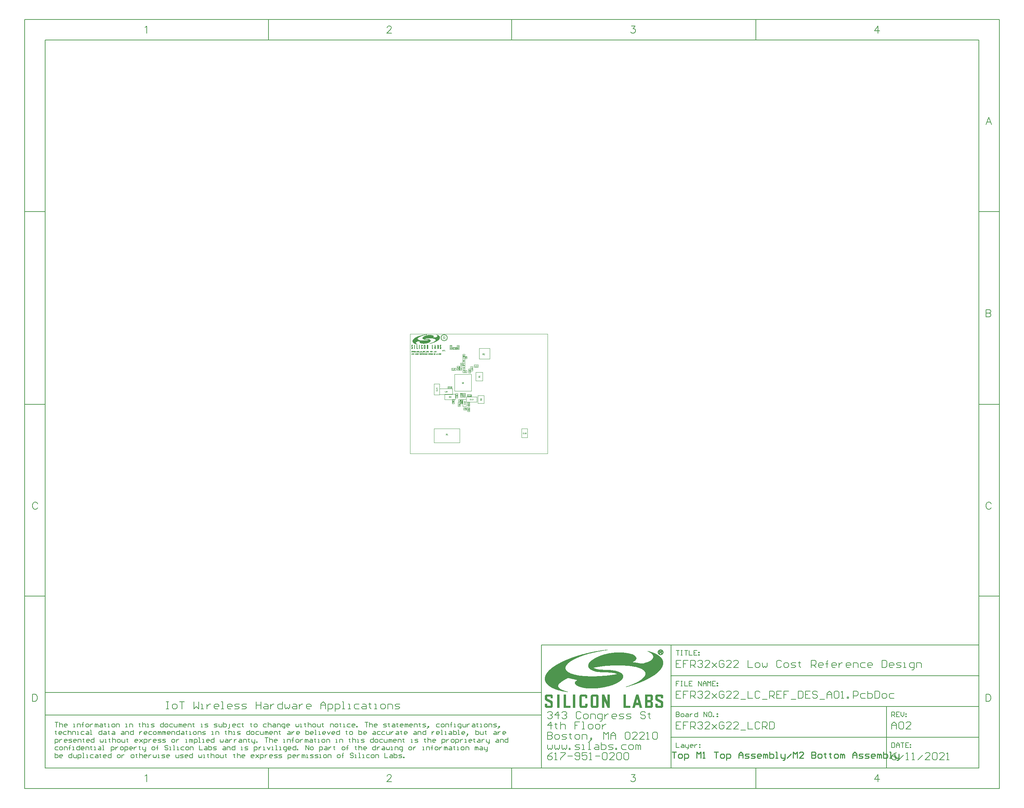
<source format=gm1>
G04*
G04 #@! TF.GenerationSoftware,Altium Limited,Altium Designer,19.1.7 (138)*
G04*
G04 Layer_Color=16711935*
%FSLAX25Y25*%
%MOIN*%
G70*
G01*
G75*
%ADD11C,0.00500*%
%ADD12C,0.01000*%
%ADD13C,0.00200*%
%ADD14C,0.00197*%
%ADD15C,0.00100*%
%ADD16C,0.00700*%
%ADD61C,0.00250*%
%ADD62C,0.00300*%
%ADD63C,0.00394*%
D11*
X43436Y113146D02*
G03*
X43436Y113146I-3045J0D01*
G01*
X-348447Y-232713D02*
X135353D01*
X344053Y-326503D02*
Y-306503D01*
X261553D02*
Y-246503D01*
X471553Y-306503D02*
Y-246503D01*
X135353Y-306503D02*
Y-186503D01*
X561553Y-306503D02*
Y-186503D01*
X261553D02*
X561553D01*
X261553Y-246503D02*
Y-186503D01*
X135353D02*
X261553D01*
X261353Y-246503D02*
X561553D01*
X261353Y-276503D02*
X561553D01*
X111553Y-306503D02*
X561553D01*
X261353Y-216503D02*
X561853D01*
X-28447Y-306503D02*
X135353D01*
X106353Y-326503D02*
Y-306503D01*
X-130847Y-326503D02*
Y-306503D01*
X-368447Y-138903D02*
X-348447D01*
X-368447Y48297D02*
X-348447D01*
X-368447Y236297D02*
X-348447D01*
X-368447Y-326503D02*
Y423497D01*
X-348447Y-306503D02*
X561553D01*
X-348447D02*
Y403497D01*
X-368447Y-326503D02*
X581553D01*
X344053Y403497D02*
Y423497D01*
X106353Y403497D02*
Y423497D01*
X-130847Y403497D02*
Y423497D01*
X-368447D02*
X581553D01*
X-348447Y403497D02*
X561553D01*
Y-138903D02*
X581553D01*
X561553Y48297D02*
X581553D01*
X561553Y236297D02*
X581553D01*
X561553Y-306503D02*
Y403497D01*
X581553Y-326503D02*
Y423497D01*
X-348447Y-254903D02*
X135353D01*
X269552Y-222004D02*
X266553D01*
Y-224254D01*
X268053D01*
X266553D01*
Y-226503D01*
X271052Y-222004D02*
X272551D01*
X271801D01*
Y-226503D01*
X271052D01*
X272551D01*
X274800Y-222004D02*
Y-226503D01*
X277799D01*
X282298Y-222004D02*
X279299D01*
Y-226503D01*
X282298D01*
X279299Y-224254D02*
X280798D01*
X288296Y-226503D02*
Y-222004D01*
X291295Y-226503D01*
Y-222004D01*
X292794Y-226503D02*
Y-223504D01*
X294294Y-222004D01*
X295794Y-223504D01*
Y-226503D01*
Y-224254D01*
X292794D01*
X297293Y-226503D02*
Y-222004D01*
X298793Y-223504D01*
X300292Y-222004D01*
Y-226503D01*
X304791Y-222004D02*
X301792D01*
Y-226503D01*
X304791D01*
X301792Y-224254D02*
X303291D01*
X306290Y-223504D02*
X307040D01*
Y-224254D01*
X306290D01*
Y-223504D01*
Y-225753D02*
X307040D01*
Y-226503D01*
X306290D01*
Y-225753D01*
X266553Y-192004D02*
X269552D01*
X268053D01*
Y-196503D01*
X271052Y-192004D02*
X272551D01*
X271801D01*
Y-196503D01*
X271052D01*
X272551D01*
X274800Y-192004D02*
X277799D01*
X276300D01*
Y-196503D01*
X279299Y-192004D02*
Y-196503D01*
X282298D01*
X286796Y-192004D02*
X283797D01*
Y-196503D01*
X286796D01*
X283797Y-194254D02*
X285297D01*
X288296Y-193504D02*
X289046D01*
Y-194254D01*
X288296D01*
Y-193504D01*
Y-195753D02*
X289046D01*
Y-196503D01*
X288296D01*
Y-195753D01*
X266553Y-252004D02*
Y-256503D01*
X268802D01*
X269552Y-255753D01*
Y-255003D01*
X268802Y-254254D01*
X266553D01*
X268802D01*
X269552Y-253504D01*
Y-252754D01*
X268802Y-252004D01*
X266553D01*
X271801Y-256503D02*
X273301D01*
X274051Y-255753D01*
Y-254254D01*
X273301Y-253504D01*
X271801D01*
X271052Y-254254D01*
Y-255753D01*
X271801Y-256503D01*
X276300Y-253504D02*
X277799D01*
X278549Y-254254D01*
Y-256503D01*
X276300D01*
X275550Y-255753D01*
X276300Y-255003D01*
X278549D01*
X280049Y-253504D02*
Y-256503D01*
Y-255003D01*
X280798Y-254254D01*
X281548Y-253504D01*
X282298D01*
X287546Y-252004D02*
Y-256503D01*
X285297D01*
X284547Y-255753D01*
Y-254254D01*
X285297Y-253504D01*
X287546D01*
X293544Y-256503D02*
Y-252004D01*
X296543Y-256503D01*
Y-252004D01*
X300292D02*
X298793D01*
X298043Y-252754D01*
Y-255753D01*
X298793Y-256503D01*
X300292D01*
X301042Y-255753D01*
Y-252754D01*
X300292Y-252004D01*
X302541Y-256503D02*
Y-255753D01*
X303291D01*
Y-256503D01*
X302541D01*
X306290Y-253504D02*
X307040D01*
Y-254254D01*
X306290D01*
Y-253504D01*
Y-255753D02*
X307040D01*
Y-256503D01*
X306290D01*
Y-255753D01*
X476553Y-256503D02*
Y-252004D01*
X478802D01*
X479552Y-252754D01*
Y-254254D01*
X478802Y-255003D01*
X476553D01*
X478053D02*
X479552Y-256503D01*
X484051Y-252004D02*
X481052D01*
Y-256503D01*
X484051D01*
X481052Y-254254D02*
X482551D01*
X485550Y-252004D02*
Y-255003D01*
X487050Y-256503D01*
X488549Y-255003D01*
Y-252004D01*
X490049Y-253504D02*
X490798D01*
Y-254254D01*
X490049D01*
Y-253504D01*
Y-255753D02*
X490798D01*
Y-256503D01*
X490049D01*
Y-255753D01*
X476553Y-282004D02*
Y-286503D01*
X478802D01*
X479552Y-285753D01*
Y-282754D01*
X478802Y-282004D01*
X476553D01*
X481052Y-286503D02*
Y-283504D01*
X482551Y-282004D01*
X484051Y-283504D01*
Y-286503D01*
Y-284254D01*
X481052D01*
X485550Y-282004D02*
X488549D01*
X487050D01*
Y-286503D01*
X493048Y-282004D02*
X490049D01*
Y-286503D01*
X493048D01*
X490049Y-284254D02*
X491548D01*
X494547Y-283504D02*
X495297D01*
Y-284254D01*
X494547D01*
Y-283504D01*
Y-285753D02*
X495297D01*
Y-286503D01*
X494547D01*
Y-285753D01*
X266553Y-282004D02*
Y-286503D01*
X269552D01*
X271801Y-283504D02*
X273301D01*
X274051Y-284254D01*
Y-286503D01*
X271801D01*
X271052Y-285753D01*
X271801Y-285003D01*
X274051D01*
X275550Y-283504D02*
Y-285753D01*
X276300Y-286503D01*
X278549D01*
Y-287253D01*
X277799Y-288002D01*
X277050D01*
X278549Y-286503D02*
Y-283504D01*
X282298Y-286503D02*
X280798D01*
X280049Y-285753D01*
Y-284254D01*
X280798Y-283504D01*
X282298D01*
X283048Y-284254D01*
Y-285003D01*
X280049D01*
X284547Y-283504D02*
Y-286503D01*
Y-285003D01*
X285297Y-284254D01*
X286047Y-283504D01*
X286796D01*
X289046D02*
X289795D01*
Y-284254D01*
X289046D01*
Y-283504D01*
Y-285753D02*
X289795D01*
Y-286503D01*
X289046D01*
Y-285753D01*
X-338947Y-262004D02*
X-335948D01*
X-337448D01*
Y-266503D01*
X-334449Y-262004D02*
Y-266503D01*
Y-264254D01*
X-333699Y-263504D01*
X-332199D01*
X-331449Y-264254D01*
Y-266503D01*
X-327701D02*
X-329200D01*
X-329950Y-265753D01*
Y-264254D01*
X-329200Y-263504D01*
X-327701D01*
X-326951Y-264254D01*
Y-265003D01*
X-329950D01*
X-320953Y-266503D02*
X-319453D01*
X-320203D01*
Y-263504D01*
X-320953D01*
X-317204Y-266503D02*
Y-263504D01*
X-314955D01*
X-314205Y-264254D01*
Y-266503D01*
X-311956D02*
Y-262754D01*
Y-264254D01*
X-312705D01*
X-311206D01*
X-311956D01*
Y-262754D01*
X-311206Y-262004D01*
X-308207Y-266503D02*
X-306707D01*
X-305958Y-265753D01*
Y-264254D01*
X-306707Y-263504D01*
X-308207D01*
X-308957Y-264254D01*
Y-265753D01*
X-308207Y-266503D01*
X-304458Y-263504D02*
Y-266503D01*
Y-265003D01*
X-303708Y-264254D01*
X-302959Y-263504D01*
X-302209D01*
X-299960Y-266503D02*
Y-263504D01*
X-299210D01*
X-298460Y-264254D01*
Y-266503D01*
Y-264254D01*
X-297710Y-263504D01*
X-296960Y-264254D01*
Y-266503D01*
X-294711Y-263504D02*
X-293212D01*
X-292462Y-264254D01*
Y-266503D01*
X-294711D01*
X-295461Y-265753D01*
X-294711Y-265003D01*
X-292462D01*
X-290213Y-262754D02*
Y-263504D01*
X-290963D01*
X-289463D01*
X-290213D01*
Y-265753D01*
X-289463Y-266503D01*
X-287214D02*
X-285714D01*
X-286464D01*
Y-263504D01*
X-287214D01*
X-282715Y-266503D02*
X-281216D01*
X-280466Y-265753D01*
Y-264254D01*
X-281216Y-263504D01*
X-282715D01*
X-283465Y-264254D01*
Y-265753D01*
X-282715Y-266503D01*
X-278966D02*
Y-263504D01*
X-276717D01*
X-275967Y-264254D01*
Y-266503D01*
X-269969D02*
X-268470D01*
X-269219D01*
Y-263504D01*
X-269969D01*
X-266220Y-266503D02*
Y-263504D01*
X-263971D01*
X-263221Y-264254D01*
Y-266503D01*
X-256474Y-262754D02*
Y-263504D01*
X-257223D01*
X-255724D01*
X-256474D01*
Y-265753D01*
X-255724Y-266503D01*
X-253475Y-262004D02*
Y-266503D01*
Y-264254D01*
X-252725Y-263504D01*
X-251225D01*
X-250476Y-264254D01*
Y-266503D01*
X-248976D02*
X-247477D01*
X-248226D01*
Y-263504D01*
X-248976D01*
X-245227Y-266503D02*
X-242978D01*
X-242228Y-265753D01*
X-242978Y-265003D01*
X-244478D01*
X-245227Y-264254D01*
X-244478Y-263504D01*
X-242228D01*
X-233231Y-262004D02*
Y-266503D01*
X-235480D01*
X-236230Y-265753D01*
Y-264254D01*
X-235480Y-263504D01*
X-233231D01*
X-230982Y-266503D02*
X-229482D01*
X-228732Y-265753D01*
Y-264254D01*
X-229482Y-263504D01*
X-230982D01*
X-231732Y-264254D01*
Y-265753D01*
X-230982Y-266503D01*
X-224234Y-263504D02*
X-226483D01*
X-227233Y-264254D01*
Y-265753D01*
X-226483Y-266503D01*
X-224234D01*
X-222734Y-263504D02*
Y-265753D01*
X-221985Y-266503D01*
X-219735D01*
Y-263504D01*
X-218236Y-266503D02*
Y-263504D01*
X-217486D01*
X-216736Y-264254D01*
Y-266503D01*
Y-264254D01*
X-215987Y-263504D01*
X-215237Y-264254D01*
Y-266503D01*
X-211488D02*
X-212988D01*
X-213737Y-265753D01*
Y-264254D01*
X-212988Y-263504D01*
X-211488D01*
X-210738Y-264254D01*
Y-265003D01*
X-213737D01*
X-209239Y-266503D02*
Y-263504D01*
X-206990D01*
X-206240Y-264254D01*
Y-266503D01*
X-203991Y-262754D02*
Y-263504D01*
X-204740D01*
X-203241D01*
X-203991D01*
Y-265753D01*
X-203241Y-266503D01*
X-196493D02*
X-194993D01*
X-195743D01*
Y-263504D01*
X-196493D01*
X-192744Y-266503D02*
X-190495D01*
X-189745Y-265753D01*
X-190495Y-265003D01*
X-191994D01*
X-192744Y-264254D01*
X-191994Y-263504D01*
X-189745D01*
X-183747Y-266503D02*
X-181498D01*
X-180748Y-265753D01*
X-181498Y-265003D01*
X-182997D01*
X-183747Y-264254D01*
X-182997Y-263504D01*
X-180748D01*
X-179248D02*
Y-265753D01*
X-178499Y-266503D01*
X-176250D01*
Y-263504D01*
X-174750Y-262004D02*
Y-266503D01*
X-172501D01*
X-171751Y-265753D01*
Y-265003D01*
Y-264254D01*
X-172501Y-263504D01*
X-174750D01*
X-170251Y-268003D02*
X-169502D01*
X-168752Y-267253D01*
Y-263504D01*
X-163504Y-266503D02*
X-165003D01*
X-165753Y-265753D01*
Y-264254D01*
X-165003Y-263504D01*
X-163504D01*
X-162754Y-264254D01*
Y-265003D01*
X-165753D01*
X-158255Y-263504D02*
X-160504D01*
X-161254Y-264254D01*
Y-265753D01*
X-160504Y-266503D01*
X-158255D01*
X-156006Y-262754D02*
Y-263504D01*
X-156756D01*
X-155256D01*
X-156006D01*
Y-265753D01*
X-155256Y-266503D01*
X-147759Y-262754D02*
Y-263504D01*
X-148508D01*
X-147009D01*
X-147759D01*
Y-265753D01*
X-147009Y-266503D01*
X-144010D02*
X-142510D01*
X-141761Y-265753D01*
Y-264254D01*
X-142510Y-263504D01*
X-144010D01*
X-144760Y-264254D01*
Y-265753D01*
X-144010Y-266503D01*
X-132764Y-263504D02*
X-135013D01*
X-135763Y-264254D01*
Y-265753D01*
X-135013Y-266503D01*
X-132764D01*
X-131264Y-262004D02*
Y-266503D01*
Y-264254D01*
X-130514Y-263504D01*
X-129015D01*
X-128265Y-264254D01*
Y-266503D01*
X-126016Y-263504D02*
X-124516D01*
X-123766Y-264254D01*
Y-266503D01*
X-126016D01*
X-126765Y-265753D01*
X-126016Y-265003D01*
X-123766D01*
X-122267Y-266503D02*
Y-263504D01*
X-120018D01*
X-119268Y-264254D01*
Y-266503D01*
X-116269Y-268003D02*
X-115519D01*
X-114769Y-267253D01*
Y-263504D01*
X-117019D01*
X-117768Y-264254D01*
Y-265753D01*
X-117019Y-266503D01*
X-114769D01*
X-111021D02*
X-112520D01*
X-113270Y-265753D01*
Y-264254D01*
X-112520Y-263504D01*
X-111021D01*
X-110271Y-264254D01*
Y-265003D01*
X-113270D01*
X-104273Y-263504D02*
Y-265753D01*
X-103523Y-266503D01*
X-102773Y-265753D01*
X-102023Y-266503D01*
X-101274Y-265753D01*
Y-263504D01*
X-99774Y-266503D02*
X-98275D01*
X-99024D01*
Y-263504D01*
X-99774D01*
X-95276Y-262754D02*
Y-263504D01*
X-96025D01*
X-94526D01*
X-95276D01*
Y-265753D01*
X-94526Y-266503D01*
X-92277Y-262004D02*
Y-266503D01*
Y-264254D01*
X-91527Y-263504D01*
X-90027D01*
X-89277Y-264254D01*
Y-266503D01*
X-87028D02*
X-85529D01*
X-84779Y-265753D01*
Y-264254D01*
X-85529Y-263504D01*
X-87028D01*
X-87778Y-264254D01*
Y-265753D01*
X-87028Y-266503D01*
X-83279Y-263504D02*
Y-265753D01*
X-82530Y-266503D01*
X-80280D01*
Y-263504D01*
X-78031Y-262754D02*
Y-263504D01*
X-78781D01*
X-77281D01*
X-78031D01*
Y-265753D01*
X-77281Y-266503D01*
X-70534D02*
Y-263504D01*
X-68284D01*
X-67535Y-264254D01*
Y-266503D01*
X-65285D02*
X-63786D01*
X-63036Y-265753D01*
Y-264254D01*
X-63786Y-263504D01*
X-65285D01*
X-66035Y-264254D01*
Y-265753D01*
X-65285Y-266503D01*
X-60787Y-262754D02*
Y-263504D01*
X-61536D01*
X-60037D01*
X-60787D01*
Y-265753D01*
X-60037Y-266503D01*
X-57788D02*
X-56288D01*
X-57038D01*
Y-263504D01*
X-57788D01*
X-51040D02*
X-53289D01*
X-54039Y-264254D01*
Y-265753D01*
X-53289Y-266503D01*
X-51040D01*
X-47291D02*
X-48791D01*
X-49540Y-265753D01*
Y-264254D01*
X-48791Y-263504D01*
X-47291D01*
X-46541Y-264254D01*
Y-265003D01*
X-49540D01*
X-45042Y-266503D02*
Y-265753D01*
X-44292D01*
Y-266503D01*
X-45042D01*
X-36794Y-262004D02*
X-33795D01*
X-35295D01*
Y-266503D01*
X-32296Y-262004D02*
Y-266503D01*
Y-264254D01*
X-31546Y-263504D01*
X-30047D01*
X-29297Y-264254D01*
Y-266503D01*
X-25548D02*
X-27048D01*
X-27797Y-265753D01*
Y-264254D01*
X-27048Y-263504D01*
X-25548D01*
X-24798Y-264254D01*
Y-265003D01*
X-27797D01*
X-18800Y-266503D02*
X-16551D01*
X-15801Y-265753D01*
X-16551Y-265003D01*
X-18050D01*
X-18800Y-264254D01*
X-18050Y-263504D01*
X-15801D01*
X-13552Y-262754D02*
Y-263504D01*
X-14302D01*
X-12802D01*
X-13552D01*
Y-265753D01*
X-12802Y-266503D01*
X-9803Y-263504D02*
X-8304D01*
X-7554Y-264254D01*
Y-266503D01*
X-9803D01*
X-10553Y-265753D01*
X-9803Y-265003D01*
X-7554D01*
X-5305Y-262754D02*
Y-263504D01*
X-6054D01*
X-4555D01*
X-5305D01*
Y-265753D01*
X-4555Y-266503D01*
X-56D02*
X-1556D01*
X-2306Y-265753D01*
Y-264254D01*
X-1556Y-263504D01*
X-56D01*
X693Y-264254D01*
Y-265003D01*
X-2306D01*
X2193Y-266503D02*
Y-263504D01*
X2943D01*
X3692Y-264254D01*
Y-266503D01*
Y-264254D01*
X4442Y-263504D01*
X5192Y-264254D01*
Y-266503D01*
X8941D02*
X7441D01*
X6692Y-265753D01*
Y-264254D01*
X7441Y-263504D01*
X8941D01*
X9691Y-264254D01*
Y-265003D01*
X6692D01*
X11190Y-266503D02*
Y-263504D01*
X13439D01*
X14189Y-264254D01*
Y-266503D01*
X16438Y-262754D02*
Y-263504D01*
X15689D01*
X17188D01*
X16438D01*
Y-265753D01*
X17188Y-266503D01*
X19437D02*
X21687D01*
X22436Y-265753D01*
X21687Y-265003D01*
X20187D01*
X19437Y-264254D01*
X20187Y-263504D01*
X22436D01*
X24686Y-267253D02*
X25436Y-266503D01*
Y-265753D01*
X24686D01*
Y-266503D01*
X25436D01*
X24686Y-267253D01*
X23936Y-268003D01*
X35932Y-263504D02*
X33683D01*
X32933Y-264254D01*
Y-265753D01*
X33683Y-266503D01*
X35932D01*
X38181D02*
X39681D01*
X40431Y-265753D01*
Y-264254D01*
X39681Y-263504D01*
X38181D01*
X37432Y-264254D01*
Y-265753D01*
X38181Y-266503D01*
X41930D02*
Y-263504D01*
X44179D01*
X44929Y-264254D01*
Y-266503D01*
X47179D02*
Y-262754D01*
Y-264254D01*
X46429D01*
X47928D01*
X47179D01*
Y-262754D01*
X47928Y-262004D01*
X50178Y-266503D02*
X51677D01*
X50927D01*
Y-263504D01*
X50178D01*
X55426Y-268003D02*
X56176D01*
X56925Y-267253D01*
Y-263504D01*
X54676D01*
X53926Y-264254D01*
Y-265753D01*
X54676Y-266503D01*
X56925D01*
X58425Y-263504D02*
Y-265753D01*
X59175Y-266503D01*
X61424D01*
Y-263504D01*
X62923D02*
Y-266503D01*
Y-265003D01*
X63673Y-264254D01*
X64423Y-263504D01*
X65173D01*
X68172D02*
X69671D01*
X70421Y-264254D01*
Y-266503D01*
X68172D01*
X67422Y-265753D01*
X68172Y-265003D01*
X70421D01*
X72670Y-262754D02*
Y-263504D01*
X71921D01*
X73420D01*
X72670D01*
Y-265753D01*
X73420Y-266503D01*
X75669D02*
X77169D01*
X76419D01*
Y-263504D01*
X75669D01*
X80168Y-266503D02*
X81667D01*
X82417Y-265753D01*
Y-264254D01*
X81667Y-263504D01*
X80168D01*
X79418Y-264254D01*
Y-265753D01*
X80168Y-266503D01*
X83917D02*
Y-263504D01*
X86166D01*
X86916Y-264254D01*
Y-266503D01*
X88415D02*
X90664D01*
X91414Y-265753D01*
X90664Y-265003D01*
X89165D01*
X88415Y-264254D01*
X89165Y-263504D01*
X91414D01*
X93664Y-267253D02*
X94413Y-266503D01*
Y-265753D01*
X93664D01*
Y-266503D01*
X94413D01*
X93664Y-267253D01*
X92914Y-268003D01*
X-338197Y-270254D02*
Y-271004D01*
X-338947D01*
X-337448D01*
X-338197D01*
Y-273253D01*
X-337448Y-274003D01*
X-332949D02*
X-334449D01*
X-335198Y-273253D01*
Y-271754D01*
X-334449Y-271004D01*
X-332949D01*
X-332199Y-271754D01*
Y-272503D01*
X-335198D01*
X-327701Y-271004D02*
X-329950D01*
X-330700Y-271754D01*
Y-273253D01*
X-329950Y-274003D01*
X-327701D01*
X-326201Y-269504D02*
Y-274003D01*
Y-271754D01*
X-325451Y-271004D01*
X-323952D01*
X-323202Y-271754D01*
Y-274003D01*
X-321703D02*
Y-271004D01*
X-319453D01*
X-318704Y-271754D01*
Y-274003D01*
X-317204D02*
X-315704D01*
X-316454D01*
Y-271004D01*
X-317204D01*
X-310456D02*
X-312705D01*
X-313455Y-271754D01*
Y-273253D01*
X-312705Y-274003D01*
X-310456D01*
X-308207Y-271004D02*
X-306707D01*
X-305958Y-271754D01*
Y-274003D01*
X-308207D01*
X-308957Y-273253D01*
X-308207Y-272503D01*
X-305958D01*
X-304458Y-274003D02*
X-302959D01*
X-303708D01*
Y-269504D01*
X-304458D01*
X-293212D02*
Y-274003D01*
X-295461D01*
X-296211Y-273253D01*
Y-271754D01*
X-295461Y-271004D01*
X-293212D01*
X-290963D02*
X-289463D01*
X-288713Y-271754D01*
Y-274003D01*
X-290963D01*
X-291712Y-273253D01*
X-290963Y-272503D01*
X-288713D01*
X-286464Y-270254D02*
Y-271004D01*
X-287214D01*
X-285714D01*
X-286464D01*
Y-273253D01*
X-285714Y-274003D01*
X-282715Y-271004D02*
X-281216D01*
X-280466Y-271754D01*
Y-274003D01*
X-282715D01*
X-283465Y-273253D01*
X-282715Y-272503D01*
X-280466D01*
X-273718Y-271004D02*
X-272218D01*
X-271469Y-271754D01*
Y-274003D01*
X-273718D01*
X-274468Y-273253D01*
X-273718Y-272503D01*
X-271469D01*
X-269969Y-274003D02*
Y-271004D01*
X-267720D01*
X-266970Y-271754D01*
Y-274003D01*
X-262472Y-269504D02*
Y-274003D01*
X-264721D01*
X-265471Y-273253D01*
Y-271754D01*
X-264721Y-271004D01*
X-262472D01*
X-256474D02*
Y-274003D01*
Y-272503D01*
X-255724Y-271754D01*
X-254974Y-271004D01*
X-254224D01*
X-249726Y-274003D02*
X-251225D01*
X-251975Y-273253D01*
Y-271754D01*
X-251225Y-271004D01*
X-249726D01*
X-248976Y-271754D01*
Y-272503D01*
X-251975D01*
X-244478Y-271004D02*
X-246727D01*
X-247477Y-271754D01*
Y-273253D01*
X-246727Y-274003D01*
X-244478D01*
X-242228D02*
X-240729D01*
X-239979Y-273253D01*
Y-271754D01*
X-240729Y-271004D01*
X-242228D01*
X-242978Y-271754D01*
Y-273253D01*
X-242228Y-274003D01*
X-238479D02*
Y-271004D01*
X-237730D01*
X-236980Y-271754D01*
Y-274003D01*
Y-271754D01*
X-236230Y-271004D01*
X-235480Y-271754D01*
Y-274003D01*
X-233981D02*
Y-271004D01*
X-233231D01*
X-232481Y-271754D01*
Y-274003D01*
Y-271754D01*
X-231732Y-271004D01*
X-230982Y-271754D01*
Y-274003D01*
X-227233D02*
X-228732D01*
X-229482Y-273253D01*
Y-271754D01*
X-228732Y-271004D01*
X-227233D01*
X-226483Y-271754D01*
Y-272503D01*
X-229482D01*
X-224984Y-274003D02*
Y-271004D01*
X-222734D01*
X-221985Y-271754D01*
Y-274003D01*
X-217486Y-269504D02*
Y-274003D01*
X-219735D01*
X-220485Y-273253D01*
Y-271754D01*
X-219735Y-271004D01*
X-217486D01*
X-215237D02*
X-213737D01*
X-212988Y-271754D01*
Y-274003D01*
X-215237D01*
X-215987Y-273253D01*
X-215237Y-272503D01*
X-212988D01*
X-210738Y-270254D02*
Y-271004D01*
X-211488D01*
X-209989D01*
X-210738D01*
Y-273253D01*
X-209989Y-274003D01*
X-207739D02*
X-206240D01*
X-206990D01*
Y-271004D01*
X-207739D01*
X-203241Y-274003D02*
X-201741D01*
X-200992Y-273253D01*
Y-271754D01*
X-201741Y-271004D01*
X-203241D01*
X-203991Y-271754D01*
Y-273253D01*
X-203241Y-274003D01*
X-199492D02*
Y-271004D01*
X-197243D01*
X-196493Y-271754D01*
Y-274003D01*
X-194993D02*
X-192744D01*
X-191994Y-273253D01*
X-192744Y-272503D01*
X-194244D01*
X-194993Y-271754D01*
X-194244Y-271004D01*
X-191994D01*
X-185996Y-274003D02*
X-184497D01*
X-185247D01*
Y-271004D01*
X-185996D01*
X-182247Y-274003D02*
Y-271004D01*
X-179998D01*
X-179248Y-271754D01*
Y-274003D01*
X-172501Y-270254D02*
Y-271004D01*
X-173250D01*
X-171751D01*
X-172501D01*
Y-273253D01*
X-171751Y-274003D01*
X-169502Y-269504D02*
Y-274003D01*
Y-271754D01*
X-168752Y-271004D01*
X-167252D01*
X-166503Y-271754D01*
Y-274003D01*
X-165003D02*
X-163504D01*
X-164253D01*
Y-271004D01*
X-165003D01*
X-161254Y-274003D02*
X-159005D01*
X-158255Y-273253D01*
X-159005Y-272503D01*
X-160504D01*
X-161254Y-271754D01*
X-160504Y-271004D01*
X-158255D01*
X-149258Y-269504D02*
Y-274003D01*
X-151507D01*
X-152257Y-273253D01*
Y-271754D01*
X-151507Y-271004D01*
X-149258D01*
X-147009Y-274003D02*
X-145509D01*
X-144760Y-273253D01*
Y-271754D01*
X-145509Y-271004D01*
X-147009D01*
X-147759Y-271754D01*
Y-273253D01*
X-147009Y-274003D01*
X-140261Y-271004D02*
X-142510D01*
X-143260Y-271754D01*
Y-273253D01*
X-142510Y-274003D01*
X-140261D01*
X-138761Y-271004D02*
Y-273253D01*
X-138012Y-274003D01*
X-135763D01*
Y-271004D01*
X-134263Y-274003D02*
Y-271004D01*
X-133513D01*
X-132764Y-271754D01*
Y-274003D01*
Y-271754D01*
X-132014Y-271004D01*
X-131264Y-271754D01*
Y-274003D01*
X-127515D02*
X-129015D01*
X-129764Y-273253D01*
Y-271754D01*
X-129015Y-271004D01*
X-127515D01*
X-126765Y-271754D01*
Y-272503D01*
X-129764D01*
X-125266Y-274003D02*
Y-271004D01*
X-123017D01*
X-122267Y-271754D01*
Y-274003D01*
X-120018Y-270254D02*
Y-271004D01*
X-120767D01*
X-119268D01*
X-120018D01*
Y-273253D01*
X-119268Y-274003D01*
X-111770Y-271004D02*
X-110271D01*
X-109521Y-271754D01*
Y-274003D01*
X-111770D01*
X-112520Y-273253D01*
X-111770Y-272503D01*
X-109521D01*
X-108021Y-271004D02*
Y-274003D01*
Y-272503D01*
X-107272Y-271754D01*
X-106522Y-271004D01*
X-105772D01*
X-101274Y-274003D02*
X-102773D01*
X-103523Y-273253D01*
Y-271754D01*
X-102773Y-271004D01*
X-101274D01*
X-100524Y-271754D01*
Y-272503D01*
X-103523D01*
X-94526Y-269504D02*
Y-274003D01*
X-92277D01*
X-91527Y-273253D01*
Y-272503D01*
Y-271754D01*
X-92277Y-271004D01*
X-94526D01*
X-87778Y-274003D02*
X-89277D01*
X-90027Y-273253D01*
Y-271754D01*
X-89277Y-271004D01*
X-87778D01*
X-87028Y-271754D01*
Y-272503D01*
X-90027D01*
X-85529Y-274003D02*
X-84029D01*
X-84779D01*
Y-269504D01*
X-85529D01*
X-81780Y-274003D02*
X-80280D01*
X-81030D01*
Y-271004D01*
X-81780D01*
X-75782Y-274003D02*
X-77281D01*
X-78031Y-273253D01*
Y-271754D01*
X-77281Y-271004D01*
X-75782D01*
X-75032Y-271754D01*
Y-272503D01*
X-78031D01*
X-73533Y-271004D02*
X-72033Y-274003D01*
X-70534Y-271004D01*
X-66785Y-274003D02*
X-68284D01*
X-69034Y-273253D01*
Y-271754D01*
X-68284Y-271004D01*
X-66785D01*
X-66035Y-271754D01*
Y-272503D01*
X-69034D01*
X-61536Y-269504D02*
Y-274003D01*
X-63786D01*
X-64535Y-273253D01*
Y-271754D01*
X-63786Y-271004D01*
X-61536D01*
X-54789Y-270254D02*
Y-271004D01*
X-55538D01*
X-54039D01*
X-54789D01*
Y-273253D01*
X-54039Y-274003D01*
X-51040D02*
X-49540D01*
X-48791Y-273253D01*
Y-271754D01*
X-49540Y-271004D01*
X-51040D01*
X-51790Y-271754D01*
Y-273253D01*
X-51040Y-274003D01*
X-42792Y-269504D02*
Y-274003D01*
X-40543D01*
X-39794Y-273253D01*
Y-272503D01*
Y-271754D01*
X-40543Y-271004D01*
X-42792D01*
X-36045Y-274003D02*
X-37544D01*
X-38294Y-273253D01*
Y-271754D01*
X-37544Y-271004D01*
X-36045D01*
X-35295Y-271754D01*
Y-272503D01*
X-38294D01*
X-28547Y-271004D02*
X-27048D01*
X-26298Y-271754D01*
Y-274003D01*
X-28547D01*
X-29297Y-273253D01*
X-28547Y-272503D01*
X-26298D01*
X-21799Y-271004D02*
X-24048D01*
X-24798Y-271754D01*
Y-273253D01*
X-24048Y-274003D01*
X-21799D01*
X-17301Y-271004D02*
X-19550D01*
X-20300Y-271754D01*
Y-273253D01*
X-19550Y-274003D01*
X-17301D01*
X-15801Y-271004D02*
Y-273253D01*
X-15051Y-274003D01*
X-12802D01*
Y-271004D01*
X-11303D02*
Y-274003D01*
Y-272503D01*
X-10553Y-271754D01*
X-9803Y-271004D01*
X-9053D01*
X-6054D02*
X-4555D01*
X-3805Y-271754D01*
Y-274003D01*
X-6054D01*
X-6804Y-273253D01*
X-6054Y-272503D01*
X-3805D01*
X-1556Y-270254D02*
Y-271004D01*
X-2306D01*
X-806D01*
X-1556D01*
Y-273253D01*
X-806Y-274003D01*
X3692D02*
X2193D01*
X1443Y-273253D01*
Y-271754D01*
X2193Y-271004D01*
X3692D01*
X4442Y-271754D01*
Y-272503D01*
X1443D01*
X11190Y-271004D02*
X12690D01*
X13439Y-271754D01*
Y-274003D01*
X11190D01*
X10440Y-273253D01*
X11190Y-272503D01*
X13439D01*
X14939Y-274003D02*
Y-271004D01*
X17188D01*
X17938Y-271754D01*
Y-274003D01*
X22436Y-269504D02*
Y-274003D01*
X20187D01*
X19437Y-273253D01*
Y-271754D01*
X20187Y-271004D01*
X22436D01*
X28435D02*
Y-274003D01*
Y-272503D01*
X29184Y-271754D01*
X29934Y-271004D01*
X30684D01*
X35182Y-274003D02*
X33683D01*
X32933Y-273253D01*
Y-271754D01*
X33683Y-271004D01*
X35182D01*
X35932Y-271754D01*
Y-272503D01*
X32933D01*
X37432Y-274003D02*
X38931D01*
X38181D01*
Y-269504D01*
X37432D01*
X41181Y-274003D02*
X42680D01*
X41930D01*
Y-271004D01*
X41181D01*
X45679D02*
X47179D01*
X47928Y-271754D01*
Y-274003D01*
X45679D01*
X44929Y-273253D01*
X45679Y-272503D01*
X47928D01*
X49428Y-269504D02*
Y-274003D01*
X51677D01*
X52427Y-273253D01*
Y-272503D01*
Y-271754D01*
X51677Y-271004D01*
X49428D01*
X53926Y-274003D02*
X55426D01*
X54676D01*
Y-269504D01*
X53926D01*
X59924Y-274003D02*
X58425D01*
X57675Y-273253D01*
Y-271754D01*
X58425Y-271004D01*
X59924D01*
X60674Y-271754D01*
Y-272503D01*
X57675D01*
X62923Y-274753D02*
X63673Y-274003D01*
Y-273253D01*
X62923D01*
Y-274003D01*
X63673D01*
X62923Y-274753D01*
X62174Y-275502D01*
X71171Y-269504D02*
Y-274003D01*
X73420D01*
X74170Y-273253D01*
Y-272503D01*
Y-271754D01*
X73420Y-271004D01*
X71171D01*
X75669D02*
Y-273253D01*
X76419Y-274003D01*
X78668D01*
Y-271004D01*
X80918Y-270254D02*
Y-271004D01*
X80168D01*
X81667D01*
X80918D01*
Y-273253D01*
X81667Y-274003D01*
X89165Y-271004D02*
X90664D01*
X91414Y-271754D01*
Y-274003D01*
X89165D01*
X88415Y-273253D01*
X89165Y-272503D01*
X91414D01*
X92914Y-271004D02*
Y-274003D01*
Y-272503D01*
X93664Y-271754D01*
X94413Y-271004D01*
X95163D01*
X99662Y-274003D02*
X98162D01*
X97412Y-273253D01*
Y-271754D01*
X98162Y-271004D01*
X99662D01*
X100411Y-271754D01*
Y-272503D01*
X97412D01*
X-338947Y-283002D02*
Y-278504D01*
X-336698D01*
X-335948Y-279254D01*
Y-280753D01*
X-336698Y-281503D01*
X-338947D01*
X-334449Y-278504D02*
Y-281503D01*
Y-280003D01*
X-333699Y-279254D01*
X-332949Y-278504D01*
X-332199D01*
X-327701Y-281503D02*
X-329200D01*
X-329950Y-280753D01*
Y-279254D01*
X-329200Y-278504D01*
X-327701D01*
X-326951Y-279254D01*
Y-280003D01*
X-329950D01*
X-325451Y-281503D02*
X-323202D01*
X-322452Y-280753D01*
X-323202Y-280003D01*
X-324702D01*
X-325451Y-279254D01*
X-324702Y-278504D01*
X-322452D01*
X-318704Y-281503D02*
X-320203D01*
X-320953Y-280753D01*
Y-279254D01*
X-320203Y-278504D01*
X-318704D01*
X-317954Y-279254D01*
Y-280003D01*
X-320953D01*
X-316454Y-281503D02*
Y-278504D01*
X-314205D01*
X-313455Y-279254D01*
Y-281503D01*
X-311206Y-277754D02*
Y-278504D01*
X-311956D01*
X-310456D01*
X-311206D01*
Y-280753D01*
X-310456Y-281503D01*
X-305958D02*
X-307457D01*
X-308207Y-280753D01*
Y-279254D01*
X-307457Y-278504D01*
X-305958D01*
X-305208Y-279254D01*
Y-280003D01*
X-308207D01*
X-300709Y-277004D02*
Y-281503D01*
X-302959D01*
X-303708Y-280753D01*
Y-279254D01*
X-302959Y-278504D01*
X-300709D01*
X-294711D02*
Y-280753D01*
X-293962Y-281503D01*
X-293212Y-280753D01*
X-292462Y-281503D01*
X-291712Y-280753D01*
Y-278504D01*
X-290213Y-281503D02*
X-288713D01*
X-289463D01*
Y-278504D01*
X-290213D01*
X-285714Y-277754D02*
Y-278504D01*
X-286464D01*
X-284964D01*
X-285714D01*
Y-280753D01*
X-284964Y-281503D01*
X-282715Y-277004D02*
Y-281503D01*
Y-279254D01*
X-281965Y-278504D01*
X-280466D01*
X-279716Y-279254D01*
Y-281503D01*
X-277467D02*
X-275967D01*
X-275218Y-280753D01*
Y-279254D01*
X-275967Y-278504D01*
X-277467D01*
X-278217Y-279254D01*
Y-280753D01*
X-277467Y-281503D01*
X-273718Y-278504D02*
Y-280753D01*
X-272968Y-281503D01*
X-270719D01*
Y-278504D01*
X-268470Y-277754D02*
Y-278504D01*
X-269219D01*
X-267720D01*
X-268470D01*
Y-280753D01*
X-267720Y-281503D01*
X-258723D02*
X-260222D01*
X-260972Y-280753D01*
Y-279254D01*
X-260222Y-278504D01*
X-258723D01*
X-257973Y-279254D01*
Y-280003D01*
X-260972D01*
X-256474Y-278504D02*
X-253475Y-281503D01*
X-254974Y-280003D01*
X-253475Y-278504D01*
X-256474Y-281503D01*
X-251975Y-283002D02*
Y-278504D01*
X-249726D01*
X-248976Y-279254D01*
Y-280753D01*
X-249726Y-281503D01*
X-251975D01*
X-247477Y-278504D02*
Y-281503D01*
Y-280003D01*
X-246727Y-279254D01*
X-245977Y-278504D01*
X-245227D01*
X-240729Y-281503D02*
X-242228D01*
X-242978Y-280753D01*
Y-279254D01*
X-242228Y-278504D01*
X-240729D01*
X-239979Y-279254D01*
Y-280003D01*
X-242978D01*
X-238479Y-281503D02*
X-236230D01*
X-235480Y-280753D01*
X-236230Y-280003D01*
X-237730D01*
X-238479Y-279254D01*
X-237730Y-278504D01*
X-235480D01*
X-233981Y-281503D02*
X-231732D01*
X-230982Y-280753D01*
X-231732Y-280003D01*
X-233231D01*
X-233981Y-279254D01*
X-233231Y-278504D01*
X-230982D01*
X-224234Y-281503D02*
X-222734D01*
X-221985Y-280753D01*
Y-279254D01*
X-222734Y-278504D01*
X-224234D01*
X-224984Y-279254D01*
Y-280753D01*
X-224234Y-281503D01*
X-220485Y-278504D02*
Y-281503D01*
Y-280003D01*
X-219735Y-279254D01*
X-218986Y-278504D01*
X-218236D01*
X-211488Y-281503D02*
X-209989D01*
X-210738D01*
Y-278504D01*
X-211488D01*
X-207739Y-281503D02*
Y-278504D01*
X-206990D01*
X-206240Y-279254D01*
Y-281503D01*
Y-279254D01*
X-205490Y-278504D01*
X-204740Y-279254D01*
Y-281503D01*
X-203241Y-283002D02*
Y-278504D01*
X-200992D01*
X-200242Y-279254D01*
Y-280753D01*
X-200992Y-281503D01*
X-203241D01*
X-198742D02*
X-197243D01*
X-197992D01*
Y-277004D01*
X-198742D01*
X-194993Y-281503D02*
X-193494D01*
X-194244D01*
Y-278504D01*
X-194993D01*
X-188995Y-281503D02*
X-190495D01*
X-191245Y-280753D01*
Y-279254D01*
X-190495Y-278504D01*
X-188995D01*
X-188246Y-279254D01*
Y-280003D01*
X-191245D01*
X-183747Y-277004D02*
Y-281503D01*
X-185996D01*
X-186746Y-280753D01*
Y-279254D01*
X-185996Y-278504D01*
X-183747D01*
X-177749D02*
Y-280753D01*
X-176999Y-281503D01*
X-176250Y-280753D01*
X-175500Y-281503D01*
X-174750Y-280753D01*
Y-278504D01*
X-172501D02*
X-171001D01*
X-170251Y-279254D01*
Y-281503D01*
X-172501D01*
X-173250Y-280753D01*
X-172501Y-280003D01*
X-170251D01*
X-168752Y-278504D02*
Y-281503D01*
Y-280003D01*
X-168002Y-279254D01*
X-167252Y-278504D01*
X-166503D01*
X-164253D02*
Y-281503D01*
Y-280003D01*
X-163504Y-279254D01*
X-162754Y-278504D01*
X-162004D01*
X-159005D02*
X-157506D01*
X-156756Y-279254D01*
Y-281503D01*
X-159005D01*
X-159755Y-280753D01*
X-159005Y-280003D01*
X-156756D01*
X-155256Y-281503D02*
Y-278504D01*
X-153007D01*
X-152257Y-279254D01*
Y-281503D01*
X-150008Y-277754D02*
Y-278504D01*
X-150758D01*
X-149258D01*
X-150008D01*
Y-280753D01*
X-149258Y-281503D01*
X-147009Y-278504D02*
Y-280753D01*
X-146259Y-281503D01*
X-144010D01*
Y-282253D01*
X-144760Y-283002D01*
X-145509D01*
X-144010Y-281503D02*
Y-278504D01*
X-142510Y-281503D02*
Y-280753D01*
X-141761D01*
Y-281503D01*
X-142510D01*
X-134263Y-277004D02*
X-131264D01*
X-132764D01*
Y-281503D01*
X-129764Y-277004D02*
Y-281503D01*
Y-279254D01*
X-129015Y-278504D01*
X-127515D01*
X-126765Y-279254D01*
Y-281503D01*
X-123017D02*
X-124516D01*
X-125266Y-280753D01*
Y-279254D01*
X-124516Y-278504D01*
X-123017D01*
X-122267Y-279254D01*
Y-280003D01*
X-125266D01*
X-116269Y-281503D02*
X-114769D01*
X-115519D01*
Y-278504D01*
X-116269D01*
X-112520Y-281503D02*
Y-278504D01*
X-110271D01*
X-109521Y-279254D01*
Y-281503D01*
X-107272D02*
Y-277754D01*
Y-279254D01*
X-108021D01*
X-106522D01*
X-107272D01*
Y-277754D01*
X-106522Y-277004D01*
X-103523Y-281503D02*
X-102023D01*
X-101274Y-280753D01*
Y-279254D01*
X-102023Y-278504D01*
X-103523D01*
X-104273Y-279254D01*
Y-280753D01*
X-103523Y-281503D01*
X-99774Y-278504D02*
Y-281503D01*
Y-280003D01*
X-99024Y-279254D01*
X-98275Y-278504D01*
X-97525D01*
X-95276Y-281503D02*
Y-278504D01*
X-94526D01*
X-93776Y-279254D01*
Y-281503D01*
Y-279254D01*
X-93026Y-278504D01*
X-92277Y-279254D01*
Y-281503D01*
X-90027Y-278504D02*
X-88528D01*
X-87778Y-279254D01*
Y-281503D01*
X-90027D01*
X-90777Y-280753D01*
X-90027Y-280003D01*
X-87778D01*
X-85529Y-277754D02*
Y-278504D01*
X-86278D01*
X-84779D01*
X-85529D01*
Y-280753D01*
X-84779Y-281503D01*
X-82530D02*
X-81030D01*
X-81780D01*
Y-278504D01*
X-82530D01*
X-78031Y-281503D02*
X-76532D01*
X-75782Y-280753D01*
Y-279254D01*
X-76532Y-278504D01*
X-78031D01*
X-78781Y-279254D01*
Y-280753D01*
X-78031Y-281503D01*
X-74282D02*
Y-278504D01*
X-72033D01*
X-71283Y-279254D01*
Y-281503D01*
X-65285D02*
X-63786D01*
X-64535D01*
Y-278504D01*
X-65285D01*
X-61536Y-281503D02*
Y-278504D01*
X-59287D01*
X-58537Y-279254D01*
Y-281503D01*
X-51790Y-277754D02*
Y-278504D01*
X-52539D01*
X-51040D01*
X-51790D01*
Y-280753D01*
X-51040Y-281503D01*
X-48791Y-277004D02*
Y-281503D01*
Y-279254D01*
X-48041Y-278504D01*
X-46541D01*
X-45792Y-279254D01*
Y-281503D01*
X-44292D02*
X-42792D01*
X-43542D01*
Y-278504D01*
X-44292D01*
X-40543Y-281503D02*
X-38294D01*
X-37544Y-280753D01*
X-38294Y-280003D01*
X-39794D01*
X-40543Y-279254D01*
X-39794Y-278504D01*
X-37544D01*
X-28547Y-277004D02*
Y-281503D01*
X-30796D01*
X-31546Y-280753D01*
Y-279254D01*
X-30796Y-278504D01*
X-28547D01*
X-26298Y-281503D02*
X-24798D01*
X-24048Y-280753D01*
Y-279254D01*
X-24798Y-278504D01*
X-26298D01*
X-27048Y-279254D01*
Y-280753D01*
X-26298Y-281503D01*
X-19550Y-278504D02*
X-21799D01*
X-22549Y-279254D01*
Y-280753D01*
X-21799Y-281503D01*
X-19550D01*
X-18050Y-278504D02*
Y-280753D01*
X-17301Y-281503D01*
X-15051D01*
Y-278504D01*
X-13552Y-281503D02*
Y-278504D01*
X-12802D01*
X-12052Y-279254D01*
Y-281503D01*
Y-279254D01*
X-11303Y-278504D01*
X-10553Y-279254D01*
Y-281503D01*
X-6804D02*
X-8304D01*
X-9053Y-280753D01*
Y-279254D01*
X-8304Y-278504D01*
X-6804D01*
X-6054Y-279254D01*
Y-280003D01*
X-9053D01*
X-4555Y-281503D02*
Y-278504D01*
X-2306D01*
X-1556Y-279254D01*
Y-281503D01*
X693Y-277754D02*
Y-278504D01*
X-56D01*
X1443D01*
X693D01*
Y-280753D01*
X1443Y-281503D01*
X8191D02*
X9691D01*
X8941D01*
Y-278504D01*
X8191D01*
X11940Y-281503D02*
X14189D01*
X14939Y-280753D01*
X14189Y-280003D01*
X12690D01*
X11940Y-279254D01*
X12690Y-278504D01*
X14939D01*
X21687Y-277754D02*
Y-278504D01*
X20937D01*
X22436D01*
X21687D01*
Y-280753D01*
X22436Y-281503D01*
X24686Y-277004D02*
Y-281503D01*
Y-279254D01*
X25436Y-278504D01*
X26935D01*
X27685Y-279254D01*
Y-281503D01*
X31434D02*
X29934D01*
X29184Y-280753D01*
Y-279254D01*
X29934Y-278504D01*
X31434D01*
X32183Y-279254D01*
Y-280003D01*
X29184D01*
X38181Y-283002D02*
Y-278504D01*
X40431D01*
X41180Y-279254D01*
Y-280753D01*
X40431Y-281503D01*
X38181D01*
X42680Y-278504D02*
Y-281503D01*
Y-280003D01*
X43430Y-279254D01*
X44179Y-278504D01*
X44929D01*
X47928Y-281503D02*
X49428D01*
X50178Y-280753D01*
Y-279254D01*
X49428Y-278504D01*
X47928D01*
X47179Y-279254D01*
Y-280753D01*
X47928Y-281503D01*
X51677Y-283002D02*
Y-278504D01*
X53926D01*
X54676Y-279254D01*
Y-280753D01*
X53926Y-281503D01*
X51677D01*
X56176Y-278504D02*
Y-281503D01*
Y-280003D01*
X56925Y-279254D01*
X57675Y-278504D01*
X58425D01*
X60674Y-281503D02*
X62174D01*
X61424D01*
Y-278504D01*
X60674D01*
X66672Y-281503D02*
X65173D01*
X64423Y-280753D01*
Y-279254D01*
X65173Y-278504D01*
X66672D01*
X67422Y-279254D01*
Y-280003D01*
X64423D01*
X69671Y-277754D02*
Y-278504D01*
X68922D01*
X70421D01*
X69671D01*
Y-280753D01*
X70421Y-281503D01*
X73420Y-278504D02*
X74920D01*
X75669Y-279254D01*
Y-281503D01*
X73420D01*
X72670Y-280753D01*
X73420Y-280003D01*
X75669D01*
X77169Y-278504D02*
Y-281503D01*
Y-280003D01*
X77919Y-279254D01*
X78668Y-278504D01*
X79418D01*
X81667D02*
Y-280753D01*
X82417Y-281503D01*
X84666D01*
Y-282253D01*
X83917Y-283002D01*
X83167D01*
X84666Y-281503D02*
Y-278504D01*
X91414D02*
X92914D01*
X93664Y-279254D01*
Y-281503D01*
X91414D01*
X90664Y-280753D01*
X91414Y-280003D01*
X93664D01*
X95163Y-281503D02*
Y-278504D01*
X97412D01*
X98162Y-279254D01*
Y-281503D01*
X102661Y-277004D02*
Y-281503D01*
X100411D01*
X99662Y-280753D01*
Y-279254D01*
X100411Y-278504D01*
X102661D01*
X-335948Y-286004D02*
X-338197D01*
X-338947Y-286754D01*
Y-288253D01*
X-338197Y-289003D01*
X-335948D01*
X-333699D02*
X-332199D01*
X-331449Y-288253D01*
Y-286754D01*
X-332199Y-286004D01*
X-333699D01*
X-334449Y-286754D01*
Y-288253D01*
X-333699Y-289003D01*
X-329950D02*
Y-286004D01*
X-327701D01*
X-326951Y-286754D01*
Y-289003D01*
X-324702D02*
Y-285254D01*
Y-286754D01*
X-325451D01*
X-323952D01*
X-324702D01*
Y-285254D01*
X-323952Y-284504D01*
X-321703Y-289003D02*
X-320203D01*
X-320953D01*
Y-286004D01*
X-321703D01*
X-314955Y-284504D02*
Y-289003D01*
X-317204D01*
X-317954Y-288253D01*
Y-286754D01*
X-317204Y-286004D01*
X-314955D01*
X-311206Y-289003D02*
X-312705D01*
X-313455Y-288253D01*
Y-286754D01*
X-312705Y-286004D01*
X-311206D01*
X-310456Y-286754D01*
Y-287504D01*
X-313455D01*
X-308957Y-289003D02*
Y-286004D01*
X-306707D01*
X-305958Y-286754D01*
Y-289003D01*
X-303708Y-285254D02*
Y-286004D01*
X-304458D01*
X-302959D01*
X-303708D01*
Y-288253D01*
X-302959Y-289003D01*
X-300709D02*
X-299210D01*
X-299960D01*
Y-286004D01*
X-300709D01*
X-296211D02*
X-294711D01*
X-293962Y-286754D01*
Y-289003D01*
X-296211D01*
X-296960Y-288253D01*
X-296211Y-287504D01*
X-293962D01*
X-292462Y-289003D02*
X-290963D01*
X-291712D01*
Y-284504D01*
X-292462D01*
X-284215Y-290503D02*
Y-286004D01*
X-281965D01*
X-281216Y-286754D01*
Y-288253D01*
X-281965Y-289003D01*
X-284215D01*
X-279716Y-286004D02*
Y-289003D01*
Y-287504D01*
X-278966Y-286754D01*
X-278217Y-286004D01*
X-277467D01*
X-274468Y-289003D02*
X-272968D01*
X-272218Y-288253D01*
Y-286754D01*
X-272968Y-286004D01*
X-274468D01*
X-275218Y-286754D01*
Y-288253D01*
X-274468Y-289003D01*
X-270719Y-290503D02*
Y-286004D01*
X-268470D01*
X-267720Y-286754D01*
Y-288253D01*
X-268470Y-289003D01*
X-270719D01*
X-263971D02*
X-265471D01*
X-266220Y-288253D01*
Y-286754D01*
X-265471Y-286004D01*
X-263971D01*
X-263221Y-286754D01*
Y-287504D01*
X-266220D01*
X-261722Y-286004D02*
Y-289003D01*
Y-287504D01*
X-260972Y-286754D01*
X-260222Y-286004D01*
X-259473D01*
X-256474Y-285254D02*
Y-286004D01*
X-257223D01*
X-255724D01*
X-256474D01*
Y-288253D01*
X-255724Y-289003D01*
X-253475Y-286004D02*
Y-288253D01*
X-252725Y-289003D01*
X-250476D01*
Y-289753D01*
X-251225Y-290503D01*
X-251975D01*
X-250476Y-289003D02*
Y-286004D01*
X-243728Y-289003D02*
X-242228D01*
X-241478Y-288253D01*
Y-286754D01*
X-242228Y-286004D01*
X-243728D01*
X-244478Y-286754D01*
Y-288253D01*
X-243728Y-289003D01*
X-239229D02*
Y-285254D01*
Y-286754D01*
X-239979D01*
X-238479D01*
X-239229D01*
Y-285254D01*
X-238479Y-284504D01*
X-228732Y-285254D02*
X-229482Y-284504D01*
X-230982D01*
X-231732Y-285254D01*
Y-286004D01*
X-230982Y-286754D01*
X-229482D01*
X-228732Y-287504D01*
Y-288253D01*
X-229482Y-289003D01*
X-230982D01*
X-231732Y-288253D01*
X-227233Y-289003D02*
X-225733D01*
X-226483D01*
Y-286004D01*
X-227233D01*
X-223484Y-289003D02*
X-221985D01*
X-222734D01*
Y-284504D01*
X-223484D01*
X-219735Y-289003D02*
X-218236D01*
X-218986D01*
Y-286004D01*
X-219735D01*
X-212988D02*
X-215237D01*
X-215987Y-286754D01*
Y-288253D01*
X-215237Y-289003D01*
X-212988D01*
X-210738D02*
X-209239D01*
X-208489Y-288253D01*
Y-286754D01*
X-209239Y-286004D01*
X-210738D01*
X-211488Y-286754D01*
Y-288253D01*
X-210738Y-289003D01*
X-206990D02*
Y-286004D01*
X-204740D01*
X-203991Y-286754D01*
Y-289003D01*
X-197993Y-284504D02*
Y-289003D01*
X-194993D01*
X-192744Y-286004D02*
X-191245D01*
X-190495Y-286754D01*
Y-289003D01*
X-192744D01*
X-193494Y-288253D01*
X-192744Y-287504D01*
X-190495D01*
X-188995Y-284504D02*
Y-289003D01*
X-186746D01*
X-185996Y-288253D01*
Y-287504D01*
Y-286754D01*
X-186746Y-286004D01*
X-188995D01*
X-184497Y-289003D02*
X-182247D01*
X-181498Y-288253D01*
X-182247Y-287504D01*
X-183747D01*
X-184497Y-286754D01*
X-183747Y-286004D01*
X-181498D01*
X-174750D02*
X-173250D01*
X-172501Y-286754D01*
Y-289003D01*
X-174750D01*
X-175500Y-288253D01*
X-174750Y-287504D01*
X-172501D01*
X-171001Y-289003D02*
Y-286004D01*
X-168752D01*
X-168002Y-286754D01*
Y-289003D01*
X-163504Y-284504D02*
Y-289003D01*
X-165753D01*
X-166503Y-288253D01*
Y-286754D01*
X-165753Y-286004D01*
X-163504D01*
X-157506Y-289003D02*
X-156006D01*
X-156756D01*
Y-286004D01*
X-157506D01*
X-153757Y-289003D02*
X-151507D01*
X-150758Y-288253D01*
X-151507Y-287504D01*
X-153007D01*
X-153757Y-286754D01*
X-153007Y-286004D01*
X-150758D01*
X-144760Y-290503D02*
Y-286004D01*
X-142510D01*
X-141761Y-286754D01*
Y-288253D01*
X-142510Y-289003D01*
X-144760D01*
X-140261Y-286004D02*
Y-289003D01*
Y-287504D01*
X-139511Y-286754D01*
X-138761Y-286004D01*
X-138012D01*
X-135763Y-289003D02*
X-134263D01*
X-135013D01*
Y-286004D01*
X-135763D01*
X-132014D02*
X-130514Y-289003D01*
X-129015Y-286004D01*
X-127515Y-289003D02*
X-126016D01*
X-126765D01*
Y-286004D01*
X-127515D01*
X-123766Y-289003D02*
X-122267D01*
X-123017D01*
Y-284504D01*
X-123766D01*
X-120018Y-289003D02*
X-118518D01*
X-119268D01*
Y-286004D01*
X-120018D01*
X-114769Y-290503D02*
X-114020D01*
X-113270Y-289753D01*
Y-286004D01*
X-115519D01*
X-116269Y-286754D01*
Y-288253D01*
X-115519Y-289003D01*
X-113270D01*
X-109521D02*
X-111021D01*
X-111770Y-288253D01*
Y-286754D01*
X-111021Y-286004D01*
X-109521D01*
X-108771Y-286754D01*
Y-287504D01*
X-111770D01*
X-104273Y-284504D02*
Y-289003D01*
X-106522D01*
X-107272Y-288253D01*
Y-286754D01*
X-106522Y-286004D01*
X-104273D01*
X-102773Y-289003D02*
Y-288253D01*
X-102023D01*
Y-289003D01*
X-102773D01*
X-94526D02*
Y-284504D01*
X-91527Y-289003D01*
Y-284504D01*
X-89277Y-289003D02*
X-87778D01*
X-87028Y-288253D01*
Y-286754D01*
X-87778Y-286004D01*
X-89277D01*
X-90027Y-286754D01*
Y-288253D01*
X-89277Y-289003D01*
X-81030Y-290503D02*
Y-286004D01*
X-78781D01*
X-78031Y-286754D01*
Y-288253D01*
X-78781Y-289003D01*
X-81030D01*
X-75782Y-286004D02*
X-74282D01*
X-73533Y-286754D01*
Y-289003D01*
X-75782D01*
X-76532Y-288253D01*
X-75782Y-287504D01*
X-73533D01*
X-72033Y-286004D02*
Y-289003D01*
Y-287504D01*
X-71283Y-286754D01*
X-70534Y-286004D01*
X-69784D01*
X-66785Y-285254D02*
Y-286004D01*
X-67535D01*
X-66035D01*
X-66785D01*
Y-288253D01*
X-66035Y-289003D01*
X-58537D02*
X-57038D01*
X-56288Y-288253D01*
Y-286754D01*
X-57038Y-286004D01*
X-58537D01*
X-59287Y-286754D01*
Y-288253D01*
X-58537Y-289003D01*
X-54039D02*
Y-285254D01*
Y-286754D01*
X-54789D01*
X-53289D01*
X-54039D01*
Y-285254D01*
X-53289Y-284504D01*
X-45792Y-285254D02*
Y-286004D01*
X-46541D01*
X-45042D01*
X-45792D01*
Y-288253D01*
X-45042Y-289003D01*
X-42792Y-284504D02*
Y-289003D01*
Y-286754D01*
X-42043Y-286004D01*
X-40543D01*
X-39794Y-286754D01*
Y-289003D01*
X-36045D02*
X-37544D01*
X-38294Y-288253D01*
Y-286754D01*
X-37544Y-286004D01*
X-36045D01*
X-35295Y-286754D01*
Y-287504D01*
X-38294D01*
X-26298Y-284504D02*
Y-289003D01*
X-28547D01*
X-29297Y-288253D01*
Y-286754D01*
X-28547Y-286004D01*
X-26298D01*
X-24798D02*
Y-289003D01*
Y-287504D01*
X-24048Y-286754D01*
X-23299Y-286004D01*
X-22549D01*
X-19550D02*
X-18050D01*
X-17301Y-286754D01*
Y-289003D01*
X-19550D01*
X-20300Y-288253D01*
X-19550Y-287504D01*
X-17301D01*
X-15801Y-286004D02*
Y-288253D01*
X-15051Y-289003D01*
X-14302Y-288253D01*
X-13552Y-289003D01*
X-12802Y-288253D01*
Y-286004D01*
X-11303Y-289003D02*
X-9803D01*
X-10553D01*
Y-286004D01*
X-11303D01*
X-7554Y-289003D02*
Y-286004D01*
X-5305D01*
X-4555Y-286754D01*
Y-289003D01*
X-1556Y-290503D02*
X-806D01*
X-56Y-289753D01*
Y-286004D01*
X-2306D01*
X-3055Y-286754D01*
Y-288253D01*
X-2306Y-289003D01*
X-56D01*
X6692D02*
X8191D01*
X8941Y-288253D01*
Y-286754D01*
X8191Y-286004D01*
X6692D01*
X5942Y-286754D01*
Y-288253D01*
X6692Y-289003D01*
X10440Y-286004D02*
Y-289003D01*
Y-287504D01*
X11190Y-286754D01*
X11940Y-286004D01*
X12690D01*
X19437Y-289003D02*
X20937D01*
X20187D01*
Y-286004D01*
X19437D01*
X23186Y-289003D02*
Y-286004D01*
X25436D01*
X26185Y-286754D01*
Y-289003D01*
X28435D02*
Y-285254D01*
Y-286754D01*
X27685D01*
X29184D01*
X28435D01*
Y-285254D01*
X29184Y-284504D01*
X32183Y-289003D02*
X33683D01*
X34433Y-288253D01*
Y-286754D01*
X33683Y-286004D01*
X32183D01*
X31434Y-286754D01*
Y-288253D01*
X32183Y-289003D01*
X35932Y-286004D02*
Y-289003D01*
Y-287504D01*
X36682Y-286754D01*
X37432Y-286004D01*
X38181D01*
X40431Y-289003D02*
Y-286004D01*
X41180D01*
X41930Y-286754D01*
Y-289003D01*
Y-286754D01*
X42680Y-286004D01*
X43430Y-286754D01*
Y-289003D01*
X45679Y-286004D02*
X47179D01*
X47928Y-286754D01*
Y-289003D01*
X45679D01*
X44929Y-288253D01*
X45679Y-287504D01*
X47928D01*
X50178Y-285254D02*
Y-286004D01*
X49428D01*
X50927D01*
X50178D01*
Y-288253D01*
X50927Y-289003D01*
X53177D02*
X54676D01*
X53926D01*
Y-286004D01*
X53177D01*
X57675Y-289003D02*
X59175D01*
X59924Y-288253D01*
Y-286754D01*
X59175Y-286004D01*
X57675D01*
X56925Y-286754D01*
Y-288253D01*
X57675Y-289003D01*
X61424D02*
Y-286004D01*
X63673D01*
X64423Y-286754D01*
Y-289003D01*
X70421D02*
Y-286004D01*
X71171D01*
X71921Y-286754D01*
Y-289003D01*
Y-286754D01*
X72670Y-286004D01*
X73420Y-286754D01*
Y-289003D01*
X75669Y-286004D02*
X77169D01*
X77919Y-286754D01*
Y-289003D01*
X75669D01*
X74920Y-288253D01*
X75669Y-287504D01*
X77919D01*
X79418Y-286004D02*
Y-288253D01*
X80168Y-289003D01*
X82417D01*
Y-289753D01*
X81667Y-290503D01*
X80918D01*
X82417Y-289003D02*
Y-286004D01*
X-338947Y-292004D02*
Y-296503D01*
X-336698D01*
X-335948Y-295753D01*
Y-295004D01*
Y-294254D01*
X-336698Y-293504D01*
X-338947D01*
X-332199Y-296503D02*
X-333699D01*
X-334449Y-295753D01*
Y-294254D01*
X-333699Y-293504D01*
X-332199D01*
X-331449Y-294254D01*
Y-295004D01*
X-334449D01*
X-322452Y-292004D02*
Y-296503D01*
X-324702D01*
X-325451Y-295753D01*
Y-294254D01*
X-324702Y-293504D01*
X-322452D01*
X-320953D02*
Y-295753D01*
X-320203Y-296503D01*
X-317954D01*
Y-293504D01*
X-316454Y-298003D02*
Y-293504D01*
X-314205D01*
X-313455Y-294254D01*
Y-295753D01*
X-314205Y-296503D01*
X-316454D01*
X-311956D02*
X-310456D01*
X-311206D01*
Y-292004D01*
X-311956D01*
X-308207Y-296503D02*
X-306707D01*
X-307457D01*
Y-293504D01*
X-308207D01*
X-301459D02*
X-303708D01*
X-304458Y-294254D01*
Y-295753D01*
X-303708Y-296503D01*
X-301459D01*
X-299210Y-293504D02*
X-297710D01*
X-296960Y-294254D01*
Y-296503D01*
X-299210D01*
X-299960Y-295753D01*
X-299210Y-295004D01*
X-296960D01*
X-294711Y-292754D02*
Y-293504D01*
X-295461D01*
X-293962D01*
X-294711D01*
Y-295753D01*
X-293962Y-296503D01*
X-289463D02*
X-290963D01*
X-291712Y-295753D01*
Y-294254D01*
X-290963Y-293504D01*
X-289463D01*
X-288713Y-294254D01*
Y-295004D01*
X-291712D01*
X-284215Y-292004D02*
Y-296503D01*
X-286464D01*
X-287214Y-295753D01*
Y-294254D01*
X-286464Y-293504D01*
X-284215D01*
X-277467Y-296503D02*
X-275967D01*
X-275218Y-295753D01*
Y-294254D01*
X-275967Y-293504D01*
X-277467D01*
X-278217Y-294254D01*
Y-295753D01*
X-277467Y-296503D01*
X-273718Y-293504D02*
Y-296503D01*
Y-295004D01*
X-272968Y-294254D01*
X-272218Y-293504D01*
X-271469D01*
X-263971Y-296503D02*
X-262472D01*
X-261722Y-295753D01*
Y-294254D01*
X-262472Y-293504D01*
X-263971D01*
X-264721Y-294254D01*
Y-295753D01*
X-263971Y-296503D01*
X-259473Y-292754D02*
Y-293504D01*
X-260222D01*
X-258723D01*
X-259473D01*
Y-295753D01*
X-258723Y-296503D01*
X-256474Y-292004D02*
Y-296503D01*
Y-294254D01*
X-255724Y-293504D01*
X-254224D01*
X-253475Y-294254D01*
Y-296503D01*
X-249726D02*
X-251225D01*
X-251975Y-295753D01*
Y-294254D01*
X-251225Y-293504D01*
X-249726D01*
X-248976Y-294254D01*
Y-295004D01*
X-251975D01*
X-247477Y-293504D02*
Y-296503D01*
Y-295004D01*
X-246727Y-294254D01*
X-245977Y-293504D01*
X-245227D01*
X-242978D02*
Y-295753D01*
X-242228Y-296503D01*
X-241478Y-295753D01*
X-240729Y-296503D01*
X-239979Y-295753D01*
Y-293504D01*
X-238479Y-296503D02*
X-236980D01*
X-237730D01*
Y-293504D01*
X-238479D01*
X-234731Y-296503D02*
X-232481D01*
X-231732Y-295753D01*
X-232481Y-295004D01*
X-233981D01*
X-234731Y-294254D01*
X-233981Y-293504D01*
X-231732D01*
X-227983Y-296503D02*
X-229482D01*
X-230232Y-295753D01*
Y-294254D01*
X-229482Y-293504D01*
X-227983D01*
X-227233Y-294254D01*
Y-295004D01*
X-230232D01*
X-221235Y-293504D02*
Y-295753D01*
X-220485Y-296503D01*
X-218236D01*
Y-293504D01*
X-216736Y-296503D02*
X-214487D01*
X-213737Y-295753D01*
X-214487Y-295004D01*
X-215987D01*
X-216736Y-294254D01*
X-215987Y-293504D01*
X-213737D01*
X-209989Y-296503D02*
X-211488D01*
X-212238Y-295753D01*
Y-294254D01*
X-211488Y-293504D01*
X-209989D01*
X-209239Y-294254D01*
Y-295004D01*
X-212238D01*
X-204740Y-292004D02*
Y-296503D01*
X-206990D01*
X-207739Y-295753D01*
Y-294254D01*
X-206990Y-293504D01*
X-204740D01*
X-198742D02*
Y-295753D01*
X-197992Y-296503D01*
X-197243Y-295753D01*
X-196493Y-296503D01*
X-195743Y-295753D01*
Y-293504D01*
X-194244Y-296503D02*
X-192744D01*
X-193494D01*
Y-293504D01*
X-194244D01*
X-189745Y-292754D02*
Y-293504D01*
X-190495D01*
X-188995D01*
X-189745D01*
Y-295753D01*
X-188995Y-296503D01*
X-186746Y-292004D02*
Y-296503D01*
Y-294254D01*
X-185996Y-293504D01*
X-184497D01*
X-183747Y-294254D01*
Y-296503D01*
X-181498D02*
X-179998D01*
X-179248Y-295753D01*
Y-294254D01*
X-179998Y-293504D01*
X-181498D01*
X-182247Y-294254D01*
Y-295753D01*
X-181498Y-296503D01*
X-177749Y-293504D02*
Y-295753D01*
X-176999Y-296503D01*
X-174750D01*
Y-293504D01*
X-172501Y-292754D02*
Y-293504D01*
X-173250D01*
X-171751D01*
X-172501D01*
Y-295753D01*
X-171751Y-296503D01*
X-164253Y-292754D02*
Y-293504D01*
X-165003D01*
X-163504D01*
X-164253D01*
Y-295753D01*
X-163504Y-296503D01*
X-161254Y-292004D02*
Y-296503D01*
Y-294254D01*
X-160504Y-293504D01*
X-159005D01*
X-158255Y-294254D01*
Y-296503D01*
X-154507D02*
X-156006D01*
X-156756Y-295753D01*
Y-294254D01*
X-156006Y-293504D01*
X-154507D01*
X-153757Y-294254D01*
Y-295004D01*
X-156756D01*
X-145509Y-296503D02*
X-147009D01*
X-147759Y-295753D01*
Y-294254D01*
X-147009Y-293504D01*
X-145509D01*
X-144760Y-294254D01*
Y-295004D01*
X-147759D01*
X-143260Y-293504D02*
X-140261Y-296503D01*
X-141761Y-295004D01*
X-140261Y-293504D01*
X-143260Y-296503D01*
X-138761Y-298003D02*
Y-293504D01*
X-136512D01*
X-135763Y-294254D01*
Y-295753D01*
X-136512Y-296503D01*
X-138761D01*
X-134263Y-293504D02*
Y-296503D01*
Y-295004D01*
X-133513Y-294254D01*
X-132764Y-293504D01*
X-132014D01*
X-127515Y-296503D02*
X-129015D01*
X-129764Y-295753D01*
Y-294254D01*
X-129015Y-293504D01*
X-127515D01*
X-126765Y-294254D01*
Y-295004D01*
X-129764D01*
X-125266Y-296503D02*
X-123017D01*
X-122267Y-295753D01*
X-123017Y-295004D01*
X-124516D01*
X-125266Y-294254D01*
X-124516Y-293504D01*
X-122267D01*
X-120767Y-296503D02*
X-118518D01*
X-117768Y-295753D01*
X-118518Y-295004D01*
X-120018D01*
X-120767Y-294254D01*
X-120018Y-293504D01*
X-117768D01*
X-111770Y-298003D02*
Y-293504D01*
X-109521D01*
X-108771Y-294254D01*
Y-295753D01*
X-109521Y-296503D01*
X-111770D01*
X-105022D02*
X-106522D01*
X-107272Y-295753D01*
Y-294254D01*
X-106522Y-293504D01*
X-105022D01*
X-104273Y-294254D01*
Y-295004D01*
X-107272D01*
X-102773Y-293504D02*
Y-296503D01*
Y-295004D01*
X-102023Y-294254D01*
X-101274Y-293504D01*
X-100524D01*
X-98275Y-296503D02*
Y-293504D01*
X-97525D01*
X-96775Y-294254D01*
Y-296503D01*
Y-294254D01*
X-96025Y-293504D01*
X-95276Y-294254D01*
Y-296503D01*
X-93776D02*
X-92277D01*
X-93026D01*
Y-293504D01*
X-93776D01*
X-90027Y-296503D02*
X-87778D01*
X-87028Y-295753D01*
X-87778Y-295004D01*
X-89277D01*
X-90027Y-294254D01*
X-89277Y-293504D01*
X-87028D01*
X-85529Y-296503D02*
X-83279D01*
X-82530Y-295753D01*
X-83279Y-295004D01*
X-84779D01*
X-85529Y-294254D01*
X-84779Y-293504D01*
X-82530D01*
X-81030Y-296503D02*
X-79531D01*
X-80280D01*
Y-293504D01*
X-81030D01*
X-76532Y-296503D02*
X-75032D01*
X-74282Y-295753D01*
Y-294254D01*
X-75032Y-293504D01*
X-76532D01*
X-77281Y-294254D01*
Y-295753D01*
X-76532Y-296503D01*
X-72783D02*
Y-293504D01*
X-70534D01*
X-69784Y-294254D01*
Y-296503D01*
X-63036D02*
X-61536D01*
X-60787Y-295753D01*
Y-294254D01*
X-61536Y-293504D01*
X-63036D01*
X-63786Y-294254D01*
Y-295753D01*
X-63036Y-296503D01*
X-58537D02*
Y-292754D01*
Y-294254D01*
X-59287D01*
X-57788D01*
X-58537D01*
Y-292754D01*
X-57788Y-292004D01*
X-48041Y-292754D02*
X-48791Y-292004D01*
X-50290D01*
X-51040Y-292754D01*
Y-293504D01*
X-50290Y-294254D01*
X-48791D01*
X-48041Y-295004D01*
Y-295753D01*
X-48791Y-296503D01*
X-50290D01*
X-51040Y-295753D01*
X-46541Y-296503D02*
X-45042D01*
X-45792D01*
Y-293504D01*
X-46541D01*
X-42792Y-296503D02*
X-41293D01*
X-42043D01*
Y-292004D01*
X-42792D01*
X-39044Y-296503D02*
X-37544D01*
X-38294D01*
Y-293504D01*
X-39044D01*
X-32296D02*
X-34545D01*
X-35295Y-294254D01*
Y-295753D01*
X-34545Y-296503D01*
X-32296D01*
X-30047D02*
X-28547D01*
X-27797Y-295753D01*
Y-294254D01*
X-28547Y-293504D01*
X-30047D01*
X-30796Y-294254D01*
Y-295753D01*
X-30047Y-296503D01*
X-26298D02*
Y-293504D01*
X-24048D01*
X-23299Y-294254D01*
Y-296503D01*
X-17301Y-292004D02*
Y-296503D01*
X-14302D01*
X-12052Y-293504D02*
X-10553D01*
X-9803Y-294254D01*
Y-296503D01*
X-12052D01*
X-12802Y-295753D01*
X-12052Y-295004D01*
X-9803D01*
X-8304Y-292004D02*
Y-296503D01*
X-6054D01*
X-5305Y-295753D01*
Y-295004D01*
Y-294254D01*
X-6054Y-293504D01*
X-8304D01*
X-3805Y-296503D02*
X-1556D01*
X-806Y-295753D01*
X-1556Y-295004D01*
X-3055D01*
X-3805Y-294254D01*
X-3055Y-293504D01*
X-806D01*
X693Y-296503D02*
Y-295753D01*
X1443D01*
Y-296503D01*
X693D01*
D12*
X262678Y-290961D02*
X266677D01*
X264677D01*
Y-296959D01*
X269676D02*
X271675D01*
X272675Y-295959D01*
Y-293960D01*
X271675Y-292960D01*
X269676D01*
X268676Y-293960D01*
Y-295959D01*
X269676Y-296959D01*
X274674Y-298958D02*
Y-292960D01*
X277673D01*
X278673Y-293960D01*
Y-295959D01*
X277673Y-296959D01*
X274674D01*
X286670D02*
Y-290961D01*
X288670Y-292960D01*
X290669Y-290961D01*
Y-296959D01*
X292668D02*
X294668D01*
X293668D01*
Y-290961D01*
X292668Y-291961D01*
X303665Y-290961D02*
X307663D01*
X305664D01*
Y-296959D01*
X310663D02*
X312662D01*
X313662Y-295959D01*
Y-293960D01*
X312662Y-292960D01*
X310663D01*
X309663Y-293960D01*
Y-295959D01*
X310663Y-296959D01*
X315661Y-298958D02*
Y-292960D01*
X318660D01*
X319660Y-293960D01*
Y-295959D01*
X318660Y-296959D01*
X315661D01*
X327657D02*
Y-292960D01*
X329656Y-290961D01*
X331656Y-292960D01*
Y-296959D01*
Y-293960D01*
X327657D01*
X333655Y-296959D02*
X336654D01*
X337654Y-295959D01*
X336654Y-294960D01*
X334655D01*
X333655Y-293960D01*
X334655Y-292960D01*
X337654D01*
X339653Y-296959D02*
X342652D01*
X343652Y-295959D01*
X342652Y-294960D01*
X340653D01*
X339653Y-293960D01*
X340653Y-292960D01*
X343652D01*
X348650Y-296959D02*
X346651D01*
X345651Y-295959D01*
Y-293960D01*
X346651Y-292960D01*
X348650D01*
X349650Y-293960D01*
Y-294960D01*
X345651D01*
X351649Y-296959D02*
Y-292960D01*
X352649D01*
X353649Y-293960D01*
Y-296959D01*
Y-293960D01*
X354648Y-292960D01*
X355648Y-293960D01*
Y-296959D01*
X357647Y-290961D02*
Y-296959D01*
X360646D01*
X361646Y-295959D01*
Y-294960D01*
Y-293960D01*
X360646Y-292960D01*
X357647D01*
X363645Y-296959D02*
X365645D01*
X364645D01*
Y-290961D01*
X363645D01*
X368644Y-292960D02*
Y-295959D01*
X369643Y-296959D01*
X372642D01*
Y-297959D01*
X371643Y-298958D01*
X370643D01*
X372642Y-296959D02*
Y-292960D01*
X374642Y-296959D02*
X378641Y-292960D01*
X380640Y-296959D02*
Y-290961D01*
X382639Y-292960D01*
X384639Y-290961D01*
Y-296959D01*
X390637D02*
X386638D01*
X390637Y-292960D01*
Y-291961D01*
X389637Y-290961D01*
X387638D01*
X386638Y-291961D01*
X398634Y-290961D02*
Y-296959D01*
X401633D01*
X402633Y-295959D01*
Y-294960D01*
X401633Y-293960D01*
X398634D01*
X401633D01*
X402633Y-292960D01*
Y-291961D01*
X401633Y-290961D01*
X398634D01*
X405632Y-296959D02*
X407631D01*
X408631Y-295959D01*
Y-293960D01*
X407631Y-292960D01*
X405632D01*
X404632Y-293960D01*
Y-295959D01*
X405632Y-296959D01*
X411630Y-291961D02*
Y-292960D01*
X410630D01*
X412630D01*
X411630D01*
Y-295959D01*
X412630Y-296959D01*
X416628Y-291961D02*
Y-292960D01*
X415628D01*
X417628D01*
X416628D01*
Y-295959D01*
X417628Y-296959D01*
X421627D02*
X423626D01*
X424626Y-295959D01*
Y-293960D01*
X423626Y-292960D01*
X421627D01*
X420627Y-293960D01*
Y-295959D01*
X421627Y-296959D01*
X426625D02*
Y-292960D01*
X427625D01*
X428624Y-293960D01*
Y-296959D01*
Y-293960D01*
X429624Y-292960D01*
X430624Y-293960D01*
Y-296959D01*
X438621D02*
Y-292960D01*
X440620Y-290961D01*
X442620Y-292960D01*
Y-296959D01*
Y-293960D01*
X438621D01*
X444619Y-296959D02*
X447618D01*
X448618Y-295959D01*
X447618Y-294960D01*
X445619D01*
X444619Y-293960D01*
X445619Y-292960D01*
X448618D01*
X450617Y-296959D02*
X453616D01*
X454616Y-295959D01*
X453616Y-294960D01*
X451617D01*
X450617Y-293960D01*
X451617Y-292960D01*
X454616D01*
X459614Y-296959D02*
X457615D01*
X456615Y-295959D01*
Y-293960D01*
X457615Y-292960D01*
X459614D01*
X460614Y-293960D01*
Y-294960D01*
X456615D01*
X462613Y-296959D02*
Y-292960D01*
X463613D01*
X464613Y-293960D01*
Y-296959D01*
Y-293960D01*
X465612Y-292960D01*
X466612Y-293960D01*
Y-296959D01*
X468611Y-290961D02*
Y-296959D01*
X471610D01*
X472610Y-295959D01*
Y-294960D01*
Y-293960D01*
X471610Y-292960D01*
X468611D01*
X474609Y-296959D02*
X476609D01*
X475609D01*
Y-290961D01*
X474609D01*
X479608Y-292960D02*
Y-295959D01*
X480608Y-296959D01*
X483606D01*
Y-297959D01*
X482607Y-298958D01*
X481607D01*
X483606Y-296959D02*
Y-292960D01*
D13*
X8451Y97943D02*
Y96943D01*
X9023D01*
X9418Y97943D02*
X9323Y97895D01*
X9228Y97800D01*
X9180Y97705D01*
X9132Y97562D01*
Y97324D01*
X9180Y97181D01*
X9228Y97086D01*
X9323Y96991D01*
X9418Y96943D01*
X9608D01*
X9703Y96991D01*
X9799Y97086D01*
X9846Y97181D01*
X9894Y97324D01*
Y97562D01*
X9846Y97705D01*
X9799Y97800D01*
X9703Y97895D01*
X9608Y97943D01*
X9418D01*
X10127D02*
X10365Y96943D01*
X10603Y97943D02*
X10365Y96943D01*
X10603Y97943D02*
X10841Y96943D01*
X11079Y97943D02*
X10841Y96943D01*
X12779Y97705D02*
X12731Y97800D01*
X12636Y97895D01*
X12541Y97943D01*
X12351D01*
X12255Y97895D01*
X12160Y97800D01*
X12112Y97705D01*
X12065Y97562D01*
Y97324D01*
X12112Y97181D01*
X12160Y97086D01*
X12255Y96991D01*
X12351Y96943D01*
X12541D01*
X12636Y96991D01*
X12731Y97086D01*
X12779Y97181D01*
X13346Y97943D02*
X13250Y97895D01*
X13155Y97800D01*
X13108Y97705D01*
X13060Y97562D01*
Y97324D01*
X13108Y97181D01*
X13155Y97086D01*
X13250Y96991D01*
X13346Y96943D01*
X13536D01*
X13631Y96991D01*
X13726Y97086D01*
X13774Y97181D01*
X13822Y97324D01*
Y97562D01*
X13774Y97705D01*
X13726Y97800D01*
X13631Y97895D01*
X13536Y97943D01*
X13346D01*
X14721Y97800D02*
X14626Y97895D01*
X14483Y97943D01*
X14293D01*
X14150Y97895D01*
X14055Y97800D01*
Y97705D01*
X14103Y97610D01*
X14150Y97562D01*
X14245Y97514D01*
X14531Y97419D01*
X14626Y97372D01*
X14674Y97324D01*
X14721Y97229D01*
Y97086D01*
X14626Y96991D01*
X14483Y96943D01*
X14293D01*
X14150Y96991D01*
X14055Y97086D01*
X15279Y97943D02*
Y96943D01*
X14945Y97943D02*
X15612D01*
X16516D02*
Y96943D01*
Y97943D02*
X16945D01*
X17088Y97895D01*
X17135Y97848D01*
X17183Y97752D01*
Y97657D01*
X17135Y97562D01*
X17088Y97514D01*
X16945Y97467D01*
X16516D01*
X16850D02*
X17183Y96943D01*
X18026Y97943D02*
X17407D01*
Y96943D01*
X18026D01*
X17407Y97467D02*
X17787D01*
X18192Y97943D02*
Y96943D01*
Y97943D02*
X18811D01*
X18192Y97467D02*
X18573D01*
X19544Y97943D02*
X18925D01*
Y96943D01*
X19544D01*
X18925Y97467D02*
X19306D01*
X19711Y97943D02*
Y96943D01*
Y97943D02*
X20139D01*
X20282Y97895D01*
X20330Y97848D01*
X20377Y97752D01*
Y97657D01*
X20330Y97562D01*
X20282Y97514D01*
X20139Y97467D01*
X19711D01*
X20044D02*
X20377Y96943D01*
X21220Y97943D02*
X20601D01*
Y96943D01*
X21220D01*
X20601Y97467D02*
X20982D01*
X21387Y97943D02*
Y96943D01*
Y97943D02*
X22053Y96943D01*
Y97943D02*
Y96943D01*
X23044Y97705D02*
X22996Y97800D01*
X22901Y97895D01*
X22806Y97943D01*
X22615D01*
X22520Y97895D01*
X22425Y97800D01*
X22377Y97705D01*
X22329Y97562D01*
Y97324D01*
X22377Y97181D01*
X22425Y97086D01*
X22520Y96991D01*
X22615Y96943D01*
X22806D01*
X22901Y96991D01*
X22996Y97086D01*
X23044Y97181D01*
X23943Y97943D02*
X23324D01*
Y96943D01*
X23943D01*
X23324Y97467D02*
X23705D01*
X24896Y97943D02*
Y96943D01*
Y97943D02*
X25229D01*
X25372Y97895D01*
X25467Y97800D01*
X25515Y97705D01*
X25562Y97562D01*
Y97324D01*
X25515Y97181D01*
X25467Y97086D01*
X25372Y96991D01*
X25229Y96943D01*
X24896D01*
X26405Y97943D02*
X25786D01*
Y96943D01*
X26405D01*
X25786Y97467D02*
X26167D01*
X27238Y97800D02*
X27143Y97895D01*
X27000Y97943D01*
X26809D01*
X26667Y97895D01*
X26571Y97800D01*
Y97705D01*
X26619Y97610D01*
X26667Y97562D01*
X26762Y97514D01*
X27048Y97419D01*
X27143Y97372D01*
X27190Y97324D01*
X27238Y97229D01*
Y97086D01*
X27143Y96991D01*
X27000Y96943D01*
X26809D01*
X26667Y96991D01*
X26571Y97086D01*
X27462Y97943D02*
Y96943D01*
X28385Y97705D02*
X28338Y97800D01*
X28242Y97895D01*
X28147Y97943D01*
X27957D01*
X27862Y97895D01*
X27766Y97800D01*
X27719Y97705D01*
X27671Y97562D01*
Y97324D01*
X27719Y97181D01*
X27766Y97086D01*
X27862Y96991D01*
X27957Y96943D01*
X28147D01*
X28242Y96991D01*
X28338Y97086D01*
X28385Y97181D01*
Y97324D01*
X28147D02*
X28385D01*
X28614Y97943D02*
Y96943D01*
Y97943D02*
X29280Y96943D01*
Y97943D02*
Y96943D01*
X30675Y98133D02*
X30580Y98038D01*
X30485Y97895D01*
X30390Y97705D01*
X30342Y97467D01*
Y97276D01*
X30390Y97038D01*
X30485Y96848D01*
X30580Y96705D01*
X30675Y96610D01*
X30580Y98038D02*
X30485Y97848D01*
X30437Y97705D01*
X30390Y97467D01*
Y97276D01*
X30437Y97038D01*
X30485Y96895D01*
X30580Y96705D01*
X30913Y97705D02*
Y97752D01*
X30961Y97848D01*
X31009Y97895D01*
X31104Y97943D01*
X31294D01*
X31389Y97895D01*
X31437Y97848D01*
X31485Y97752D01*
Y97657D01*
X31437Y97562D01*
X31342Y97419D01*
X30866Y96943D01*
X31532D01*
X32542Y97943D02*
Y96943D01*
X33113D01*
X33984D02*
X33603Y97943D01*
X33222Y96943D01*
X33365Y97276D02*
X33841D01*
X34217Y97943D02*
X34598Y97467D01*
Y96943D01*
X34979Y97943D02*
X34598Y97467D01*
X35727Y97943D02*
X35108D01*
Y96943D01*
X35727D01*
X35108Y97467D02*
X35489D01*
X35893Y97943D02*
Y96943D01*
Y97943D02*
X36322D01*
X36465Y97895D01*
X36512Y97848D01*
X36560Y97752D01*
Y97657D01*
X36512Y97562D01*
X36465Y97514D01*
X36322Y97467D01*
X35893D01*
X36226D02*
X36560Y96943D01*
X36783Y98133D02*
X36879Y98038D01*
X36974Y97895D01*
X37069Y97705D01*
X37117Y97467D01*
Y97276D01*
X37069Y97038D01*
X36974Y96848D01*
X36879Y96705D01*
X36783Y96610D01*
X36879Y98038D02*
X36974Y97848D01*
X37022Y97705D01*
X37069Y97467D01*
Y97276D01*
X37022Y97038D01*
X36974Y96895D01*
X36879Y96705D01*
X9070Y100207D02*
X8451D01*
Y99207D01*
X9070D01*
X8451Y99731D02*
X8832D01*
X9237Y100207D02*
Y99207D01*
Y100207D02*
X9856D01*
X9237Y99731D02*
X9618D01*
X9970Y100207D02*
Y99207D01*
Y100207D02*
X10399D01*
X10542Y100159D01*
X10589Y100111D01*
X10637Y100016D01*
Y99921D01*
X10589Y99826D01*
X10542Y99778D01*
X10399Y99731D01*
X9970D01*
X10303D02*
X10637Y99207D01*
X10956Y100207D02*
X11479D01*
X11194Y99826D01*
X11337D01*
X11432Y99778D01*
X11479Y99731D01*
X11527Y99588D01*
Y99493D01*
X11479Y99350D01*
X11384Y99255D01*
X11241Y99207D01*
X11099D01*
X10956Y99255D01*
X10908Y99302D01*
X10860Y99397D01*
X11798Y99969D02*
Y100016D01*
X11846Y100111D01*
X11894Y100159D01*
X11989Y100207D01*
X12179D01*
X12274Y100159D01*
X12322Y100111D01*
X12370Y100016D01*
Y99921D01*
X12322Y99826D01*
X12227Y99683D01*
X11751Y99207D01*
X12417D01*
X12641Y99873D02*
X13165Y99207D01*
Y99873D02*
X12641Y99207D01*
X14088Y99969D02*
X14041Y100064D01*
X13946Y100159D01*
X13850Y100207D01*
X13660D01*
X13565Y100159D01*
X13469Y100064D01*
X13422Y99969D01*
X13374Y99826D01*
Y99588D01*
X13422Y99445D01*
X13469Y99350D01*
X13565Y99255D01*
X13660Y99207D01*
X13850D01*
X13946Y99255D01*
X14041Y99350D01*
X14088Y99445D01*
Y99588D01*
X13850D02*
X14088D01*
X14365Y99969D02*
Y100016D01*
X14412Y100111D01*
X14460Y100159D01*
X14555Y100207D01*
X14745D01*
X14841Y100159D01*
X14888Y100111D01*
X14936Y100016D01*
Y99921D01*
X14888Y99826D01*
X14793Y99683D01*
X14317Y99207D01*
X14983D01*
X15255Y99969D02*
Y100016D01*
X15302Y100111D01*
X15350Y100159D01*
X15445Y100207D01*
X15636D01*
X15731Y100159D01*
X15778Y100111D01*
X15826Y100016D01*
Y99921D01*
X15778Y99826D01*
X15683Y99683D01*
X15207Y99207D01*
X15874D01*
X16097Y98874D02*
X16859D01*
X16988Y100207D02*
Y99207D01*
X17559D01*
X18383Y99969D02*
X18335Y100064D01*
X18240Y100159D01*
X18145Y100207D01*
X17954D01*
X17859Y100159D01*
X17764Y100064D01*
X17716Y99969D01*
X17669Y99826D01*
Y99588D01*
X17716Y99445D01*
X17764Y99350D01*
X17859Y99255D01*
X17954Y99207D01*
X18145D01*
X18240Y99255D01*
X18335Y99350D01*
X18383Y99445D01*
X18664Y98874D02*
X19425D01*
X19554Y100207D02*
Y99207D01*
Y100207D02*
X19982D01*
X20125Y100159D01*
X20173Y100111D01*
X20220Y100016D01*
Y99921D01*
X20173Y99826D01*
X20125Y99778D01*
X19982Y99731D01*
X19554D01*
X19887D02*
X20220Y99207D01*
X21063Y100207D02*
X20444D01*
Y99207D01*
X21063D01*
X20444Y99731D02*
X20825D01*
X21230Y100207D02*
Y99207D01*
Y100207D02*
X21849D01*
X21230Y99731D02*
X21611D01*
X21963Y98874D02*
X22725D01*
X22853Y100207D02*
Y99207D01*
Y100207D02*
X23186D01*
X23329Y100159D01*
X23425Y100064D01*
X23472Y99969D01*
X23520Y99826D01*
Y99588D01*
X23472Y99445D01*
X23425Y99350D01*
X23329Y99255D01*
X23186Y99207D01*
X22853D01*
X24362Y100207D02*
X23743D01*
Y99207D01*
X24362D01*
X23743Y99731D02*
X24124D01*
X25196Y100064D02*
X25100Y100159D01*
X24958Y100207D01*
X24767D01*
X24624Y100159D01*
X24529Y100064D01*
Y99969D01*
X24577Y99873D01*
X24624Y99826D01*
X24719Y99778D01*
X25005Y99683D01*
X25100Y99635D01*
X25148Y99588D01*
X25196Y99493D01*
Y99350D01*
X25100Y99255D01*
X24958Y99207D01*
X24767D01*
X24624Y99255D01*
X24529Y99350D01*
X26853Y100207D02*
Y99207D01*
Y100207D02*
X27281D01*
X27424Y100159D01*
X27472Y100111D01*
X27520Y100016D01*
Y99921D01*
X27472Y99826D01*
X27424Y99778D01*
X27281Y99731D01*
X26853D01*
X27186D02*
X27520Y99207D01*
X28362Y100207D02*
X27743D01*
Y99207D01*
X28362D01*
X27743Y99731D02*
X28124D01*
X28529Y100207D02*
X28910Y99207D01*
X29291Y100207D02*
X28910Y99207D01*
X29467Y99302D02*
X29419Y99255D01*
X29467Y99207D01*
X29514Y99255D01*
X29467Y99302D01*
X31281Y99207D02*
X30900Y100207D01*
X30519Y99207D01*
X30662Y99540D02*
X31138D01*
X31800Y100207D02*
X31657Y100159D01*
X31561Y100016D01*
X31514Y99778D01*
Y99635D01*
X31561Y99397D01*
X31657Y99255D01*
X31800Y99207D01*
X31895D01*
X32038Y99255D01*
X32133Y99397D01*
X32180Y99635D01*
Y99778D01*
X32133Y100016D01*
X32038Y100159D01*
X31895Y100207D01*
X31800D01*
X32404Y100016D02*
X32499Y100064D01*
X32642Y100207D01*
Y99207D01*
X58121Y87754D02*
X57924Y87951D01*
X57531D01*
X57334Y87754D01*
Y86967D01*
X57531Y86770D01*
X57924D01*
X58121Y86967D01*
X59302Y86770D02*
X58515D01*
X59302Y87557D01*
Y87754D01*
X59105Y87951D01*
X58711D01*
X58515Y87754D01*
X45227Y64797D02*
X45030Y64994D01*
X44637D01*
X44440Y64797D01*
Y64010D01*
X44637Y63813D01*
X45030D01*
X45227Y64010D01*
X45621Y63813D02*
X46014D01*
X45818D01*
Y64994D01*
X45621Y64797D01*
X47392Y64994D02*
X46998Y64797D01*
X46605Y64403D01*
Y64010D01*
X46801Y63813D01*
X47195D01*
X47392Y64010D01*
Y64207D01*
X47195Y64403D01*
X46605D01*
X45903Y55865D02*
X45706Y56062D01*
X45313D01*
X45116Y55865D01*
Y55078D01*
X45313Y54881D01*
X45706D01*
X45903Y55078D01*
X46297Y55865D02*
X46494Y56062D01*
X46887D01*
X47084Y55865D01*
Y55668D01*
X46887Y55471D01*
X47084Y55275D01*
Y55078D01*
X46887Y54881D01*
X46494D01*
X46297Y55078D01*
Y55275D01*
X46494Y55471D01*
X46297Y55668D01*
Y55865D01*
X46494Y55471D02*
X46887D01*
X59925Y48932D02*
X59729Y48735D01*
Y48342D01*
X59925Y48145D01*
X60712D01*
X60909Y48342D01*
Y48735D01*
X60712Y48932D01*
X60909Y49326D02*
Y49719D01*
Y49523D01*
X59729D01*
X59925Y49326D01*
Y50310D02*
X59729Y50507D01*
Y50900D01*
X59925Y51097D01*
X60712D01*
X60909Y50900D01*
Y50507D01*
X60712Y50310D01*
X59925D01*
X64320Y57078D02*
X64123Y57275D01*
X63730D01*
X63533Y57078D01*
Y56291D01*
X63730Y56094D01*
X64123D01*
X64320Y56291D01*
X64714Y56094D02*
X65107D01*
X64911D01*
Y57275D01*
X64714Y57078D01*
X65698D02*
X65894Y57275D01*
X66288D01*
X66485Y57078D01*
Y56881D01*
X66288Y56684D01*
X66091D01*
X66288D01*
X66485Y56488D01*
Y56291D01*
X66288Y56094D01*
X65894D01*
X65698Y56291D01*
X56841Y56933D02*
X56644Y56736D01*
Y56343D01*
X56841Y56146D01*
X57628D01*
X57825Y56343D01*
Y56736D01*
X57628Y56933D01*
X57825Y57327D02*
Y57720D01*
Y57524D01*
X56644D01*
X56841Y57327D01*
X56644Y59098D02*
Y58311D01*
X57235D01*
X57038Y58704D01*
Y58901D01*
X57235Y59098D01*
X57628D01*
X57825Y58901D01*
Y58507D01*
X57628Y58311D01*
X52241Y56365D02*
X52044Y56168D01*
Y55775D01*
X52241Y55578D01*
X53028D01*
X53225Y55775D01*
Y56168D01*
X53028Y56365D01*
Y56759D02*
X53225Y56955D01*
Y57349D01*
X53028Y57546D01*
X52241D01*
X52044Y57349D01*
Y56955D01*
X52241Y56759D01*
X52438D01*
X52635Y56955D01*
Y57546D01*
X117997Y20420D02*
X117800Y20617D01*
X117407D01*
X117210Y20420D01*
Y19633D01*
X117407Y19436D01*
X117800D01*
X117997Y19633D01*
X118391Y19436D02*
X118784D01*
X118588D01*
Y20617D01*
X118391Y20420D01*
X119375D02*
X119571Y20617D01*
X119965D01*
X120162Y20420D01*
Y20223D01*
X119965Y20026D01*
X120162Y19830D01*
Y19633D01*
X119965Y19436D01*
X119571D01*
X119375Y19633D01*
Y19830D01*
X119571Y20026D01*
X119375Y20223D01*
Y20420D01*
X119571Y20026D02*
X119965D01*
X55732Y83168D02*
X55535Y82971D01*
Y82578D01*
X55732Y82381D01*
X56519D01*
X56716Y82578D01*
Y82971D01*
X56519Y83168D01*
X55535Y83562D02*
Y84349D01*
X55732D01*
X56519Y83562D01*
X56716D01*
X47590Y102390D02*
X46409D01*
Y102980D01*
X46606Y103177D01*
X47000D01*
X47196Y102980D01*
Y102390D01*
Y102784D02*
X47590Y103177D01*
Y103571D02*
Y103964D01*
Y103768D01*
X46409D01*
X46606Y103571D01*
X47590Y105145D02*
X46409D01*
X47000Y104555D01*
Y105342D01*
X51833Y103366D02*
Y102185D01*
X51243D01*
X51046Y102382D01*
Y102776D01*
X51243Y102972D01*
X51833D01*
X51439D02*
X51046Y103366D01*
X50652D02*
X50259D01*
X50455D01*
Y102185D01*
X50652Y102382D01*
X49668D02*
X49472Y102185D01*
X49078D01*
X48881Y102382D01*
Y102579D01*
X49078Y102776D01*
X49275D01*
X49078D01*
X48881Y102972D01*
Y103169D01*
X49078Y103366D01*
X49472D01*
X49668Y103169D01*
X58835Y94081D02*
Y94868D01*
X59032D01*
X59819Y94081D01*
X60016D01*
Y94868D01*
Y96049D02*
Y95262D01*
X59229Y96049D01*
X59032D01*
X58835Y95852D01*
Y95459D01*
X59032Y95262D01*
X38412Y100134D02*
Y100921D01*
X38806Y101315D01*
X39199Y100921D01*
Y100134D01*
Y100724D01*
X38412D01*
X39593Y101315D02*
X40380D01*
X39986D01*
Y100134D01*
X40773D02*
X41167D01*
X40970D01*
Y101315D01*
X40773Y101118D01*
X54548Y102495D02*
X53367D01*
Y103085D01*
X53564Y103282D01*
X53958D01*
X54154Y103085D01*
Y102495D01*
Y102889D02*
X54548Y103282D01*
Y103676D02*
Y104069D01*
Y103873D01*
X53367D01*
X53564Y103676D01*
X54548Y104660D02*
Y105053D01*
Y104856D01*
X53367D01*
X53564Y104660D01*
X53532Y83168D02*
X53335Y82971D01*
Y82578D01*
X53532Y82381D01*
X54319D01*
X54516Y82578D01*
Y82971D01*
X54319Y83168D01*
X53335Y84349D02*
X53532Y83955D01*
X53926Y83562D01*
X54319D01*
X54516Y83758D01*
Y84152D01*
X54319Y84349D01*
X54122D01*
X53926Y84152D01*
Y83562D01*
X67008Y82779D02*
X66811Y82582D01*
Y82189D01*
X67008Y81992D01*
X67795D01*
X67992Y82189D01*
Y82582D01*
X67795Y82779D01*
X67992Y83763D02*
X66811D01*
X67402Y83173D01*
Y83960D01*
X42216Y18181D02*
Y19362D01*
X42806D01*
X43003Y19165D01*
Y18771D01*
X42806Y18575D01*
X42216D01*
X43397Y18181D02*
X43790D01*
X43593D01*
Y19362D01*
X43397Y19165D01*
X77804Y96559D02*
Y97740D01*
X78394D01*
X78591Y97543D01*
Y97149D01*
X78394Y96953D01*
X77804D01*
X79772Y96559D02*
X78985D01*
X79772Y97346D01*
Y97543D01*
X79575Y97740D01*
X79181D01*
X78985Y97543D01*
X75589Y52053D02*
X76770Y52840D01*
X75589D02*
X76770Y52053D01*
Y54021D02*
Y53234D01*
X75983Y54021D01*
X75786D01*
X75589Y53824D01*
Y53430D01*
X75786Y53234D01*
X73965Y74513D02*
X75146Y75300D01*
X73965D02*
X75146Y74513D01*
Y75694D02*
Y76087D01*
Y75890D01*
X73965D01*
X74162Y75694D01*
X57785Y69812D02*
Y68828D01*
X57982Y68631D01*
X58375D01*
X58572Y68828D01*
Y69812D01*
X58966Y68631D02*
X59359D01*
X59162D01*
Y69812D01*
X58966Y69615D01*
X64870Y47053D02*
X63689D01*
Y47643D01*
X63886Y47840D01*
X64280D01*
X64476Y47643D01*
Y47053D01*
Y47447D02*
X64870Y47840D01*
Y48234D02*
Y48627D01*
Y48430D01*
X63689D01*
X63886Y48234D01*
Y49218D02*
X63689Y49414D01*
Y49808D01*
X63886Y50005D01*
X64673D01*
X64870Y49808D01*
Y49414D01*
X64673Y49218D01*
X63886D01*
X49691Y49910D02*
X48510D01*
Y50500D01*
X48707Y50697D01*
X49100D01*
X49297Y50500D01*
Y49910D01*
Y50304D02*
X49691Y50697D01*
X48707Y51091D02*
X48510Y51288D01*
Y51681D01*
X48707Y51878D01*
X48904D01*
X49100Y51681D01*
X49297Y51878D01*
X49494D01*
X49691Y51681D01*
Y51288D01*
X49494Y51091D01*
X49297D01*
X49100Y51288D01*
X48904Y51091D01*
X48707D01*
X49100Y51288D02*
Y51681D01*
X60441Y93383D02*
Y94564D01*
X61031D01*
X61228Y94367D01*
Y93973D01*
X61031Y93777D01*
X60441D01*
X60835D02*
X61228Y93383D01*
X61622Y94564D02*
X62409D01*
Y94367D01*
X61622Y93580D01*
Y93383D01*
X55419Y51264D02*
Y52445D01*
X56009D01*
X56206Y52248D01*
Y51854D01*
X56009Y51658D01*
X55419D01*
X55813D02*
X56206Y51264D01*
X57387Y52445D02*
X56600D01*
Y51854D01*
X56993Y52051D01*
X57190D01*
X57387Y51854D01*
Y51461D01*
X57190Y51264D01*
X56796D01*
X56600Y51461D01*
X56755Y51090D02*
X57936D01*
Y50500D01*
X57739Y50303D01*
X57345D01*
X57149Y50500D01*
Y51090D01*
Y50696D02*
X56755Y50303D01*
Y49319D02*
X57936D01*
X57345Y49909D01*
Y49122D01*
X64916Y42059D02*
X63736D01*
Y42649D01*
X63933Y42846D01*
X64326D01*
X64523Y42649D01*
Y42059D01*
Y42453D02*
X64916Y42846D01*
X63933Y43240D02*
X63736Y43437D01*
Y43830D01*
X63933Y44027D01*
X64129D01*
X64326Y43830D01*
Y43633D01*
Y43830D01*
X64523Y44027D01*
X64720D01*
X64916Y43830D01*
Y43437D01*
X64720Y43240D01*
X62232Y44475D02*
Y43294D01*
X61642D01*
X61445Y43491D01*
Y43885D01*
X61642Y44081D01*
X62232D01*
X61838D02*
X61445Y44475D01*
X60264D02*
X61051D01*
X60264Y43688D01*
Y43491D01*
X60461Y43294D01*
X60855D01*
X61051Y43491D01*
X54470Y48656D02*
X55651D01*
Y48065D01*
X55454Y47868D01*
X55060D01*
X54863Y48065D01*
Y48656D01*
Y48262D02*
X54470Y47868D01*
Y47475D02*
Y47081D01*
Y47278D01*
X55651D01*
X55454Y47475D01*
X41349Y61219D02*
Y60038D01*
X42136D01*
X43317Y61219D02*
X42530D01*
Y60629D01*
X42924Y60825D01*
X43120D01*
X43317Y60629D01*
Y60235D01*
X43120Y60038D01*
X42727D01*
X42530Y60235D01*
X48697Y83027D02*
Y81846D01*
X49484D01*
X49878Y82830D02*
X50075Y83027D01*
X50468D01*
X50665Y82830D01*
Y82633D01*
X50468Y82437D01*
X50271D01*
X50468D01*
X50665Y82240D01*
Y82043D01*
X50468Y81846D01*
X50075D01*
X49878Y82043D01*
X70549Y86162D02*
Y84981D01*
X71336D01*
X72517D02*
X71730D01*
X72517Y85768D01*
Y85965D01*
X72320Y86162D01*
X71926D01*
X71730Y85965D01*
X58842Y83204D02*
X60022D01*
Y83991D01*
Y84384D02*
Y84778D01*
Y84581D01*
X58842D01*
X59038Y84384D01*
X32786Y62040D02*
X32589Y61843D01*
Y61450D01*
X32786Y61253D01*
X33573D01*
X33770Y61450D01*
Y61843D01*
X33573Y62040D01*
X33770Y62434D02*
Y62827D01*
Y62630D01*
X32589D01*
X32786Y62434D01*
X33770Y64008D02*
X32589D01*
X33180Y63418D01*
Y64205D01*
X66357Y53337D02*
X66160Y53534D01*
X65767D01*
X65570Y53337D01*
Y52550D01*
X65767Y52353D01*
X66160D01*
X66357Y52550D01*
X66751Y52353D02*
X67144D01*
X66948D01*
Y53534D01*
X66751Y53337D01*
X68522Y52353D02*
X67735D01*
X68522Y53140D01*
Y53337D01*
X68325Y53534D01*
X67931D01*
X67735Y53337D01*
X59486Y56640D02*
X59289Y56443D01*
Y56050D01*
X59486Y55853D01*
X60273D01*
X60470Y56050D01*
Y56443D01*
X60273Y56640D01*
X60470Y57034D02*
Y57427D01*
Y57231D01*
X59289D01*
X59486Y57034D01*
X60470Y58018D02*
Y58411D01*
Y58214D01*
X59289D01*
X59486Y58018D01*
X64854Y80647D02*
X64657Y80450D01*
Y80056D01*
X64854Y79860D01*
X65641D01*
X65838Y80056D01*
Y80450D01*
X65641Y80647D01*
X64657Y81827D02*
Y81040D01*
X65247D01*
X65050Y81434D01*
Y81630D01*
X65247Y81827D01*
X65641D01*
X65838Y81630D01*
Y81237D01*
X65641Y81040D01*
X58835Y89881D02*
Y90668D01*
X59032D01*
X59819Y89881D01*
X60016D01*
Y90668D01*
Y91062D02*
Y91455D01*
Y91259D01*
X58835D01*
X59032Y91062D01*
X60500Y80620D02*
X60303Y80817D01*
X59909D01*
X59712Y80620D01*
Y79833D01*
X59909Y79636D01*
X60303D01*
X60500Y79833D01*
X60893Y79636D02*
X61287D01*
X61090D01*
Y80817D01*
X60893Y80620D01*
D14*
X7225Y33207D02*
Y47990D01*
X141351Y315D02*
Y116829D01*
X7240Y315D02*
X141351Y315D01*
X7225Y33207D02*
X7240Y33192D01*
Y315D02*
Y33192D01*
X13034Y116853D02*
X141343D01*
X13034Y116850D02*
Y116853D01*
X7222Y116850D02*
X13034D01*
X7222Y104220D02*
Y116850D01*
X7232Y82337D02*
Y99300D01*
X7225Y82330D02*
X7232Y82337D01*
X7221Y104219D02*
X7222Y104220D01*
X7221Y99312D02*
Y104219D01*
Y99312D02*
X7232Y99300D01*
X7225Y47990D02*
Y82330D01*
D15*
X60456Y86321D02*
Y88321D01*
X56356Y86321D02*
X60456D01*
X56356D02*
Y88321D01*
X60456D01*
X58421Y81232D02*
X62521D01*
X58421Y79232D02*
Y81232D01*
Y79232D02*
X62521D01*
Y81232D01*
X43823Y63442D02*
X47923D01*
Y65442D01*
X43823D02*
X47923D01*
X43823Y63442D02*
Y65442D01*
X51370Y52928D02*
Y58028D01*
X40820Y52928D02*
Y58028D01*
X51370D01*
X40820Y52928D02*
X51370D01*
X53919Y46159D02*
Y50259D01*
Y46159D02*
X55919D01*
Y50259D01*
X53919D02*
X55919D01*
X59268Y44887D02*
X63368D01*
X59268Y42887D02*
Y44887D01*
Y42887D02*
X63368D01*
Y44887D01*
X58620Y53204D02*
X61966D01*
X58620Y46121D02*
Y53200D01*
Y46121D02*
X58620Y46118D01*
X58620Y53200D02*
X58620Y53204D01*
X61966Y46118D02*
Y53204D01*
X58620Y46118D02*
X61966D01*
X62932Y55705D02*
X67032D01*
Y57705D01*
X62932D02*
X67032D01*
X62932Y55705D02*
Y57705D01*
X56281Y55136D02*
Y59236D01*
Y55136D02*
X58281D01*
Y59236D01*
X56281D02*
X58281D01*
X51681Y54568D02*
Y58668D01*
Y54568D02*
X53681D01*
Y58668D01*
X51681D02*
X53681D01*
X30524Y10948D02*
X55524D01*
Y24452D01*
X30524D02*
X55524D01*
X30524Y10948D02*
Y24452D01*
X55151Y81334D02*
Y85434D01*
Y81334D02*
X57151D01*
Y85434D01*
X55151D02*
X57151D01*
X84898Y92490D02*
Y102726D01*
X74662D02*
X84898D01*
X74662Y92490D02*
Y102726D01*
Y92490D02*
X84898D01*
X45989Y101830D02*
Y105930D01*
Y101830D02*
X47989D01*
Y105930D01*
X45989D02*
X47989D01*
X48429Y101840D02*
X52529D01*
Y103840D01*
X48429D02*
X52529D01*
X48429Y101840D02*
Y103840D01*
X58461Y97081D02*
X60461D01*
Y92981D02*
Y97081D01*
X58461Y92981D02*
X60461D01*
X58461D02*
Y97081D01*
X52974Y105940D02*
X54974D01*
Y101840D02*
Y105940D01*
X52974Y101840D02*
X54974D01*
X52974D02*
Y105940D01*
X58431Y86065D02*
X60431D01*
Y81965D02*
Y86065D01*
X58431Y81965D02*
X60431D01*
X58431D02*
Y86065D01*
X73257Y56940D02*
X79162D01*
X73257Y49066D02*
Y56940D01*
Y49066D02*
X79162D01*
Y56940D01*
X35885Y57726D02*
X48685D01*
X35885Y63626D02*
X48685D01*
X35885Y57726D02*
Y63626D01*
X48685Y57726D02*
Y63626D01*
X71364Y71265D02*
Y79336D01*
Y71265D02*
X77860D01*
Y79336D01*
X71364D02*
X77860D01*
X50437Y61052D02*
Y77390D01*
Y61052D02*
X66776D01*
X50437Y77390D02*
X66776D01*
Y61052D02*
Y77390D01*
X52921Y85447D02*
X54921D01*
Y81347D02*
Y85447D01*
X52921Y81347D02*
X54921D01*
X52921D02*
Y85447D01*
X58464Y92704D02*
X60464D01*
Y88604D02*
Y92704D01*
X58464Y88604D02*
X60464D01*
X58464D02*
Y92704D01*
X64271Y82900D02*
X66271D01*
Y78800D02*
Y82900D01*
X64271Y78800D02*
X66271D01*
X64271D02*
Y82900D01*
X58871Y55119D02*
X60871D01*
X58871D02*
Y59219D01*
X60871D01*
Y55119D02*
Y59219D01*
X61775Y55454D02*
X72325D01*
Y50354D02*
Y55454D01*
X61775Y50354D02*
X72325D01*
X61775D02*
Y55454D01*
X30648Y57466D02*
X35748D01*
Y68016D01*
X30648D02*
X35748D01*
X30648Y57466D02*
Y68016D01*
X69429Y84484D02*
Y86650D01*
X73563D01*
Y84484D02*
Y86650D01*
X69429Y84484D02*
X73563D01*
X51762Y81353D02*
Y83519D01*
X47629Y81353D02*
X51762D01*
X47629D02*
Y83519D01*
X51762D01*
X63326Y45130D02*
X65326D01*
Y41030D02*
Y45130D01*
X63326Y41030D02*
X65326D01*
X63326D02*
Y45130D01*
X56336Y52798D02*
X58336D01*
Y48698D02*
Y52798D01*
X56336Y48698D02*
X58336D01*
X56336D02*
Y52798D01*
X58327Y50806D02*
Y52806D01*
X54227Y50806D02*
X58327D01*
X54227D02*
Y52806D01*
X58327D01*
X62562Y92980D02*
Y94980D01*
X58462Y92980D02*
X62562D01*
X58462D02*
Y94980D01*
X62562D01*
X48086Y52988D02*
X50086D01*
Y48888D02*
Y52988D01*
X48086Y48888D02*
X50086D01*
X48086D02*
Y52988D01*
X63300Y50591D02*
X65300D01*
Y46491D02*
Y50591D01*
X63300Y46491D02*
X65300D01*
X63300D02*
Y50591D01*
X66361Y80972D02*
Y85072D01*
Y80972D02*
X68361D01*
Y85072D01*
X66361D02*
X68361D01*
X250873Y-190863D02*
X251573D01*
X250473Y-190963D02*
X251973D01*
X199073Y-191063D02*
X199373D01*
X250273D02*
X252173D01*
X197873Y-191163D02*
X199173D01*
X249973D02*
X252473D01*
X197273Y-191263D02*
X198673D01*
X249773D02*
X252573D01*
X196773Y-191363D02*
X198173D01*
X249673D02*
X252673D01*
X195673Y-191463D02*
X197273D01*
X249573D02*
X252873D01*
X195073Y-191563D02*
X196773D01*
X249473D02*
X250873D01*
X251573D02*
X252973D01*
X194573Y-191663D02*
X196373D01*
X249273D02*
X250473D01*
X251873D02*
X253073D01*
X193573Y-191763D02*
X195473D01*
X249273D02*
X250273D01*
X252173D02*
X253173D01*
X193073Y-191863D02*
X194973D01*
X249173D02*
X250073D01*
X252273D02*
X253273D01*
X192573Y-191963D02*
X194573D01*
X249073D02*
X249973D01*
X252473D02*
X253273D01*
X191573Y-192063D02*
X193773D01*
X248973D02*
X249873D01*
X249973D02*
X251873D01*
X252573D02*
X253373D01*
X191173Y-192163D02*
X193273D01*
X248973D02*
X249773D01*
X249973D02*
X252073D01*
X252673D02*
X253473D01*
X190673Y-192263D02*
X192773D01*
X248873D02*
X249673D01*
X249973D02*
X252173D01*
X252673D02*
X253473D01*
X189773Y-192363D02*
X192073D01*
X238673D02*
X238773D01*
X248873D02*
X249573D01*
X249973D02*
X252273D01*
X252773D02*
X253573D01*
X189373Y-192463D02*
X191673D01*
X238673D02*
X239073D01*
X248773D02*
X249573D01*
X249973D02*
X252273D01*
X252873D02*
X253573D01*
X188873Y-192563D02*
X191173D01*
X238773D02*
X239373D01*
X248773D02*
X249473D01*
X249973D02*
X252273D01*
X252873D02*
X253673D01*
X188173Y-192663D02*
X190473D01*
X239173D02*
X239973D01*
X248673D02*
X249473D01*
X249973D02*
X250673D01*
X251673D02*
X252373D01*
X252973D02*
X253673D01*
X187673Y-192763D02*
X190073D01*
X239373D02*
X240273D01*
X248673D02*
X249373D01*
X249973D02*
X250673D01*
X251673D02*
X252373D01*
X252973D02*
X253773D01*
X187273Y-192863D02*
X189573D01*
X239573D02*
X240473D01*
X248673D02*
X249373D01*
X249973D02*
X250673D01*
X251673D02*
X252373D01*
X253073D02*
X253773D01*
X186473Y-192963D02*
X188873D01*
X239873D02*
X240973D01*
X248673D02*
X249273D01*
X249973D02*
X250673D01*
X251673D02*
X252373D01*
X253073D02*
X253773D01*
X186073Y-193063D02*
X188473D01*
X239973D02*
X241273D01*
X248673D02*
X249273D01*
X249973D02*
X250673D01*
X251673D02*
X252373D01*
X253073D02*
X253773D01*
X185673Y-193163D02*
X188173D01*
X240173D02*
X241473D01*
X248673D02*
X249273D01*
X249973D02*
X250673D01*
X251473D02*
X252273D01*
X253173D02*
X253773D01*
X184973Y-193263D02*
X187473D01*
X240473D02*
X241873D01*
X248573D02*
X249273D01*
X249973D02*
X252273D01*
X253173D02*
X253773D01*
X184573Y-193363D02*
X187073D01*
X240573D02*
X242173D01*
X248573D02*
X249273D01*
X249973D02*
X252273D01*
X253173D02*
X253773D01*
X184273Y-193463D02*
X186673D01*
X240773D02*
X242373D01*
X248573D02*
X249273D01*
X249973D02*
X252173D01*
X253173D02*
X253773D01*
X183573Y-193563D02*
X186073D01*
X240973D02*
X242773D01*
X248573D02*
X249273D01*
X249973D02*
X251973D01*
X253173D02*
X253773D01*
X183173Y-193663D02*
X185673D01*
X241073D02*
X242973D01*
X248573D02*
X249273D01*
X249973D02*
X251873D01*
X253173D02*
X253773D01*
X182773Y-193763D02*
X185373D01*
X209373D02*
X211973D01*
X241273D02*
X243273D01*
X248573D02*
X249273D01*
X249973D02*
X251973D01*
X253173D02*
X253773D01*
X182173Y-193863D02*
X184773D01*
X206573D02*
X206673D01*
X206773D02*
X214573D01*
X241473D02*
X243573D01*
X248673D02*
X249273D01*
X249973D02*
X250673D01*
X251173D02*
X251973D01*
X253173D02*
X253773D01*
X181873Y-193963D02*
X184473D01*
X205773D02*
X215573D01*
X241573D02*
X243773D01*
X248673D02*
X249273D01*
X249973D02*
X250673D01*
X251273D02*
X252073D01*
X253073D02*
X253773D01*
X181473Y-194063D02*
X184073D01*
X204973D02*
X216173D01*
X241673D02*
X243973D01*
X248673D02*
X249273D01*
X249973D02*
X250673D01*
X251373D02*
X252173D01*
X253073D02*
X253773D01*
X180873Y-194163D02*
X183473D01*
X203873D02*
X217273D01*
X241873D02*
X244373D01*
X248673D02*
X249373D01*
X249973D02*
X250673D01*
X251373D02*
X252273D01*
X252973D02*
X253773D01*
X180473Y-194263D02*
X183173D01*
X203273D02*
X217873D01*
X241973D02*
X244573D01*
X248673D02*
X249373D01*
X249973D02*
X250673D01*
X251473D02*
X252273D01*
X252973D02*
X253673D01*
X180173Y-194363D02*
X182873D01*
X202773D02*
X218273D01*
X242073D02*
X244773D01*
X248773D02*
X249473D01*
X249973D02*
X250673D01*
X251573D02*
X252273D01*
X252873D02*
X253673D01*
X179573Y-194463D02*
X182273D01*
X201873D02*
X219073D01*
X242273D02*
X245073D01*
X248773D02*
X249573D01*
X249973D02*
X250673D01*
X251673D02*
X252373D01*
X252873D02*
X253573D01*
X179273Y-194563D02*
X181973D01*
X201473D02*
X219573D01*
X242373D02*
X245273D01*
X248773D02*
X249573D01*
X249973D02*
X250673D01*
X251673D02*
X252473D01*
X252873D02*
X253573D01*
X178973Y-194663D02*
X181673D01*
X200973D02*
X219873D01*
X242473D02*
X245373D01*
X248873D02*
X249673D01*
X249973D02*
X250673D01*
X251673D02*
X252573D01*
X252773D02*
X253473D01*
X178373Y-194763D02*
X181173D01*
X200273D02*
X220573D01*
X242573D02*
X245673D01*
X248973D02*
X249773D01*
X249973D02*
X250673D01*
X251773D02*
X252573D01*
X252673D02*
X253473D01*
X178073Y-194863D02*
X180873D01*
X199873D02*
X220873D01*
X242673D02*
X245873D01*
X248973D02*
X249873D01*
X249973D02*
X250673D01*
X251873D02*
X253473D01*
X177773Y-194963D02*
X180573D01*
X199573D02*
X221273D01*
X242773D02*
X246073D01*
X249073D02*
X249873D01*
X250073D02*
X250673D01*
X251973D02*
X252373D01*
X252473D02*
X253373D01*
X177173Y-195063D02*
X180073D01*
X198973D02*
X221773D01*
X242873D02*
X246273D01*
X249173D02*
X250073D01*
X252273D02*
X253273D01*
X176873Y-195163D02*
X179873D01*
X198573D02*
X222073D01*
X242973D02*
X246473D01*
X249173D02*
X250273D01*
X252173D02*
X253173D01*
X176573Y-195263D02*
X179573D01*
X198273D02*
X222373D01*
X243073D02*
X246673D01*
X249273D02*
X250373D01*
X251973D02*
X253073D01*
X176073Y-195363D02*
X179073D01*
X197673D02*
X222873D01*
X243173D02*
X246873D01*
X249373D02*
X250773D01*
X251573D02*
X252973D01*
X175673Y-195463D02*
X178773D01*
X197373D02*
X223073D01*
X243173D02*
X247073D01*
X249473D02*
X252873D01*
X175473Y-195563D02*
X178573D01*
X197073D02*
X223373D01*
X243273D02*
X247173D01*
X249573D02*
X252773D01*
X174873Y-195663D02*
X178073D01*
X196573D02*
X223773D01*
X243373D02*
X247473D01*
X249773D02*
X252573D01*
X174573Y-195763D02*
X177873D01*
X196273D02*
X223973D01*
X243473D02*
X247573D01*
X249973D02*
X252473D01*
X174373Y-195863D02*
X177573D01*
X196073D02*
X224073D01*
X243473D02*
X247773D01*
X250073D02*
X252273D01*
X173873Y-195963D02*
X177173D01*
X195573D02*
X224473D01*
X243573D02*
X247973D01*
X250473D02*
X251973D01*
X173573Y-196063D02*
X176873D01*
X195273D02*
X224573D01*
X243573D02*
X248073D01*
X250873D02*
X251573D01*
X173273Y-196163D02*
X176673D01*
X195073D02*
X224773D01*
X243673D02*
X248273D01*
X172773Y-196263D02*
X176273D01*
X194673D02*
X224973D01*
X243673D02*
X248373D01*
X172473Y-196363D02*
X175973D01*
X194373D02*
X225173D01*
X243773D02*
X248573D01*
X172273Y-196463D02*
X175773D01*
X194173D02*
X225273D01*
X243873D02*
X248673D01*
X171773Y-196563D02*
X175373D01*
X193773D02*
X225473D01*
X243873D02*
X248873D01*
X171473Y-196663D02*
X175173D01*
X193573D02*
X225573D01*
X243873D02*
X248973D01*
X171273Y-196763D02*
X174973D01*
X193273D02*
X225673D01*
X243973D02*
X249173D01*
X170773Y-196863D02*
X174573D01*
X192973D02*
X225873D01*
X243973D02*
X249273D01*
X170573Y-196963D02*
X174373D01*
X192673D02*
X225973D01*
X243973D02*
X249473D01*
X170273Y-197063D02*
X174073D01*
X192473D02*
X226073D01*
X244073D02*
X249573D01*
X169873Y-197163D02*
X173773D01*
X192173D02*
X226173D01*
X244073D02*
X249673D01*
X169573Y-197263D02*
X173573D01*
X191973D02*
X226273D01*
X244073D02*
X249873D01*
X169373Y-197363D02*
X173273D01*
X191773D02*
X226373D01*
X244173D02*
X249873D01*
X168973Y-197463D02*
X172973D01*
X191373D02*
X226473D01*
X244173D02*
X250073D01*
X168673Y-197563D02*
X172773D01*
X191173D02*
X226473D01*
X244173D02*
X250173D01*
X168473Y-197663D02*
X172573D01*
X190973D02*
X226573D01*
X244173D02*
X250273D01*
X168073Y-197763D02*
X172273D01*
X190673D02*
X226673D01*
X244173D02*
X250473D01*
X167773Y-197863D02*
X171973D01*
X190473D02*
X226773D01*
X244173D02*
X250573D01*
X167573Y-197963D02*
X171773D01*
X190373D02*
X226773D01*
X244173D02*
X250673D01*
X167173Y-198063D02*
X171473D01*
X190073D02*
X226873D01*
X244173D02*
X250773D01*
X166873Y-198163D02*
X171273D01*
X189873D02*
X226973D01*
X244173D02*
X250873D01*
X166673Y-198263D02*
X171073D01*
X189673D02*
X226973D01*
X244173D02*
X250973D01*
X166273Y-198363D02*
X170773D01*
X189373D02*
X227073D01*
X244173D02*
X251073D01*
X166073Y-198463D02*
X170573D01*
X189173D02*
X227173D01*
X244173D02*
X251173D01*
X165873Y-198563D02*
X170373D01*
X189073D02*
X227173D01*
X244073D02*
X251273D01*
X165473Y-198663D02*
X170073D01*
X188773D02*
X227273D01*
X244073D02*
X251373D01*
X165273Y-198763D02*
X169873D01*
X188573D02*
X227273D01*
X244073D02*
X251473D01*
X164973Y-198863D02*
X169773D01*
X188473D02*
X227273D01*
X243973D02*
X251573D01*
X164673Y-198963D02*
X169473D01*
X188173D02*
X227373D01*
X243973D02*
X251673D01*
X164373Y-199063D02*
X169273D01*
X188073D02*
X227373D01*
X243873D02*
X251673D01*
X164173Y-199163D02*
X169073D01*
X187873D02*
X227373D01*
X243873D02*
X251773D01*
X163873Y-199263D02*
X168773D01*
X187673D02*
X227373D01*
X243873D02*
X251873D01*
X163573Y-199363D02*
X168673D01*
X187473D02*
X227373D01*
X243773D02*
X251973D01*
X163373Y-199463D02*
X168473D01*
X187373D02*
X227373D01*
X243773D02*
X251973D01*
X163073Y-199563D02*
X168173D01*
X187073D02*
X227373D01*
X243673D02*
X252073D01*
X162873Y-199663D02*
X167973D01*
X186873D02*
X227373D01*
X243673D02*
X252173D01*
X162673Y-199763D02*
X167873D01*
X186773D02*
X227373D01*
X243573D02*
X252273D01*
X162273Y-199863D02*
X167573D01*
X186573D02*
X227373D01*
X243573D02*
X252273D01*
X162073Y-199963D02*
X167373D01*
X186473D02*
X227273D01*
X243473D02*
X252373D01*
X161873Y-200063D02*
X167273D01*
X186273D02*
X227273D01*
X243373D02*
X252473D01*
X161573Y-200163D02*
X166973D01*
X186073D02*
X227273D01*
X243273D02*
X252473D01*
X161273Y-200263D02*
X166873D01*
X185973D02*
X227173D01*
X243273D02*
X252573D01*
X161173Y-200363D02*
X166673D01*
X185873D02*
X227173D01*
X243173D02*
X252573D01*
X160773Y-200463D02*
X166373D01*
X185673D02*
X227073D01*
X243073D02*
X252673D01*
X160573Y-200563D02*
X166273D01*
X185473D02*
X227073D01*
X242973D02*
X252673D01*
X160373Y-200663D02*
X166073D01*
X185373D02*
X226973D01*
X242973D02*
X252773D01*
X160073Y-200763D02*
X165873D01*
X185173D02*
X226873D01*
X242773D02*
X252873D01*
X159873Y-200863D02*
X165673D01*
X185073D02*
X226873D01*
X242673D02*
X252873D01*
X159673Y-200963D02*
X165573D01*
X184973D02*
X226773D01*
X242673D02*
X252873D01*
X159373Y-201063D02*
X165273D01*
X184773D02*
X226673D01*
X242473D02*
X252973D01*
X159173Y-201163D02*
X165173D01*
X184573D02*
X226573D01*
X242373D02*
X252973D01*
X158973Y-201263D02*
X164973D01*
X184473D02*
X226473D01*
X242273D02*
X253073D01*
X158673Y-201363D02*
X164773D01*
X184373D02*
X226373D01*
X242173D02*
X253073D01*
X158473Y-201463D02*
X164573D01*
X184173D02*
X226273D01*
X242073D02*
X253173D01*
X158273Y-201563D02*
X164473D01*
X184073D02*
X226173D01*
X241873D02*
X253173D01*
X157973Y-201663D02*
X164273D01*
X183973D02*
X225973D01*
X241773D02*
X253173D01*
X157773Y-201763D02*
X164073D01*
X183773D02*
X225873D01*
X241573D02*
X253173D01*
X157673Y-201863D02*
X163973D01*
X183673D02*
X225773D01*
X241473D02*
X253273D01*
X157373Y-201963D02*
X163773D01*
X183573D02*
X225573D01*
X241273D02*
X253273D01*
X157173Y-202063D02*
X163573D01*
X183473D02*
X225373D01*
X241073D02*
X253273D01*
X156973Y-202163D02*
X163473D01*
X183373D02*
X225273D01*
X240973D02*
X253373D01*
X156673Y-202263D02*
X163273D01*
X183173D02*
X225073D01*
X240673D02*
X253373D01*
X156473Y-202363D02*
X163173D01*
X183073D02*
X224873D01*
X240473D02*
X253373D01*
X156373Y-202463D02*
X163073D01*
X182973D02*
X224773D01*
X240373D02*
X253473D01*
X156073Y-202563D02*
X162873D01*
X182873D02*
X224573D01*
X240073D02*
X253473D01*
X155873Y-202663D02*
X162773D01*
X182773D02*
X224373D01*
X239873D02*
X253473D01*
X155673Y-202763D02*
X162573D01*
X182673D02*
X224273D01*
X239673D02*
X253473D01*
X155473Y-202863D02*
X162473D01*
X182573D02*
X223973D01*
X239373D02*
X253473D01*
X155273Y-202963D02*
X162373D01*
X182473D02*
X223873D01*
X239073D02*
X253473D01*
X155073Y-203063D02*
X162273D01*
X182373D02*
X223673D01*
X238873D02*
X253473D01*
X154873Y-203163D02*
X162073D01*
X182273D02*
X223673D01*
X238473D02*
X253473D01*
X154673Y-203263D02*
X161973D01*
X182273D02*
X224273D01*
X238273D02*
X253473D01*
X154473Y-203363D02*
X161873D01*
X182173D02*
X224773D01*
X237973D02*
X253473D01*
X154273Y-203463D02*
X161673D01*
X182073D02*
X225673D01*
X237573D02*
X253473D01*
X154073Y-203563D02*
X161573D01*
X181973D02*
X226273D01*
X237273D02*
X253473D01*
X153873Y-203663D02*
X161473D01*
X181873D02*
X226773D01*
X236973D02*
X253573D01*
X153673Y-203763D02*
X161373D01*
X181873D02*
X227673D01*
X236573D02*
X253573D01*
X153473Y-203863D02*
X161273D01*
X181773D02*
X228273D01*
X236273D02*
X253573D01*
X153273Y-203963D02*
X161173D01*
X181673D02*
X228773D01*
X235973D02*
X253573D01*
X153073Y-204063D02*
X160973D01*
X181673D02*
X229673D01*
X235573D02*
X253573D01*
X152873Y-204163D02*
X160973D01*
X181573D02*
X230173D01*
X235273D02*
X253473D01*
X152773Y-204263D02*
X160873D01*
X181473D02*
X230673D01*
X235073D02*
X253473D01*
X152473Y-204363D02*
X160673D01*
X181473D02*
X231573D01*
X234573D02*
X253473D01*
X152273Y-204463D02*
X160573D01*
X181373D02*
X232173D01*
X234373D02*
X253473D01*
X152173Y-204563D02*
X160573D01*
X181373D02*
X232673D01*
X234173D02*
X253473D01*
X151973Y-204663D02*
X160473D01*
X181273D02*
X233573D01*
X233773D02*
X253473D01*
X151773Y-204763D02*
X160373D01*
X181273D02*
X253473D01*
X151673Y-204863D02*
X160273D01*
X181173D02*
X253473D01*
X151373Y-204963D02*
X160173D01*
X181173D02*
X253473D01*
X151273Y-205063D02*
X160073D01*
X181073D02*
X253473D01*
X151073Y-205163D02*
X159973D01*
X181073D02*
X253473D01*
X150873Y-205263D02*
X159873D01*
X181073D02*
X253473D01*
X150673Y-205363D02*
X159773D01*
X180973D02*
X253373D01*
X150573Y-205463D02*
X159673D01*
X180973D02*
X253373D01*
X150373Y-205563D02*
X159673D01*
X180973D02*
X253373D01*
X150173Y-205663D02*
X159573D01*
X180873D02*
X253373D01*
X150073Y-205763D02*
X159473D01*
X180873D02*
X253273D01*
X149873Y-205863D02*
X159373D01*
X180873D02*
X253273D01*
X149673Y-205963D02*
X159373D01*
X180773D02*
X253173D01*
X149573Y-206063D02*
X159273D01*
X180773D02*
X253173D01*
X149373Y-206163D02*
X159173D01*
X180773D02*
X204673D01*
X214173D02*
X253173D01*
X149173Y-206263D02*
X159173D01*
X180773D02*
X203073D01*
X215673D02*
X253173D01*
X149073Y-206363D02*
X159073D01*
X180773D02*
X201873D01*
X216773D02*
X253173D01*
X148873Y-206463D02*
X158973D01*
X180773D02*
X199973D01*
X218573D02*
X253073D01*
X148673Y-206563D02*
X158973D01*
X180773D02*
X199073D01*
X219373D02*
X253073D01*
X148573Y-206663D02*
X158873D01*
X180773D02*
X198173D01*
X220073D02*
X252973D01*
X148373Y-206763D02*
X158873D01*
X180773D02*
X196773D01*
X221273D02*
X252973D01*
X148273Y-206863D02*
X158773D01*
X180773D02*
X196073D01*
X221873D02*
X252873D01*
X148173Y-206963D02*
X158773D01*
X180773D02*
X195373D01*
X222473D02*
X252873D01*
X147973Y-207063D02*
X158673D01*
X180773D02*
X194173D01*
X223473D02*
X252873D01*
X147773Y-207163D02*
X158673D01*
X180773D02*
X193573D01*
X223973D02*
X252873D01*
X147673Y-207263D02*
X158573D01*
X180773D02*
X192973D01*
X224573D02*
X252773D01*
X147473Y-207363D02*
X158573D01*
X180873D02*
X191873D01*
X225273D02*
X252773D01*
X147373Y-207463D02*
X158473D01*
X180873D02*
X191373D01*
X225773D02*
X252673D01*
X147273Y-207563D02*
X158473D01*
X180873D02*
X190773D01*
X226273D02*
X252573D01*
X147073Y-207663D02*
X158473D01*
X180973D02*
X189873D01*
X226973D02*
X252573D01*
X146873Y-207763D02*
X158473D01*
X180973D02*
X189373D01*
X227373D02*
X252573D01*
X146773Y-207863D02*
X158373D01*
X181073D02*
X188873D01*
X227773D02*
X252473D01*
X146673Y-207963D02*
X158373D01*
X181073D02*
X187973D01*
X228273D02*
X252473D01*
X146473Y-208063D02*
X158373D01*
X181073D02*
X187473D01*
X228573D02*
X252373D01*
X146373Y-208163D02*
X158373D01*
X181173D02*
X187073D01*
X228873D02*
X252273D01*
X146173Y-208263D02*
X158273D01*
X181273D02*
X186173D01*
X229273D02*
X252273D01*
X146073Y-208363D02*
X158273D01*
X181273D02*
X185673D01*
X229573D02*
X252173D01*
X145973Y-208463D02*
X158273D01*
X181373D02*
X185373D01*
X229873D02*
X252173D01*
X145873Y-208563D02*
X158273D01*
X181373D02*
X185573D01*
X230273D02*
X252073D01*
X145673Y-208663D02*
X158273D01*
X181473D02*
X185773D01*
X230473D02*
X251973D01*
X145573Y-208763D02*
X158273D01*
X181573D02*
X185873D01*
X230673D02*
X251973D01*
X145373Y-208863D02*
X158273D01*
X181673D02*
X186073D01*
X231073D02*
X251873D01*
X145273Y-208963D02*
X158273D01*
X181673D02*
X186273D01*
X231273D02*
X251873D01*
X145173Y-209063D02*
X158273D01*
X181773D02*
X186473D01*
X231473D02*
X251773D01*
X145073Y-209163D02*
X158273D01*
X181873D02*
X186773D01*
X231773D02*
X251673D01*
X144873Y-209263D02*
X158273D01*
X181973D02*
X186973D01*
X231973D02*
X251673D01*
X144773Y-209363D02*
X158373D01*
X182073D02*
X187073D01*
X232173D02*
X251573D01*
X144673Y-209463D02*
X158373D01*
X182173D02*
X187373D01*
X232473D02*
X251473D01*
X144573Y-209563D02*
X158373D01*
X182273D02*
X187673D01*
X232673D02*
X251373D01*
X144473Y-209663D02*
X158373D01*
X182373D02*
X187873D01*
X232773D02*
X251373D01*
X144373Y-209763D02*
X158473D01*
X182473D02*
X188273D01*
X233073D02*
X251273D01*
X144173Y-209863D02*
X158473D01*
X182573D02*
X188673D01*
X233173D02*
X251173D01*
X144073Y-209963D02*
X158473D01*
X182773D02*
X188973D01*
X233373D02*
X251173D01*
X143973Y-210063D02*
X158473D01*
X182873D02*
X189473D01*
X233573D02*
X251073D01*
X143873Y-210163D02*
X158573D01*
X183073D02*
X189973D01*
X233673D02*
X250973D01*
X143773Y-210263D02*
X158573D01*
X183173D02*
X190473D01*
X233773D02*
X250873D01*
X143673Y-210363D02*
X158673D01*
X183373D02*
X191373D01*
X233973D02*
X250773D01*
X143473Y-210463D02*
X158673D01*
X183573D02*
X192173D01*
X234173D02*
X250773D01*
X143473Y-210563D02*
X158773D01*
X183673D02*
X192973D01*
X234273D02*
X250673D01*
X143273Y-210663D02*
X158773D01*
X183973D02*
X194973D01*
X234473D02*
X250573D01*
X143173Y-210763D02*
X158873D01*
X184173D02*
X197973D01*
X234573D02*
X250473D01*
X143073Y-210863D02*
X158873D01*
X184373D02*
X200273D01*
X234673D02*
X250373D01*
X142973Y-210963D02*
X158973D01*
X184573D02*
X202373D01*
X234773D02*
X250373D01*
X142873Y-211063D02*
X159073D01*
X184773D02*
X203373D01*
X234873D02*
X250173D01*
X142773Y-211163D02*
X159073D01*
X184973D02*
X203973D01*
X234973D02*
X250173D01*
X142673Y-211263D02*
X159173D01*
X185273D02*
X204973D01*
X235073D02*
X250073D01*
X142573Y-211363D02*
X159273D01*
X185573D02*
X205573D01*
X235173D02*
X249973D01*
X142473Y-211463D02*
X159373D01*
X185773D02*
X205973D01*
X235273D02*
X249873D01*
X142373Y-211563D02*
X159473D01*
X186073D02*
X206673D01*
X235373D02*
X249773D01*
X142273Y-211663D02*
X159473D01*
X186373D02*
X207073D01*
X235473D02*
X249673D01*
X142173Y-211763D02*
X159573D01*
X186573D02*
X207473D01*
X235573D02*
X249573D01*
X142073Y-211863D02*
X159673D01*
X187073D02*
X207973D01*
X235673D02*
X249473D01*
X141973Y-211963D02*
X159773D01*
X187373D02*
X208273D01*
X235673D02*
X249373D01*
X141973Y-212063D02*
X159973D01*
X187573D02*
X208573D01*
X235773D02*
X249273D01*
X141873Y-212163D02*
X160073D01*
X188073D02*
X208973D01*
X235873D02*
X249173D01*
X141773Y-212263D02*
X160173D01*
X188473D02*
X209273D01*
X235873D02*
X249073D01*
X141673Y-212363D02*
X160273D01*
X188873D02*
X209473D01*
X235973D02*
X248973D01*
X141573Y-212463D02*
X160373D01*
X189573D02*
X209873D01*
X236073D02*
X248873D01*
X141473Y-212563D02*
X160573D01*
X190173D02*
X210073D01*
X236073D02*
X248773D01*
X141373Y-212663D02*
X160673D01*
X190673D02*
X210273D01*
X236173D02*
X248673D01*
X141373Y-212763D02*
X160873D01*
X192273D02*
X210573D01*
X236173D02*
X248573D01*
X141273Y-212863D02*
X160973D01*
X193873D02*
X210773D01*
X236273D02*
X248473D01*
X141173Y-212963D02*
X161073D01*
X197673D02*
X210973D01*
X236273D02*
X248373D01*
X141073Y-213063D02*
X161273D01*
X200473D02*
X211173D01*
X236373D02*
X248273D01*
X141073Y-213163D02*
X161473D01*
X201773D02*
X211473D01*
X236373D02*
X248073D01*
X140973Y-213263D02*
X161573D01*
X202773D02*
X211573D01*
X236373D02*
X247973D01*
X140873Y-213363D02*
X161773D01*
X204173D02*
X211773D01*
X236373D02*
X247873D01*
X140773Y-213463D02*
X161973D01*
X204873D02*
X211973D01*
X236473D02*
X247773D01*
X140773Y-213563D02*
X162073D01*
X205473D02*
X212073D01*
X236473D02*
X247673D01*
X140673Y-213663D02*
X162373D01*
X206273D02*
X212273D01*
X236473D02*
X247473D01*
X140573Y-213763D02*
X162573D01*
X206673D02*
X212473D01*
X236473D02*
X247373D01*
X140473Y-213863D02*
X162673D01*
X206973D02*
X212573D01*
X236473D02*
X247273D01*
X140473Y-213963D02*
X162973D01*
X207473D02*
X212773D01*
X236573D02*
X247173D01*
X140373Y-214063D02*
X163173D01*
X207673D02*
X212873D01*
X236573D02*
X247073D01*
X140273Y-214163D02*
X163373D01*
X207973D02*
X212973D01*
X236573D02*
X246973D01*
X140273Y-214263D02*
X163673D01*
X208273D02*
X213173D01*
X236573D02*
X246773D01*
X140173Y-214363D02*
X163973D01*
X208473D02*
X213273D01*
X236573D02*
X246673D01*
X140173Y-214463D02*
X164173D01*
X208673D02*
X213373D01*
X236573D02*
X246573D01*
X140073Y-214563D02*
X164573D01*
X208973D02*
X213473D01*
X236573D02*
X246373D01*
X139973Y-214663D02*
X164873D01*
X209173D02*
X213473D01*
X236573D02*
X246273D01*
X139973Y-214763D02*
X165073D01*
X209373D02*
X213573D01*
X236473D02*
X246173D01*
X139873Y-214863D02*
X165473D01*
X208773D02*
X213673D01*
X236473D02*
X245973D01*
X139873Y-214963D02*
X165773D01*
X208273D02*
X213773D01*
X236473D02*
X245873D01*
X139773Y-215063D02*
X166073D01*
X207773D02*
X213873D01*
X236473D02*
X245773D01*
X139673Y-215163D02*
X166573D01*
X207073D02*
X213973D01*
X236473D02*
X245573D01*
X139673Y-215263D02*
X166973D01*
X206573D02*
X213973D01*
X236373D02*
X245473D01*
X139573Y-215363D02*
X167273D01*
X206073D02*
X214073D01*
X236373D02*
X245373D01*
X139573Y-215463D02*
X167773D01*
X205273D02*
X214073D01*
X236373D02*
X245173D01*
X139573Y-215563D02*
X168173D01*
X204573D02*
X214173D01*
X236373D02*
X245073D01*
X139473Y-215663D02*
X168473D01*
X204073D02*
X214173D01*
X236373D02*
X244873D01*
X139373Y-215763D02*
X169073D01*
X203173D02*
X214273D01*
X236273D02*
X244773D01*
X139373Y-215863D02*
X169473D01*
X202473D02*
X214373D01*
X236273D02*
X244573D01*
X139273Y-215963D02*
X169873D01*
X201873D02*
X214373D01*
X236173D02*
X244473D01*
X139273Y-216063D02*
X170573D01*
X200873D02*
X214373D01*
X236173D02*
X244273D01*
X139273Y-216163D02*
X171073D01*
X199973D02*
X214373D01*
X236073D02*
X244173D01*
X139173Y-216263D02*
X171473D01*
X199273D02*
X214473D01*
X236073D02*
X243973D01*
X139173Y-216363D02*
X172273D01*
X198173D02*
X214473D01*
X236073D02*
X243873D01*
X139073Y-216463D02*
X172873D01*
X196973D02*
X214473D01*
X235973D02*
X243673D01*
X139073Y-216563D02*
X173473D01*
X196173D02*
X214473D01*
X235973D02*
X243573D01*
X138973Y-216663D02*
X174773D01*
X194673D02*
X214473D01*
X235873D02*
X243373D01*
X138973Y-216763D02*
X176173D01*
X193173D02*
X214473D01*
X235773D02*
X243173D01*
X138973Y-216863D02*
X177373D01*
X191873D02*
X214573D01*
X235773D02*
X243073D01*
X138973Y-216963D02*
X179673D01*
X179973D02*
X180073D01*
X188873D02*
X188973D01*
X189373D02*
X214473D01*
X235773D02*
X242873D01*
X138973Y-217063D02*
X214473D01*
X235673D02*
X242673D01*
X138873Y-217163D02*
X214473D01*
X235573D02*
X242573D01*
X138873Y-217263D02*
X214473D01*
X235473D02*
X242373D01*
X138773Y-217363D02*
X214473D01*
X235473D02*
X242173D01*
X138773Y-217463D02*
X214473D01*
X235373D02*
X242073D01*
X138773Y-217563D02*
X214473D01*
X235273D02*
X241773D01*
X138773Y-217663D02*
X214373D01*
X235173D02*
X241673D01*
X138673Y-217763D02*
X214373D01*
X235173D02*
X241573D01*
X138673Y-217863D02*
X214373D01*
X235073D02*
X241373D01*
X138673Y-217963D02*
X214373D01*
X234973D02*
X241173D01*
X138673Y-218063D02*
X214373D01*
X234873D02*
X240973D01*
X138673Y-218163D02*
X214373D01*
X234773D02*
X240773D01*
X138673Y-218263D02*
X214273D01*
X234673D02*
X240673D01*
X138673Y-218363D02*
X214273D01*
X234573D02*
X240473D01*
X138673Y-218463D02*
X160873D01*
X161373D02*
X214173D01*
X234573D02*
X240273D01*
X138573Y-218563D02*
X160673D01*
X161873D02*
X214173D01*
X234373D02*
X240073D01*
X138573Y-218663D02*
X160473D01*
X162173D02*
X214073D01*
X234273D02*
X239973D01*
X138573Y-218763D02*
X160273D01*
X162673D02*
X214073D01*
X234273D02*
X239673D01*
X138573Y-218863D02*
X159973D01*
X163173D02*
X214073D01*
X234073D02*
X239573D01*
X138573Y-218963D02*
X159873D01*
X163473D02*
X213973D01*
X233973D02*
X239373D01*
X138573Y-219063D02*
X159573D01*
X163973D02*
X213873D01*
X233873D02*
X239173D01*
X138573Y-219163D02*
X159373D01*
X164473D02*
X213873D01*
X233773D02*
X238973D01*
X138573Y-219263D02*
X159273D01*
X164773D02*
X213773D01*
X233673D02*
X238873D01*
X138573Y-219363D02*
X159073D01*
X165273D02*
X213773D01*
X233573D02*
X238673D01*
X138573Y-219463D02*
X158873D01*
X165673D02*
X213673D01*
X233473D02*
X238373D01*
X138573Y-219563D02*
X158673D01*
X166073D02*
X213573D01*
X233373D02*
X238273D01*
X138573Y-219663D02*
X158473D01*
X166473D02*
X213473D01*
X233173D02*
X238073D01*
X138573Y-219763D02*
X158273D01*
X166973D02*
X213473D01*
X233073D02*
X237873D01*
X138573Y-219863D02*
X158173D01*
X167373D02*
X213373D01*
X232973D02*
X237673D01*
X138573Y-219963D02*
X157973D01*
X167773D02*
X213273D01*
X232773D02*
X237473D01*
X138573Y-220063D02*
X157773D01*
X168273D02*
X213173D01*
X232673D02*
X237273D01*
X138673Y-220163D02*
X157673D01*
X168673D02*
X213073D01*
X232573D02*
X237073D01*
X138673Y-220263D02*
X157473D01*
X169073D02*
X212973D01*
X232473D02*
X236873D01*
X138673Y-220363D02*
X157273D01*
X169573D02*
X212873D01*
X232273D02*
X236673D01*
X138673Y-220463D02*
X157173D01*
X169973D02*
X212773D01*
X232173D02*
X236473D01*
X138673Y-220563D02*
X156973D01*
X170473D02*
X212673D01*
X232073D02*
X236273D01*
X138673Y-220663D02*
X156773D01*
X170273D02*
X212573D01*
X231873D02*
X236073D01*
X138673Y-220763D02*
X156673D01*
X170173D02*
X212473D01*
X231773D02*
X235873D01*
X138673Y-220863D02*
X156473D01*
X169973D02*
X212373D01*
X231573D02*
X235673D01*
X138773Y-220963D02*
X156273D01*
X169873D02*
X212273D01*
X231473D02*
X235373D01*
X138773Y-221063D02*
X156173D01*
X169773D02*
X212073D01*
X231273D02*
X235273D01*
X138773Y-221163D02*
X155973D01*
X169673D02*
X211973D01*
X231173D02*
X234973D01*
X138873Y-221263D02*
X155873D01*
X169473D02*
X211873D01*
X230973D02*
X234773D01*
X138873Y-221363D02*
X155673D01*
X169373D02*
X211673D01*
X230873D02*
X234573D01*
X138973Y-221463D02*
X155573D01*
X169273D02*
X211573D01*
X230673D02*
X234273D01*
X138973Y-221563D02*
X155373D01*
X169073D02*
X211473D01*
X230473D02*
X234073D01*
X138973Y-221663D02*
X155273D01*
X168973D02*
X211373D01*
X230373D02*
X233873D01*
X138973Y-221763D02*
X155173D01*
X168773D02*
X211173D01*
X230173D02*
X233673D01*
X139073Y-221863D02*
X154973D01*
X168673D02*
X210973D01*
X229973D02*
X233373D01*
X139073Y-221963D02*
X154873D01*
X168573D02*
X210873D01*
X229873D02*
X233173D01*
X139173Y-222063D02*
X154673D01*
X168473D02*
X210773D01*
X229673D02*
X232973D01*
X139173Y-222163D02*
X154573D01*
X168373D02*
X210573D01*
X229473D02*
X232673D01*
X139273Y-222263D02*
X154473D01*
X168273D02*
X210473D01*
X229373D02*
X232473D01*
X139273Y-222363D02*
X154273D01*
X168173D02*
X210273D01*
X229173D02*
X232173D01*
X139373Y-222463D02*
X154173D01*
X168073D02*
X210173D01*
X228973D02*
X231973D01*
X139373Y-222563D02*
X153973D01*
X168073D02*
X210073D01*
X228773D02*
X231773D01*
X139473Y-222663D02*
X153873D01*
X167973D02*
X209873D01*
X228573D02*
X231473D01*
X139573Y-222763D02*
X153773D01*
X167973D02*
X209673D01*
X228373D02*
X231173D01*
X139573Y-222863D02*
X153673D01*
X167873D02*
X209573D01*
X228273D02*
X230973D01*
X139573Y-222963D02*
X153473D01*
X167873D02*
X209373D01*
X228073D02*
X230773D01*
X139673Y-223063D02*
X153373D01*
X167873D02*
X209173D01*
X227773D02*
X230473D01*
X139773Y-223163D02*
X153273D01*
X167873D02*
X209073D01*
X227673D02*
X230273D01*
X139873Y-223263D02*
X153073D01*
X167873D02*
X208873D01*
X227473D02*
X229973D01*
X139873Y-223363D02*
X152973D01*
X167873D02*
X208673D01*
X227173D02*
X229673D01*
X139973Y-223463D02*
X152873D01*
X167873D02*
X208473D01*
X227073D02*
X229473D01*
X140073Y-223563D02*
X152773D01*
X167873D02*
X208273D01*
X226773D02*
X229173D01*
X140073Y-223663D02*
X152573D01*
X167873D02*
X208073D01*
X226573D02*
X228873D01*
X140173Y-223763D02*
X152473D01*
X167873D02*
X207873D01*
X226373D02*
X228673D01*
X140273Y-223863D02*
X152373D01*
X167873D02*
X207673D01*
X226173D02*
X228373D01*
X140373Y-223963D02*
X152273D01*
X167973D02*
X207473D01*
X225973D02*
X227973D01*
X140373Y-224063D02*
X152173D01*
X167973D02*
X207273D01*
X225773D02*
X227773D01*
X140473Y-224163D02*
X152073D01*
X168073D02*
X207073D01*
X225573D02*
X227573D01*
X140573Y-224263D02*
X151973D01*
X168073D02*
X206773D01*
X225273D02*
X227173D01*
X140673Y-224363D02*
X151873D01*
X168173D02*
X206573D01*
X225073D02*
X226973D01*
X140773Y-224463D02*
X151873D01*
X168273D02*
X206373D01*
X224873D02*
X226673D01*
X140873Y-224563D02*
X151773D01*
X168373D02*
X206073D01*
X224573D02*
X226273D01*
X140873Y-224663D02*
X151673D01*
X168373D02*
X205873D01*
X224373D02*
X226073D01*
X141073Y-224763D02*
X151673D01*
X168473D02*
X205673D01*
X224173D02*
X225773D01*
X141073Y-224863D02*
X151573D01*
X168573D02*
X205373D01*
X223873D02*
X225373D01*
X141173Y-224963D02*
X151573D01*
X168673D02*
X205173D01*
X223673D02*
X225173D01*
X141373Y-225063D02*
X151473D01*
X168773D02*
X204873D01*
X223473D02*
X224873D01*
X141373Y-225163D02*
X151373D01*
X168973D02*
X204573D01*
X223173D02*
X224473D01*
X141473Y-225263D02*
X151373D01*
X168973D02*
X204273D01*
X222873D02*
X224273D01*
X141673Y-225363D02*
X151373D01*
X169173D02*
X204073D01*
X222673D02*
X223973D01*
X141773Y-225463D02*
X151273D01*
X169273D02*
X203673D01*
X222373D02*
X223573D01*
X141873Y-225563D02*
X151273D01*
X169373D02*
X203473D01*
X222173D02*
X223273D01*
X141973Y-225663D02*
X151273D01*
X169573D02*
X203173D01*
X221873D02*
X223073D01*
X142073Y-225763D02*
X151273D01*
X169673D02*
X202773D01*
X221573D02*
X222673D01*
X142173Y-225863D02*
X151273D01*
X169873D02*
X202473D01*
X221373D02*
X222373D01*
X142273Y-225963D02*
X151173D01*
X169973D02*
X202173D01*
X221173D02*
X222073D01*
X142473Y-226063D02*
X151173D01*
X170273D02*
X201773D01*
X220773D02*
X221673D01*
X142573Y-226163D02*
X151173D01*
X170373D02*
X201473D01*
X220573D02*
X221473D01*
X142673Y-226263D02*
X151173D01*
X170573D02*
X201173D01*
X220373D02*
X221173D01*
X142873Y-226363D02*
X151173D01*
X170773D02*
X200773D01*
X219973D02*
X220773D01*
X142973Y-226463D02*
X151173D01*
X170973D02*
X200473D01*
X219773D02*
X220473D01*
X143173Y-226563D02*
X151173D01*
X171173D02*
X200073D01*
X219473D02*
X220173D01*
X143273Y-226663D02*
X151173D01*
X171373D02*
X199573D01*
X219173D02*
X219773D01*
X143373Y-226763D02*
X151173D01*
X171573D02*
X199273D01*
X218973D02*
X219573D01*
X143573Y-226863D02*
X151273D01*
X171873D02*
X198873D01*
X218573D02*
X219273D01*
X143773Y-226963D02*
X151273D01*
X172173D02*
X198373D01*
X218273D02*
X218873D01*
X143873Y-227063D02*
X151273D01*
X172373D02*
X197973D01*
X218073D02*
X218673D01*
X144073Y-227163D02*
X151273D01*
X172673D02*
X197573D01*
X217773D02*
X218373D01*
X144173Y-227263D02*
X151373D01*
X173073D02*
X196973D01*
X217673D02*
X217973D01*
X144373Y-227363D02*
X151373D01*
X173373D02*
X196573D01*
X144473Y-227463D02*
X151473D01*
X173673D02*
X196173D01*
X144673Y-227563D02*
X151473D01*
X174173D02*
X195473D01*
X144873Y-227663D02*
X151573D01*
X174473D02*
X194973D01*
X144973Y-227763D02*
X151573D01*
X174773D02*
X194473D01*
X145273Y-227863D02*
X151673D01*
X175373D02*
X193673D01*
X145373Y-227963D02*
X151773D01*
X175773D02*
X193173D01*
X145573Y-228063D02*
X151873D01*
X176273D02*
X192573D01*
X145773Y-228163D02*
X151973D01*
X176973D02*
X191573D01*
X145973Y-228263D02*
X152073D01*
X177573D02*
X190973D01*
X146173Y-228363D02*
X152173D01*
X178173D02*
X190073D01*
X146473Y-228463D02*
X152273D01*
X179373D02*
X188673D01*
X146573Y-228563D02*
X152373D01*
X180273D02*
X187673D01*
X146873Y-228663D02*
X152473D01*
X182073D02*
X185773D01*
X147073Y-228763D02*
X152673D01*
X147273Y-228863D02*
X152773D01*
X147573Y-228963D02*
X152873D01*
X147873Y-229063D02*
X153073D01*
X148073Y-229163D02*
X153173D01*
X148273Y-229263D02*
X153273D01*
X148573Y-229363D02*
X153473D01*
X148773Y-229463D02*
X153673D01*
X149073Y-229563D02*
X153773D01*
X149473Y-229663D02*
X153973D01*
X149673Y-229763D02*
X154173D01*
X149973Y-229863D02*
X154373D01*
X150373Y-229963D02*
X154573D01*
X150573Y-230063D02*
X154773D01*
X150873Y-230163D02*
X154973D01*
X151273Y-230263D02*
X155273D01*
X151573Y-230363D02*
X155473D01*
X151873Y-230463D02*
X155673D01*
X152373Y-230563D02*
X155973D01*
X152673Y-230663D02*
X156173D01*
X153073Y-230763D02*
X156373D01*
X153573Y-230863D02*
X156773D01*
X153873Y-230963D02*
X156973D01*
X154273Y-231063D02*
X157273D01*
X154873Y-231163D02*
X157673D01*
X155173Y-231263D02*
X157873D01*
X155673Y-231363D02*
X158173D01*
X156273Y-231463D02*
X158573D01*
X156673Y-231563D02*
X158873D01*
X157173Y-231663D02*
X159173D01*
X157873Y-231763D02*
X159573D01*
X158373Y-231863D02*
X159873D01*
X158873Y-231963D02*
X160173D01*
X159773Y-232063D02*
X160473D01*
X160273Y-232163D02*
X160473D01*
X140173Y-234763D02*
X144473D01*
X150373D02*
X152373D01*
X156773D02*
X158773D01*
X165873D02*
X167873D01*
X173973D02*
X178073D01*
X184873D02*
X188973D01*
X194173D02*
X196073D01*
X199673D02*
X201573D01*
X215173D02*
X217073D01*
X227473D02*
X229373D01*
X236073D02*
X241773D01*
X247773D02*
X251973D01*
X139873Y-234863D02*
X144873D01*
X150373D02*
X152373D01*
X156773D02*
X158773D01*
X165873D02*
X167873D01*
X173673D02*
X178373D01*
X184573D02*
X189273D01*
X194173D02*
X196173D01*
X199673D02*
X201573D01*
X215073D02*
X217073D01*
X227473D02*
X229473D01*
X236073D02*
X242173D01*
X247473D02*
X252373D01*
X139673Y-234963D02*
X145073D01*
X150373D02*
X152373D01*
X156773D02*
X158773D01*
X165873D02*
X167873D01*
X173473D02*
X178573D01*
X184373D02*
X189473D01*
X194173D02*
X196173D01*
X199673D02*
X201573D01*
X215073D02*
X217073D01*
X227373D02*
X229473D01*
X236073D02*
X242373D01*
X247273D02*
X252673D01*
X139473Y-235063D02*
X145273D01*
X150373D02*
X152373D01*
X156773D02*
X158773D01*
X165873D02*
X167873D01*
X173173D02*
X178773D01*
X184173D02*
X189673D01*
X194173D02*
X196273D01*
X199673D02*
X201573D01*
X215073D02*
X217073D01*
X227373D02*
X229473D01*
X236073D02*
X242573D01*
X247073D02*
X252873D01*
X139373Y-235163D02*
X145473D01*
X150373D02*
X152373D01*
X156773D02*
X158773D01*
X165873D02*
X167873D01*
X173073D02*
X178873D01*
X184073D02*
X189773D01*
X194173D02*
X196273D01*
X199673D02*
X201573D01*
X215073D02*
X217073D01*
X227373D02*
X229473D01*
X236073D02*
X242673D01*
X246973D02*
X252973D01*
X139273Y-235263D02*
X145573D01*
X150373D02*
X152373D01*
X156773D02*
X158773D01*
X165873D02*
X167873D01*
X172973D02*
X178973D01*
X183973D02*
X189973D01*
X194173D02*
X196373D01*
X199673D02*
X201573D01*
X215073D02*
X217073D01*
X227373D02*
X229573D01*
X236073D02*
X242773D01*
X246873D02*
X253073D01*
X139173Y-235363D02*
X145573D01*
X150373D02*
X152373D01*
X156773D02*
X158773D01*
X165873D02*
X167873D01*
X172873D02*
X179073D01*
X183773D02*
X190073D01*
X194173D02*
X196373D01*
X199673D02*
X201573D01*
X215073D02*
X217073D01*
X227273D02*
X229573D01*
X236073D02*
X242973D01*
X246673D02*
X253173D01*
X139073Y-235463D02*
X145673D01*
X150373D02*
X152373D01*
X156773D02*
X158773D01*
X165873D02*
X167873D01*
X172773D02*
X179173D01*
X183773D02*
X190173D01*
X194173D02*
X196373D01*
X199673D02*
X201573D01*
X215073D02*
X217073D01*
X227273D02*
X229573D01*
X236073D02*
X242973D01*
X246573D02*
X253273D01*
X138973Y-235563D02*
X145773D01*
X150373D02*
X152373D01*
X156773D02*
X158773D01*
X165873D02*
X167873D01*
X172673D02*
X179273D01*
X183673D02*
X190273D01*
X194173D02*
X196473D01*
X199673D02*
X201573D01*
X215073D02*
X217073D01*
X227273D02*
X229673D01*
X236073D02*
X243073D01*
X246573D02*
X253273D01*
X138873Y-235663D02*
X145873D01*
X150373D02*
X152373D01*
X156773D02*
X158773D01*
X165873D02*
X167873D01*
X172573D02*
X179373D01*
X183573D02*
X190273D01*
X194173D02*
X196473D01*
X199673D02*
X201573D01*
X215073D02*
X217073D01*
X227273D02*
X229673D01*
X236073D02*
X243173D01*
X246473D02*
X253373D01*
X138773Y-235763D02*
X145873D01*
X150373D02*
X152373D01*
X156773D02*
X158773D01*
X165873D02*
X167873D01*
X172573D02*
X179473D01*
X183473D02*
X190373D01*
X194173D02*
X196573D01*
X199673D02*
X201573D01*
X215073D02*
X217073D01*
X227173D02*
X229673D01*
X236073D02*
X243273D01*
X246373D02*
X253373D01*
X138773Y-235863D02*
X145873D01*
X150373D02*
X152373D01*
X156773D02*
X158773D01*
X165873D02*
X167873D01*
X172473D02*
X179473D01*
X183473D02*
X190373D01*
X194173D02*
X196573D01*
X199673D02*
X201573D01*
X215073D02*
X217073D01*
X227173D02*
X229773D01*
X236073D02*
X243273D01*
X246273D02*
X253473D01*
X138673Y-235963D02*
X145873D01*
X150373D02*
X152373D01*
X156773D02*
X158773D01*
X165873D02*
X167873D01*
X172373D02*
X179573D01*
X183373D02*
X190473D01*
X194173D02*
X196673D01*
X199673D02*
X201573D01*
X215073D02*
X217073D01*
X227073D02*
X229773D01*
X236073D02*
X243373D01*
X246273D02*
X253473D01*
X138673Y-236063D02*
X145873D01*
X150373D02*
X152373D01*
X156773D02*
X158773D01*
X165873D02*
X167873D01*
X172373D02*
X179573D01*
X183373D02*
X190573D01*
X194173D02*
X196673D01*
X199673D02*
X201573D01*
X215073D02*
X217073D01*
X227073D02*
X229773D01*
X236073D02*
X243373D01*
X246273D02*
X253473D01*
X138673Y-236163D02*
X145973D01*
X150373D02*
X152373D01*
X156773D02*
X158773D01*
X165873D02*
X167873D01*
X172373D02*
X179573D01*
X183273D02*
X190573D01*
X194173D02*
X196673D01*
X199673D02*
X201573D01*
X215073D02*
X217073D01*
X227073D02*
X229773D01*
X236073D02*
X243473D01*
X246173D02*
X253473D01*
X138673Y-236263D02*
X145973D01*
X150373D02*
X152373D01*
X156773D02*
X158773D01*
X165873D02*
X167873D01*
X172373D02*
X179673D01*
X183273D02*
X190573D01*
X194173D02*
X196773D01*
X199673D02*
X201573D01*
X215073D02*
X217073D01*
X227073D02*
X229773D01*
X236073D02*
X243473D01*
X246173D02*
X253473D01*
X138573Y-236363D02*
X145973D01*
X150373D02*
X152373D01*
X156773D02*
X158773D01*
X165873D02*
X167873D01*
X172373D02*
X179673D01*
X183273D02*
X190673D01*
X194173D02*
X196773D01*
X199673D02*
X201573D01*
X215073D02*
X217073D01*
X227073D02*
X229873D01*
X236073D02*
X243473D01*
X246173D02*
X253473D01*
X138573Y-236463D02*
X145973D01*
X150373D02*
X152373D01*
X156773D02*
X158773D01*
X165873D02*
X167873D01*
X172273D02*
X179673D01*
X183173D02*
X190673D01*
X194173D02*
X196873D01*
X199673D02*
X201573D01*
X215073D02*
X217073D01*
X226973D02*
X229873D01*
X236073D02*
X243573D01*
X246173D02*
X253473D01*
X138573Y-236563D02*
X145973D01*
X150373D02*
X152373D01*
X156773D02*
X158773D01*
X165873D02*
X167873D01*
X172273D02*
X179673D01*
X183173D02*
X190673D01*
X194173D02*
X196873D01*
X199673D02*
X201573D01*
X215073D02*
X217073D01*
X226973D02*
X229973D01*
X236073D02*
X243573D01*
X246073D02*
X253573D01*
X138573Y-236663D02*
X145973D01*
X150373D02*
X152373D01*
X156773D02*
X158773D01*
X165873D02*
X167873D01*
X172273D02*
X179673D01*
X183173D02*
X190673D01*
X194173D02*
X196973D01*
X199673D02*
X201573D01*
X215073D02*
X217073D01*
X226973D02*
X229973D01*
X236073D02*
X243573D01*
X246073D02*
X253573D01*
X138573Y-236763D02*
X140473D01*
X144073D02*
X145973D01*
X150373D02*
X152373D01*
X156773D02*
X158773D01*
X165873D02*
X167873D01*
X172273D02*
X174273D01*
X177773D02*
X179673D01*
X183173D02*
X185173D01*
X188673D02*
X190673D01*
X194173D02*
X196973D01*
X199673D02*
X201573D01*
X215073D02*
X217073D01*
X226873D02*
X229973D01*
X236073D02*
X238073D01*
X241573D02*
X243573D01*
X246073D02*
X248073D01*
X251573D02*
X253573D01*
X138573Y-236863D02*
X140473D01*
X144073D02*
X145973D01*
X150373D02*
X152373D01*
X156773D02*
X158773D01*
X165873D02*
X167873D01*
X172273D02*
X174273D01*
X177773D02*
X179673D01*
X183173D02*
X185173D01*
X188673D02*
X190673D01*
X194173D02*
X196973D01*
X199673D02*
X201573D01*
X215073D02*
X217073D01*
X226873D02*
X229973D01*
X236073D02*
X238073D01*
X241573D02*
X243573D01*
X246073D02*
X248073D01*
X251573D02*
X253573D01*
X138573Y-236963D02*
X140473D01*
X144073D02*
X145973D01*
X150373D02*
X152373D01*
X156773D02*
X158773D01*
X165873D02*
X167873D01*
X172273D02*
X174273D01*
X177773D02*
X179673D01*
X183173D02*
X185173D01*
X188673D02*
X190673D01*
X194173D02*
X197073D01*
X199673D02*
X201573D01*
X215073D02*
X217073D01*
X226873D02*
X230073D01*
X236073D02*
X238073D01*
X241573D02*
X243573D01*
X246073D02*
X248073D01*
X251573D02*
X253573D01*
X138573Y-237063D02*
X140473D01*
X144073D02*
X145973D01*
X150373D02*
X152373D01*
X156773D02*
X158773D01*
X165873D02*
X167873D01*
X172273D02*
X174273D01*
X177773D02*
X179673D01*
X183173D02*
X185173D01*
X188673D02*
X190673D01*
X194173D02*
X197073D01*
X199673D02*
X201573D01*
X215073D02*
X217073D01*
X226773D02*
X230073D01*
X236073D02*
X238073D01*
X241573D02*
X243573D01*
X246073D02*
X248073D01*
X251573D02*
X253573D01*
X138573Y-237163D02*
X140473D01*
X144073D02*
X145973D01*
X150373D02*
X152373D01*
X156773D02*
X158773D01*
X165873D02*
X167873D01*
X172273D02*
X174273D01*
X177773D02*
X179673D01*
X183173D02*
X185173D01*
X188673D02*
X190673D01*
X194173D02*
X197173D01*
X199673D02*
X201573D01*
X215073D02*
X217073D01*
X226773D02*
X230073D01*
X236073D02*
X238073D01*
X241573D02*
X243573D01*
X246073D02*
X248073D01*
X251573D02*
X253573D01*
X138573Y-237263D02*
X140473D01*
X144073D02*
X145973D01*
X150373D02*
X152373D01*
X156773D02*
X158773D01*
X165873D02*
X167873D01*
X172273D02*
X174273D01*
X177773D02*
X179673D01*
X183173D02*
X185173D01*
X188673D02*
X190673D01*
X194173D02*
X197273D01*
X199673D02*
X201573D01*
X215073D02*
X217073D01*
X226773D02*
X230073D01*
X236073D02*
X238073D01*
X241573D02*
X243573D01*
X246073D02*
X248073D01*
X251573D02*
X253573D01*
X138573Y-237363D02*
X140473D01*
X144073D02*
X145973D01*
X150373D02*
X152373D01*
X156773D02*
X158773D01*
X165873D02*
X167873D01*
X172273D02*
X174273D01*
X177773D02*
X179673D01*
X183173D02*
X185173D01*
X188673D02*
X190673D01*
X194173D02*
X197273D01*
X199673D02*
X201573D01*
X215073D02*
X217073D01*
X226773D02*
X230173D01*
X236073D02*
X238073D01*
X241573D02*
X243573D01*
X246073D02*
X248073D01*
X251573D02*
X253573D01*
X138573Y-237463D02*
X140473D01*
X144073D02*
X145973D01*
X150373D02*
X152373D01*
X156773D02*
X158773D01*
X165873D02*
X167873D01*
X172273D02*
X174273D01*
X177773D02*
X179673D01*
X183173D02*
X185173D01*
X188673D02*
X190673D01*
X194173D02*
X197273D01*
X199673D02*
X201573D01*
X215073D02*
X217073D01*
X226673D02*
X230173D01*
X236073D02*
X238073D01*
X241573D02*
X243573D01*
X246073D02*
X248073D01*
X251573D02*
X253573D01*
X138573Y-237563D02*
X140473D01*
X144073D02*
X145973D01*
X150373D02*
X152373D01*
X156773D02*
X158773D01*
X165873D02*
X167873D01*
X172273D02*
X174273D01*
X177773D02*
X179673D01*
X183173D02*
X185173D01*
X188673D02*
X190673D01*
X194173D02*
X197273D01*
X199673D02*
X201573D01*
X215073D02*
X217073D01*
X226673D02*
X230173D01*
X236073D02*
X238073D01*
X241573D02*
X243573D01*
X246073D02*
X248073D01*
X251573D02*
X253573D01*
X138573Y-237663D02*
X140473D01*
X144073D02*
X145973D01*
X150373D02*
X152373D01*
X156773D02*
X158773D01*
X165873D02*
X167873D01*
X172273D02*
X174273D01*
X177773D02*
X179673D01*
X183173D02*
X185173D01*
X188673D02*
X190673D01*
X194173D02*
X197373D01*
X199673D02*
X201573D01*
X215073D02*
X217073D01*
X226673D02*
X230273D01*
X236073D02*
X238073D01*
X241573D02*
X243573D01*
X246073D02*
X248073D01*
X251573D02*
X253573D01*
X138573Y-237763D02*
X140473D01*
X144073D02*
X145973D01*
X150373D02*
X152373D01*
X156773D02*
X158773D01*
X165873D02*
X167873D01*
X172273D02*
X174273D01*
X177773D02*
X179673D01*
X183173D02*
X185173D01*
X188673D02*
X190673D01*
X194173D02*
X197473D01*
X199673D02*
X201573D01*
X215073D02*
X217073D01*
X226573D02*
X230273D01*
X236073D02*
X238073D01*
X241573D02*
X243573D01*
X246073D02*
X248073D01*
X251573D02*
X253573D01*
X138573Y-237863D02*
X140473D01*
X144073D02*
X145973D01*
X150373D02*
X152373D01*
X156773D02*
X158773D01*
X165873D02*
X167873D01*
X172273D02*
X174273D01*
X177773D02*
X179673D01*
X183173D02*
X185173D01*
X188673D02*
X190673D01*
X194173D02*
X197473D01*
X199673D02*
X201573D01*
X215073D02*
X217073D01*
X226573D02*
X230273D01*
X236073D02*
X238073D01*
X241573D02*
X243573D01*
X246073D02*
X248073D01*
X251573D02*
X253573D01*
X138573Y-237963D02*
X140473D01*
X144073D02*
X145973D01*
X150373D02*
X152373D01*
X156773D02*
X158773D01*
X165873D02*
X167873D01*
X172273D02*
X174273D01*
X177773D02*
X179673D01*
X183173D02*
X185173D01*
X188673D02*
X190673D01*
X194173D02*
X197573D01*
X199673D02*
X201573D01*
X215073D02*
X217073D01*
X226573D02*
X230273D01*
X236073D02*
X238073D01*
X241573D02*
X243573D01*
X246073D02*
X248073D01*
X251573D02*
X253573D01*
X138573Y-238063D02*
X140473D01*
X144073D02*
X145973D01*
X150373D02*
X152373D01*
X156773D02*
X158773D01*
X165873D02*
X167873D01*
X172273D02*
X174273D01*
X177773D02*
X179673D01*
X183173D02*
X185173D01*
X188673D02*
X190673D01*
X194173D02*
X197573D01*
X199673D02*
X201573D01*
X215073D02*
X217073D01*
X226473D02*
X230373D01*
X236073D02*
X238073D01*
X241573D02*
X243573D01*
X246073D02*
X248073D01*
X251573D02*
X253573D01*
X138573Y-238163D02*
X140473D01*
X144073D02*
X145973D01*
X150373D02*
X152373D01*
X156773D02*
X158773D01*
X165873D02*
X167873D01*
X172273D02*
X174273D01*
X177773D02*
X179673D01*
X183173D02*
X185173D01*
X188673D02*
X190673D01*
X194173D02*
X197573D01*
X199673D02*
X201573D01*
X215073D02*
X217073D01*
X226473D02*
X228373D01*
X228473D02*
X230373D01*
X236073D02*
X238073D01*
X241573D02*
X243573D01*
X246073D02*
X248073D01*
X251573D02*
X253573D01*
X138573Y-238263D02*
X140473D01*
X150373D02*
X152373D01*
X156773D02*
X158773D01*
X165873D02*
X167873D01*
X172273D02*
X174273D01*
X183173D02*
X185173D01*
X188673D02*
X190673D01*
X194173D02*
X197673D01*
X199673D02*
X201573D01*
X215073D02*
X217073D01*
X226473D02*
X228373D01*
X228473D02*
X230373D01*
X236073D02*
X238073D01*
X241573D02*
X243573D01*
X246073D02*
X248073D01*
X138573Y-238363D02*
X140473D01*
X150373D02*
X152373D01*
X156773D02*
X158773D01*
X165873D02*
X167873D01*
X172273D02*
X174273D01*
X183173D02*
X185173D01*
X188673D02*
X190673D01*
X194173D02*
X197673D01*
X199673D02*
X201573D01*
X215073D02*
X217073D01*
X226473D02*
X228373D01*
X228573D02*
X230373D01*
X236073D02*
X238073D01*
X241573D02*
X243573D01*
X246073D02*
X248073D01*
X138573Y-238463D02*
X140573D01*
X150373D02*
X152373D01*
X156773D02*
X158773D01*
X165873D02*
X167873D01*
X172273D02*
X174273D01*
X183173D02*
X185173D01*
X188673D02*
X190673D01*
X194173D02*
X197773D01*
X199673D02*
X201573D01*
X215073D02*
X217073D01*
X226473D02*
X228373D01*
X228573D02*
X230473D01*
X236073D02*
X238073D01*
X241573D02*
X243573D01*
X246073D02*
X248073D01*
X138573Y-238563D02*
X140573D01*
X150373D02*
X152373D01*
X156773D02*
X158773D01*
X165873D02*
X167873D01*
X172273D02*
X174273D01*
X183173D02*
X185173D01*
X188673D02*
X190673D01*
X194173D02*
X197773D01*
X199673D02*
X201573D01*
X215073D02*
X217073D01*
X226373D02*
X228273D01*
X228573D02*
X230473D01*
X236073D02*
X238073D01*
X241573D02*
X243573D01*
X246073D02*
X248073D01*
X138573Y-238663D02*
X140673D01*
X150373D02*
X152373D01*
X156773D02*
X158773D01*
X165873D02*
X167873D01*
X172273D02*
X174273D01*
X183173D02*
X185173D01*
X188673D02*
X190673D01*
X194173D02*
X197873D01*
X199673D02*
X201573D01*
X215073D02*
X217073D01*
X226373D02*
X228273D01*
X228573D02*
X230473D01*
X236073D02*
X238073D01*
X241573D02*
X243573D01*
X246073D02*
X248173D01*
X138573Y-238763D02*
X140673D01*
X150373D02*
X152373D01*
X156773D02*
X158773D01*
X165873D02*
X167873D01*
X172273D02*
X174273D01*
X183173D02*
X185173D01*
X188673D02*
X190673D01*
X194173D02*
X197873D01*
X199673D02*
X201573D01*
X215073D02*
X217073D01*
X226373D02*
X228273D01*
X228573D02*
X230573D01*
X236073D02*
X238073D01*
X241573D02*
X243573D01*
X246073D02*
X248273D01*
X138573Y-238863D02*
X140773D01*
X150373D02*
X152373D01*
X156773D02*
X158773D01*
X165873D02*
X167873D01*
X172273D02*
X174273D01*
X183173D02*
X185173D01*
X188673D02*
X190673D01*
X194173D02*
X197873D01*
X199673D02*
X201573D01*
X215073D02*
X217073D01*
X226273D02*
X228273D01*
X228673D02*
X230573D01*
X236073D02*
X238073D01*
X241573D02*
X243573D01*
X246073D02*
X248373D01*
X138573Y-238963D02*
X140973D01*
X150373D02*
X152373D01*
X156773D02*
X158773D01*
X165873D02*
X167873D01*
X172273D02*
X174273D01*
X183173D02*
X185173D01*
X188673D02*
X190673D01*
X194173D02*
X197973D01*
X199673D02*
X201573D01*
X215073D02*
X217073D01*
X226273D02*
X228173D01*
X228673D02*
X230573D01*
X236073D02*
X238073D01*
X241573D02*
X243573D01*
X246073D02*
X248573D01*
X138573Y-239063D02*
X141173D01*
X150373D02*
X152373D01*
X156773D02*
X158773D01*
X165873D02*
X167873D01*
X172273D02*
X174273D01*
X183173D02*
X185173D01*
X188673D02*
X190673D01*
X194173D02*
X197973D01*
X199673D02*
X201573D01*
X215073D02*
X217073D01*
X226273D02*
X228173D01*
X228673D02*
X230673D01*
X236073D02*
X238073D01*
X241573D02*
X243573D01*
X246173D02*
X248773D01*
X138573Y-239163D02*
X141373D01*
X150373D02*
X152373D01*
X156773D02*
X158773D01*
X165873D02*
X167873D01*
X172273D02*
X174273D01*
X183173D02*
X185173D01*
X188673D02*
X190673D01*
X194173D02*
X198073D01*
X199673D02*
X201573D01*
X215073D02*
X217073D01*
X226173D02*
X228173D01*
X228773D02*
X230673D01*
X236073D02*
X238073D01*
X241573D02*
X243573D01*
X246173D02*
X248873D01*
X138673Y-239263D02*
X141573D01*
X150373D02*
X152373D01*
X156773D02*
X158773D01*
X165873D02*
X167873D01*
X172273D02*
X174273D01*
X183173D02*
X185173D01*
X188673D02*
X190673D01*
X194173D02*
X198073D01*
X199673D02*
X201573D01*
X215073D02*
X217073D01*
X226173D02*
X228173D01*
X228773D02*
X230673D01*
X236073D02*
X238073D01*
X241573D02*
X243573D01*
X246173D02*
X249173D01*
X138673Y-239363D02*
X141773D01*
X150373D02*
X152373D01*
X156773D02*
X158773D01*
X165873D02*
X167873D01*
X172273D02*
X174273D01*
X183173D02*
X185173D01*
X188673D02*
X190673D01*
X194173D02*
X198173D01*
X199673D02*
X201573D01*
X215073D02*
X217073D01*
X226173D02*
X228073D01*
X228773D02*
X230673D01*
X236073D02*
X238073D01*
X241573D02*
X243573D01*
X246173D02*
X249373D01*
X138673Y-239463D02*
X141973D01*
X150373D02*
X152373D01*
X156773D02*
X158773D01*
X165873D02*
X167873D01*
X172273D02*
X174273D01*
X183173D02*
X185173D01*
X188673D02*
X190673D01*
X194173D02*
X198173D01*
X199673D02*
X201573D01*
X215073D02*
X217073D01*
X226173D02*
X228073D01*
X228773D02*
X230773D01*
X236073D02*
X238073D01*
X241573D02*
X243573D01*
X246273D02*
X249473D01*
X138673Y-239563D02*
X142173D01*
X150373D02*
X152373D01*
X156773D02*
X158773D01*
X165873D02*
X167873D01*
X172273D02*
X174273D01*
X183173D02*
X185173D01*
X188673D02*
X190673D01*
X194173D02*
X198173D01*
X199673D02*
X201573D01*
X215073D02*
X217073D01*
X226073D02*
X227973D01*
X228873D02*
X230773D01*
X236073D02*
X238073D01*
X241573D02*
X243573D01*
X246273D02*
X249773D01*
X138773Y-239663D02*
X142373D01*
X150373D02*
X152373D01*
X156773D02*
X158773D01*
X165873D02*
X167873D01*
X172273D02*
X174273D01*
X183173D02*
X185173D01*
X188673D02*
X190673D01*
X194173D02*
X198273D01*
X199673D02*
X201573D01*
X215073D02*
X217073D01*
X226073D02*
X227973D01*
X228873D02*
X230773D01*
X236073D02*
X238073D01*
X241573D02*
X243573D01*
X246273D02*
X249973D01*
X138773Y-239763D02*
X142573D01*
X150373D02*
X152373D01*
X156773D02*
X158773D01*
X165873D02*
X167873D01*
X172273D02*
X174273D01*
X183173D02*
X185173D01*
X188673D02*
X190673D01*
X194173D02*
X196073D01*
X196173D02*
X198273D01*
X199673D02*
X201573D01*
X215073D02*
X217073D01*
X226073D02*
X227973D01*
X228873D02*
X230873D01*
X236073D02*
X238073D01*
X241573D02*
X243573D01*
X246373D02*
X250073D01*
X138873Y-239863D02*
X142773D01*
X150373D02*
X152373D01*
X156773D02*
X158773D01*
X165873D02*
X167873D01*
X172273D02*
X174273D01*
X183173D02*
X185173D01*
X188673D02*
X190673D01*
X194173D02*
X196073D01*
X196173D02*
X198373D01*
X199673D02*
X201573D01*
X215073D02*
X217073D01*
X225973D02*
X227973D01*
X228873D02*
X230873D01*
X236073D02*
X238073D01*
X241573D02*
X243573D01*
X246473D02*
X250373D01*
X138973Y-239963D02*
X142973D01*
X150373D02*
X152373D01*
X156773D02*
X158773D01*
X165873D02*
X167873D01*
X172273D02*
X174273D01*
X183173D02*
X185173D01*
X188673D02*
X190673D01*
X194173D02*
X196073D01*
X196273D02*
X198473D01*
X199673D02*
X201573D01*
X215073D02*
X217073D01*
X225973D02*
X227973D01*
X228873D02*
X230873D01*
X236073D02*
X238073D01*
X241573D02*
X243473D01*
X246573D02*
X250573D01*
X139073Y-240063D02*
X143173D01*
X150373D02*
X152373D01*
X156773D02*
X158773D01*
X165873D02*
X167873D01*
X172273D02*
X174273D01*
X183173D02*
X185173D01*
X188673D02*
X190673D01*
X194173D02*
X196073D01*
X196273D02*
X198473D01*
X199673D02*
X201573D01*
X215073D02*
X217073D01*
X225973D02*
X227873D01*
X228973D02*
X230873D01*
X236073D02*
X238073D01*
X241573D02*
X243273D01*
X246573D02*
X250673D01*
X139173Y-240163D02*
X143373D01*
X150373D02*
X152373D01*
X156773D02*
X158773D01*
X165873D02*
X167873D01*
X172273D02*
X174273D01*
X183173D02*
X185173D01*
X188673D02*
X190673D01*
X194173D02*
X196073D01*
X196373D02*
X198473D01*
X199673D02*
X201573D01*
X215073D02*
X217073D01*
X225873D02*
X227873D01*
X228973D02*
X230973D01*
X236073D02*
X238073D01*
X241573D02*
X243173D01*
X246673D02*
X250973D01*
X139273Y-240263D02*
X143573D01*
X150373D02*
X152373D01*
X156773D02*
X158773D01*
X165873D02*
X167873D01*
X172273D02*
X174273D01*
X183173D02*
X185173D01*
X188673D02*
X190673D01*
X194173D02*
X196073D01*
X196373D02*
X198473D01*
X199673D02*
X201573D01*
X215073D02*
X217073D01*
X225873D02*
X227873D01*
X228973D02*
X230973D01*
X236073D02*
X243173D01*
X246873D02*
X251173D01*
X139373Y-240363D02*
X143773D01*
X150373D02*
X152373D01*
X156773D02*
X158773D01*
X165873D02*
X167873D01*
X172273D02*
X174273D01*
X183173D02*
X185173D01*
X188673D02*
X190673D01*
X194173D02*
X196073D01*
X196373D02*
X198573D01*
X199673D02*
X201573D01*
X215073D02*
X217073D01*
X225873D02*
X227773D01*
X229073D02*
X230973D01*
X236073D02*
X242973D01*
X246973D02*
X251273D01*
X139573Y-240463D02*
X143973D01*
X150373D02*
X152373D01*
X156773D02*
X158773D01*
X165873D02*
X167873D01*
X172273D02*
X174273D01*
X183173D02*
X185173D01*
X188673D02*
X190673D01*
X194173D02*
X196073D01*
X196473D02*
X198673D01*
X199673D02*
X201573D01*
X215073D02*
X217073D01*
X225873D02*
X227773D01*
X229073D02*
X230973D01*
X236073D02*
X242873D01*
X247073D02*
X251573D01*
X139673Y-240563D02*
X144173D01*
X150373D02*
X152373D01*
X156773D02*
X158773D01*
X165873D02*
X167873D01*
X172273D02*
X174273D01*
X183173D02*
X185173D01*
X188673D02*
X190673D01*
X194173D02*
X196073D01*
X196473D02*
X198673D01*
X199673D02*
X201573D01*
X215073D02*
X217073D01*
X225773D02*
X227773D01*
X229073D02*
X231073D01*
X236073D02*
X242873D01*
X247173D02*
X251673D01*
X139773Y-240663D02*
X144373D01*
X150373D02*
X152373D01*
X156773D02*
X158773D01*
X165873D02*
X167873D01*
X172273D02*
X174273D01*
X183173D02*
X185173D01*
X188673D02*
X190673D01*
X194173D02*
X196073D01*
X196573D02*
X198773D01*
X199673D02*
X201573D01*
X215073D02*
X217073D01*
X225773D02*
X227673D01*
X229173D02*
X231073D01*
X236073D02*
X242673D01*
X247373D02*
X251873D01*
X139973Y-240763D02*
X144573D01*
X150373D02*
X152373D01*
X156773D02*
X158773D01*
X165873D02*
X167873D01*
X172273D02*
X174273D01*
X183173D02*
X185173D01*
X188673D02*
X190673D01*
X194173D02*
X196073D01*
X196573D02*
X198773D01*
X199673D02*
X201573D01*
X215073D02*
X217073D01*
X225773D02*
X227673D01*
X229173D02*
X231073D01*
X236073D02*
X242573D01*
X247573D02*
X252173D01*
X140173Y-240863D02*
X144773D01*
X150373D02*
X152373D01*
X156773D02*
X158773D01*
X165873D02*
X167873D01*
X172273D02*
X174273D01*
X183173D02*
X185173D01*
X188673D02*
X190673D01*
X194173D02*
X196073D01*
X196673D02*
X198773D01*
X199673D02*
X201573D01*
X215073D02*
X217073D01*
X225773D02*
X227673D01*
X229173D02*
X231173D01*
X236073D02*
X242573D01*
X247673D02*
X252373D01*
X140273Y-240963D02*
X144973D01*
X150373D02*
X152373D01*
X156773D02*
X158773D01*
X165873D02*
X167873D01*
X172273D02*
X174273D01*
X183173D02*
X185173D01*
X188673D02*
X190673D01*
X194173D02*
X196073D01*
X196673D02*
X198873D01*
X199673D02*
X201573D01*
X215073D02*
X217073D01*
X225673D02*
X227673D01*
X229173D02*
X231173D01*
X236073D02*
X242373D01*
X247873D02*
X252473D01*
X140573Y-241063D02*
X145173D01*
X150373D02*
X152373D01*
X156773D02*
X158773D01*
X165873D02*
X167873D01*
X172273D02*
X174273D01*
X183173D02*
X185173D01*
X188673D02*
X190673D01*
X194173D02*
X196073D01*
X196673D02*
X198873D01*
X199673D02*
X201573D01*
X215073D02*
X217073D01*
X225673D02*
X227573D01*
X229173D02*
X231173D01*
X236073D02*
X242273D01*
X248073D02*
X252673D01*
X140773Y-241163D02*
X145273D01*
X150373D02*
X152373D01*
X156773D02*
X158773D01*
X165873D02*
X167873D01*
X172273D02*
X174273D01*
X183173D02*
X185173D01*
X188673D02*
X190673D01*
X194173D02*
X196073D01*
X196773D02*
X198973D01*
X199673D02*
X201573D01*
X215073D02*
X217073D01*
X225573D02*
X227573D01*
X229273D02*
X231273D01*
X236073D02*
X242273D01*
X248273D02*
X252773D01*
X140873Y-241263D02*
X145373D01*
X150373D02*
X152373D01*
X156773D02*
X158773D01*
X165873D02*
X167873D01*
X172273D02*
X174273D01*
X183173D02*
X185173D01*
X188673D02*
X190673D01*
X194173D02*
X196073D01*
X196773D02*
X198973D01*
X199673D02*
X201573D01*
X215073D02*
X217073D01*
X225573D02*
X227573D01*
X229273D02*
X231273D01*
X236073D02*
X242173D01*
X248473D02*
X252873D01*
X141173Y-241363D02*
X145473D01*
X150373D02*
X152373D01*
X156773D02*
X158773D01*
X165873D02*
X167873D01*
X172273D02*
X174273D01*
X183173D02*
X185173D01*
X188673D02*
X190673D01*
X194173D02*
X196073D01*
X196873D02*
X199073D01*
X199673D02*
X201573D01*
X215073D02*
X217073D01*
X225573D02*
X227573D01*
X229273D02*
X231273D01*
X236073D02*
X242373D01*
X248673D02*
X253073D01*
X141373Y-241463D02*
X145573D01*
X150373D02*
X152373D01*
X156773D02*
X158773D01*
X165873D02*
X167873D01*
X172273D02*
X174273D01*
X183173D02*
X185173D01*
X188673D02*
X190673D01*
X194173D02*
X196073D01*
X196873D02*
X199073D01*
X199673D02*
X201573D01*
X215073D02*
X217073D01*
X225573D02*
X227473D01*
X229373D02*
X231273D01*
X236073D02*
X242373D01*
X248873D02*
X253173D01*
X141473Y-241563D02*
X145573D01*
X150373D02*
X152373D01*
X156773D02*
X158773D01*
X165873D02*
X167873D01*
X172273D02*
X174273D01*
X183173D02*
X185173D01*
X188673D02*
X190673D01*
X194173D02*
X196073D01*
X196973D02*
X199073D01*
X199673D02*
X201573D01*
X215073D02*
X217073D01*
X225573D02*
X227473D01*
X229373D02*
X231273D01*
X236073D02*
X242473D01*
X249073D02*
X253173D01*
X141773Y-241663D02*
X145673D01*
X150373D02*
X152373D01*
X156773D02*
X158773D01*
X165873D02*
X167873D01*
X172273D02*
X174273D01*
X183173D02*
X185173D01*
X188673D02*
X190673D01*
X194173D02*
X196073D01*
X196973D02*
X199173D01*
X199673D02*
X201573D01*
X215073D02*
X217073D01*
X225473D02*
X227473D01*
X229373D02*
X231373D01*
X236073D02*
X242673D01*
X249273D02*
X253273D01*
X141973Y-241763D02*
X145773D01*
X150373D02*
X152373D01*
X156773D02*
X158773D01*
X165873D02*
X167873D01*
X172273D02*
X174273D01*
X183173D02*
X185173D01*
X188673D02*
X190673D01*
X194173D02*
X196073D01*
X196973D02*
X199173D01*
X199673D02*
X201573D01*
X215073D02*
X217073D01*
X225473D02*
X227373D01*
X229473D02*
X231373D01*
X236073D02*
X242673D01*
X249473D02*
X253373D01*
X142073Y-241863D02*
X145873D01*
X150373D02*
X152373D01*
X156773D02*
X158773D01*
X165873D02*
X167873D01*
X172273D02*
X174273D01*
X183173D02*
X185173D01*
X188673D02*
X190673D01*
X194173D02*
X196073D01*
X197073D02*
X199273D01*
X199673D02*
X201573D01*
X215073D02*
X217073D01*
X225473D02*
X227373D01*
X229473D02*
X231473D01*
X236073D02*
X242773D01*
X249673D02*
X253373D01*
X142373Y-241963D02*
X145873D01*
X150373D02*
X152373D01*
X156773D02*
X158773D01*
X165873D02*
X167873D01*
X172273D02*
X174273D01*
X183173D02*
X185173D01*
X188673D02*
X190673D01*
X194173D02*
X196073D01*
X197073D02*
X199273D01*
X199673D02*
X201573D01*
X215073D02*
X217073D01*
X225373D02*
X227373D01*
X229473D02*
X231473D01*
X236073D02*
X242973D01*
X249973D02*
X253473D01*
X142573Y-242063D02*
X145873D01*
X150373D02*
X152373D01*
X156773D02*
X158773D01*
X165873D02*
X167873D01*
X172273D02*
X174273D01*
X183173D02*
X185173D01*
X188673D02*
X190673D01*
X194173D02*
X196073D01*
X197173D02*
X199373D01*
X199673D02*
X201573D01*
X215073D02*
X217073D01*
X225373D02*
X227373D01*
X229473D02*
X231473D01*
X236073D02*
X242973D01*
X250073D02*
X253473D01*
X142673Y-242163D02*
X145873D01*
X150373D02*
X152373D01*
X156773D02*
X158773D01*
X165873D02*
X167873D01*
X172273D02*
X174273D01*
X183173D02*
X185173D01*
X188673D02*
X190673D01*
X194173D02*
X196073D01*
X197273D02*
X199373D01*
X199673D02*
X201573D01*
X215073D02*
X217073D01*
X225373D02*
X227373D01*
X229473D02*
X231473D01*
X236073D02*
X243073D01*
X250273D02*
X253473D01*
X142973Y-242263D02*
X145873D01*
X150373D02*
X152373D01*
X156773D02*
X158773D01*
X165873D02*
X167873D01*
X172273D02*
X174273D01*
X183173D02*
X185173D01*
X188673D02*
X190673D01*
X194173D02*
X196073D01*
X197273D02*
X199373D01*
X199673D02*
X201573D01*
X215073D02*
X217073D01*
X225273D02*
X227273D01*
X229573D02*
X231573D01*
X236073D02*
X238073D01*
X241573D02*
X243273D01*
X250573D02*
X253473D01*
X143173Y-242363D02*
X145973D01*
X150373D02*
X152373D01*
X156773D02*
X158773D01*
X165873D02*
X167873D01*
X172273D02*
X174273D01*
X183173D02*
X185173D01*
X188673D02*
X190673D01*
X194173D02*
X196073D01*
X197273D02*
X199473D01*
X199673D02*
X201573D01*
X215073D02*
X217073D01*
X225273D02*
X227273D01*
X229573D02*
X231573D01*
X236073D02*
X238073D01*
X241573D02*
X243273D01*
X250673D02*
X253473D01*
X143273Y-242463D02*
X145973D01*
X150373D02*
X152373D01*
X156773D02*
X158773D01*
X165873D02*
X167873D01*
X172273D02*
X174273D01*
X183173D02*
X185173D01*
X188673D02*
X190673D01*
X194173D02*
X196073D01*
X197273D02*
X199473D01*
X199673D02*
X201573D01*
X215073D02*
X217073D01*
X225273D02*
X227273D01*
X229573D02*
X231573D01*
X236073D02*
X238073D01*
X241573D02*
X243373D01*
X250873D02*
X253473D01*
X143573Y-242563D02*
X145973D01*
X150373D02*
X152373D01*
X156773D02*
X158773D01*
X165873D02*
X167873D01*
X172273D02*
X174273D01*
X183173D02*
X185173D01*
X188673D02*
X190673D01*
X194173D02*
X196073D01*
X197373D02*
X199573D01*
X199673D02*
X201573D01*
X215073D02*
X217073D01*
X225273D02*
X227173D01*
X229673D02*
X231573D01*
X236073D02*
X238073D01*
X241573D02*
X243573D01*
X251073D02*
X253473D01*
X143673Y-242663D02*
X145973D01*
X150373D02*
X152373D01*
X156773D02*
X158773D01*
X165873D02*
X167873D01*
X172273D02*
X174273D01*
X183173D02*
X185173D01*
X188673D02*
X190673D01*
X194173D02*
X196073D01*
X197373D02*
X199573D01*
X199673D02*
X201573D01*
X215073D02*
X217073D01*
X225173D02*
X227173D01*
X229673D02*
X231673D01*
X236073D02*
X238073D01*
X241573D02*
X243573D01*
X251173D02*
X253573D01*
X143773Y-242763D02*
X145973D01*
X150373D02*
X152373D01*
X156773D02*
X158773D01*
X165873D02*
X167873D01*
X172273D02*
X174273D01*
X183173D02*
X185173D01*
X188673D02*
X190673D01*
X194173D02*
X196073D01*
X197473D02*
X201573D01*
X215073D02*
X217073D01*
X225173D02*
X227173D01*
X229673D02*
X231673D01*
X236073D02*
X238073D01*
X241573D02*
X243573D01*
X251373D02*
X253573D01*
X143873Y-242863D02*
X145973D01*
X150373D02*
X152373D01*
X156773D02*
X158773D01*
X165873D02*
X167873D01*
X172273D02*
X174273D01*
X183173D02*
X185173D01*
X188673D02*
X190673D01*
X194173D02*
X196073D01*
X197573D02*
X201573D01*
X215073D02*
X217073D01*
X225173D02*
X227073D01*
X229773D02*
X231673D01*
X236073D02*
X238073D01*
X241573D02*
X243573D01*
X251473D02*
X253573D01*
X143973Y-242963D02*
X145973D01*
X150373D02*
X152373D01*
X156773D02*
X158773D01*
X165873D02*
X167873D01*
X172273D02*
X174273D01*
X183173D02*
X185173D01*
X188673D02*
X190673D01*
X194173D02*
X196073D01*
X197573D02*
X201573D01*
X215073D02*
X217073D01*
X225073D02*
X231773D01*
X236073D02*
X238073D01*
X241573D02*
X243573D01*
X251473D02*
X253573D01*
X143973Y-243063D02*
X145973D01*
X150373D02*
X152373D01*
X156773D02*
X158773D01*
X165873D02*
X167873D01*
X172273D02*
X174273D01*
X183173D02*
X185173D01*
X188673D02*
X190673D01*
X194173D02*
X196073D01*
X197573D02*
X201573D01*
X215073D02*
X217073D01*
X225073D02*
X231773D01*
X236073D02*
X238073D01*
X241573D02*
X243573D01*
X251473D02*
X253573D01*
X143973Y-243163D02*
X145973D01*
X150373D02*
X152373D01*
X156773D02*
X158773D01*
X165873D02*
X167873D01*
X172273D02*
X174273D01*
X183173D02*
X185173D01*
X188673D02*
X190673D01*
X194173D02*
X196073D01*
X197673D02*
X201573D01*
X215073D02*
X217073D01*
X225073D02*
X231773D01*
X236073D02*
X238073D01*
X241573D02*
X243573D01*
X251573D02*
X253573D01*
X143973Y-243263D02*
X145973D01*
X150373D02*
X152373D01*
X156773D02*
X158773D01*
X165873D02*
X167873D01*
X172273D02*
X174273D01*
X183173D02*
X185173D01*
X188673D02*
X190673D01*
X194173D02*
X196073D01*
X197673D02*
X201573D01*
X215073D02*
X217073D01*
X224973D02*
X231873D01*
X236073D02*
X238073D01*
X241573D02*
X243573D01*
X251573D02*
X253573D01*
X143973Y-243363D02*
X145973D01*
X150373D02*
X152373D01*
X156773D02*
X158773D01*
X165873D02*
X167873D01*
X172273D02*
X174273D01*
X183173D02*
X185173D01*
X188673D02*
X190673D01*
X194173D02*
X196073D01*
X197773D02*
X201573D01*
X215073D02*
X217073D01*
X224973D02*
X231873D01*
X236073D02*
X238073D01*
X241573D02*
X243573D01*
X251573D02*
X253573D01*
X144073Y-243463D02*
X145973D01*
X150373D02*
X152373D01*
X156773D02*
X158773D01*
X165873D02*
X167873D01*
X172273D02*
X174273D01*
X183173D02*
X185173D01*
X188673D02*
X190673D01*
X194173D02*
X196073D01*
X197773D02*
X201573D01*
X215073D02*
X217073D01*
X224973D02*
X231873D01*
X236073D02*
X238073D01*
X241573D02*
X243573D01*
X251573D02*
X253573D01*
X144073Y-243563D02*
X145973D01*
X150373D02*
X152373D01*
X156773D02*
X158773D01*
X165873D02*
X167873D01*
X172273D02*
X174273D01*
X183173D02*
X185173D01*
X188673D02*
X190673D01*
X194173D02*
X196073D01*
X197873D02*
X201573D01*
X215073D02*
X217073D01*
X224973D02*
X231873D01*
X236073D02*
X238073D01*
X241573D02*
X243573D01*
X251573D02*
X253573D01*
X144073Y-243663D02*
X145973D01*
X150373D02*
X152373D01*
X156773D02*
X158773D01*
X165873D02*
X167873D01*
X172273D02*
X174273D01*
X183173D02*
X185173D01*
X188673D02*
X190673D01*
X194173D02*
X196073D01*
X197873D02*
X201573D01*
X215073D02*
X217073D01*
X224973D02*
X231873D01*
X236073D02*
X238073D01*
X241573D02*
X243573D01*
X251573D02*
X253573D01*
X144073Y-243763D02*
X145973D01*
X150373D02*
X152373D01*
X156773D02*
X158773D01*
X165873D02*
X167873D01*
X172273D02*
X174273D01*
X183173D02*
X185173D01*
X188673D02*
X190673D01*
X194173D02*
X196073D01*
X197873D02*
X201573D01*
X215073D02*
X217073D01*
X224873D02*
X231973D01*
X236073D02*
X238073D01*
X241573D02*
X243573D01*
X251573D02*
X253573D01*
X144073Y-243863D02*
X145973D01*
X150373D02*
X152373D01*
X156773D02*
X158773D01*
X165873D02*
X167873D01*
X172273D02*
X174273D01*
X183173D02*
X185173D01*
X188673D02*
X190673D01*
X194173D02*
X196073D01*
X197973D02*
X201573D01*
X215073D02*
X217073D01*
X224873D02*
X231973D01*
X236073D02*
X238073D01*
X241573D02*
X243573D01*
X251573D02*
X253573D01*
X138573Y-243963D02*
X140473D01*
X144073D02*
X145973D01*
X150373D02*
X152373D01*
X156773D02*
X158773D01*
X165873D02*
X167873D01*
X172273D02*
X174273D01*
X177773D02*
X179773D01*
X183173D02*
X185173D01*
X188673D02*
X190673D01*
X194173D02*
X196073D01*
X197973D02*
X201573D01*
X215073D02*
X217073D01*
X224873D02*
X231973D01*
X236073D02*
X238073D01*
X241573D02*
X243573D01*
X246073D02*
X248073D01*
X251573D02*
X253573D01*
X138573Y-244063D02*
X140473D01*
X144073D02*
X145973D01*
X150373D02*
X152373D01*
X156773D02*
X158773D01*
X165873D02*
X167873D01*
X172273D02*
X174273D01*
X177773D02*
X179773D01*
X183173D02*
X185173D01*
X188673D02*
X190673D01*
X194173D02*
X196073D01*
X198073D02*
X201573D01*
X215073D02*
X217073D01*
X224773D02*
X232073D01*
X236073D02*
X238073D01*
X241573D02*
X243573D01*
X246073D02*
X248073D01*
X251573D02*
X253573D01*
X138573Y-244163D02*
X140473D01*
X144073D02*
X145973D01*
X150373D02*
X152373D01*
X156773D02*
X158773D01*
X165873D02*
X167873D01*
X172273D02*
X174273D01*
X177773D02*
X179773D01*
X183173D02*
X185173D01*
X188673D02*
X190673D01*
X194173D02*
X196073D01*
X198073D02*
X201573D01*
X215073D02*
X217073D01*
X224773D02*
X232073D01*
X236073D02*
X238073D01*
X241573D02*
X243573D01*
X246073D02*
X248073D01*
X251573D02*
X253573D01*
X138573Y-244263D02*
X140473D01*
X144073D02*
X145973D01*
X150373D02*
X152373D01*
X156773D02*
X158773D01*
X165873D02*
X167873D01*
X172273D02*
X174273D01*
X177773D02*
X179773D01*
X183173D02*
X185173D01*
X188673D02*
X190673D01*
X194173D02*
X196073D01*
X198173D02*
X201573D01*
X215073D02*
X217073D01*
X224773D02*
X232073D01*
X236073D02*
X238073D01*
X241573D02*
X243573D01*
X246073D02*
X248073D01*
X251573D02*
X253573D01*
X138573Y-244363D02*
X140473D01*
X144073D02*
X145973D01*
X150373D02*
X152373D01*
X156773D02*
X158773D01*
X165873D02*
X167873D01*
X172273D02*
X174273D01*
X177773D02*
X179773D01*
X183173D02*
X185173D01*
X188673D02*
X190673D01*
X194173D02*
X196073D01*
X198173D02*
X201573D01*
X215073D02*
X217073D01*
X224673D02*
X232173D01*
X236073D02*
X238073D01*
X241573D02*
X243573D01*
X246073D02*
X248073D01*
X251573D02*
X253573D01*
X138573Y-244463D02*
X140473D01*
X144073D02*
X145973D01*
X150373D02*
X152373D01*
X156773D02*
X158773D01*
X165873D02*
X167873D01*
X172273D02*
X174273D01*
X177773D02*
X179773D01*
X183173D02*
X185173D01*
X188673D02*
X190673D01*
X194173D02*
X196073D01*
X198173D02*
X201573D01*
X215073D02*
X217073D01*
X224673D02*
X232173D01*
X236073D02*
X238073D01*
X241573D02*
X243573D01*
X246073D02*
X248073D01*
X251573D02*
X253573D01*
X138573Y-244563D02*
X140473D01*
X144073D02*
X145973D01*
X150373D02*
X152373D01*
X156773D02*
X158773D01*
X165873D02*
X167873D01*
X172273D02*
X174273D01*
X177773D02*
X179773D01*
X183173D02*
X185173D01*
X188673D02*
X190673D01*
X194173D02*
X196073D01*
X198273D02*
X201573D01*
X215073D02*
X217073D01*
X224673D02*
X232173D01*
X236073D02*
X238073D01*
X241573D02*
X243573D01*
X246073D02*
X248073D01*
X251573D02*
X253573D01*
X138573Y-244663D02*
X140473D01*
X144073D02*
X145973D01*
X150373D02*
X152373D01*
X156773D02*
X158773D01*
X165873D02*
X167873D01*
X172273D02*
X174273D01*
X177773D02*
X179773D01*
X183173D02*
X185173D01*
X188673D02*
X190673D01*
X194173D02*
X196073D01*
X198273D02*
X201573D01*
X215073D02*
X217073D01*
X224573D02*
X232173D01*
X236073D02*
X238073D01*
X241573D02*
X243573D01*
X246073D02*
X248073D01*
X251573D02*
X253573D01*
X138573Y-244763D02*
X140473D01*
X144073D02*
X145973D01*
X150373D02*
X152373D01*
X156773D02*
X158773D01*
X165873D02*
X167873D01*
X172273D02*
X174273D01*
X177773D02*
X179773D01*
X183173D02*
X185173D01*
X188673D02*
X190673D01*
X194173D02*
X196073D01*
X198373D02*
X201573D01*
X215073D02*
X217073D01*
X224573D02*
X232273D01*
X236073D02*
X238073D01*
X241573D02*
X243573D01*
X246073D02*
X248073D01*
X251573D02*
X253573D01*
X138573Y-244863D02*
X140473D01*
X144073D02*
X145973D01*
X150373D02*
X152373D01*
X156773D02*
X158773D01*
X165873D02*
X167873D01*
X172273D02*
X174273D01*
X177773D02*
X179773D01*
X183173D02*
X185173D01*
X188673D02*
X190673D01*
X194173D02*
X196073D01*
X198473D02*
X201573D01*
X215073D02*
X217073D01*
X224573D02*
X232273D01*
X236073D02*
X238073D01*
X241573D02*
X243573D01*
X246073D02*
X248073D01*
X251573D02*
X253573D01*
X138573Y-244963D02*
X140473D01*
X144073D02*
X145973D01*
X150373D02*
X152373D01*
X156773D02*
X158773D01*
X165873D02*
X167873D01*
X172273D02*
X174273D01*
X177773D02*
X179773D01*
X183173D02*
X185173D01*
X188673D02*
X190673D01*
X194173D02*
X196073D01*
X198473D02*
X201573D01*
X215073D02*
X217073D01*
X224573D02*
X226573D01*
X230273D02*
X232273D01*
X236073D02*
X238073D01*
X241573D02*
X243573D01*
X246073D02*
X248073D01*
X251573D02*
X253573D01*
X138573Y-245063D02*
X140473D01*
X144073D02*
X145973D01*
X150373D02*
X152373D01*
X156773D02*
X158773D01*
X165873D02*
X167873D01*
X172273D02*
X174273D01*
X177773D02*
X179773D01*
X183173D02*
X185173D01*
X188673D02*
X190673D01*
X194173D02*
X196073D01*
X198473D02*
X201573D01*
X215073D02*
X217073D01*
X224473D02*
X226473D01*
X230273D02*
X232373D01*
X236073D02*
X238073D01*
X241573D02*
X243573D01*
X246073D02*
X248073D01*
X251573D02*
X253573D01*
X138573Y-245163D02*
X140473D01*
X144073D02*
X145973D01*
X150373D02*
X152373D01*
X156773D02*
X158773D01*
X165873D02*
X167873D01*
X172273D02*
X174273D01*
X177773D02*
X179773D01*
X183173D02*
X185173D01*
X188673D02*
X190673D01*
X194173D02*
X196073D01*
X198473D02*
X201573D01*
X215073D02*
X217073D01*
X224473D02*
X226473D01*
X230373D02*
X232373D01*
X236073D02*
X238073D01*
X241573D02*
X243573D01*
X246073D02*
X248073D01*
X251573D02*
X253573D01*
X138573Y-245263D02*
X140473D01*
X144073D02*
X145973D01*
X150373D02*
X152373D01*
X156773D02*
X158773D01*
X165873D02*
X167873D01*
X172273D02*
X174273D01*
X177773D02*
X179773D01*
X183173D02*
X185173D01*
X188673D02*
X190673D01*
X194173D02*
X196073D01*
X198573D02*
X201573D01*
X215073D02*
X217073D01*
X224473D02*
X226473D01*
X230373D02*
X232373D01*
X236073D02*
X238073D01*
X241573D02*
X243573D01*
X246073D02*
X248073D01*
X251573D02*
X253573D01*
X138573Y-245363D02*
X140473D01*
X144073D02*
X145973D01*
X150373D02*
X152373D01*
X156773D02*
X158773D01*
X165873D02*
X167873D01*
X172273D02*
X174273D01*
X177773D02*
X179773D01*
X183173D02*
X185173D01*
X188673D02*
X190673D01*
X194173D02*
X196073D01*
X198573D02*
X201573D01*
X215073D02*
X217073D01*
X224373D02*
X226473D01*
X230373D02*
X232473D01*
X236073D02*
X238073D01*
X241573D02*
X243573D01*
X246073D02*
X248073D01*
X251573D02*
X253573D01*
X138573Y-245463D02*
X140473D01*
X144073D02*
X145973D01*
X150373D02*
X152373D01*
X156773D02*
X158773D01*
X165873D02*
X167873D01*
X172273D02*
X174273D01*
X177773D02*
X179773D01*
X183173D02*
X185173D01*
X188673D02*
X190673D01*
X194173D02*
X196073D01*
X198673D02*
X201573D01*
X215073D02*
X217073D01*
X224373D02*
X226373D01*
X230373D02*
X232473D01*
X236073D02*
X238073D01*
X241573D02*
X243573D01*
X246073D02*
X248073D01*
X251573D02*
X253573D01*
X138573Y-245563D02*
X140473D01*
X144073D02*
X145973D01*
X150373D02*
X152373D01*
X156773D02*
X158773D01*
X165873D02*
X167873D01*
X172273D02*
X174273D01*
X177773D02*
X179773D01*
X183173D02*
X185173D01*
X188673D02*
X190673D01*
X194173D02*
X196073D01*
X198773D02*
X201573D01*
X215073D02*
X217073D01*
X224373D02*
X226373D01*
X230373D02*
X232473D01*
X236073D02*
X238073D01*
X241573D02*
X243573D01*
X246073D02*
X248073D01*
X251573D02*
X253573D01*
X138573Y-245663D02*
X140473D01*
X144073D02*
X145973D01*
X150373D02*
X152373D01*
X156773D02*
X158773D01*
X165873D02*
X167873D01*
X172273D02*
X174273D01*
X177773D02*
X179773D01*
X183173D02*
X185173D01*
X188673D02*
X190673D01*
X194173D02*
X196073D01*
X198773D02*
X201573D01*
X215073D02*
X217073D01*
X224373D02*
X226373D01*
X230473D02*
X232473D01*
X236073D02*
X238073D01*
X241573D02*
X243573D01*
X246073D02*
X248073D01*
X251573D02*
X253573D01*
X138573Y-245763D02*
X145973D01*
X150373D02*
X152373D01*
X156773D02*
X163273D01*
X165873D02*
X167873D01*
X172273D02*
X179773D01*
X183173D02*
X190673D01*
X194173D02*
X196073D01*
X198773D02*
X201573D01*
X215073D02*
X221673D01*
X224273D02*
X226373D01*
X230473D02*
X232473D01*
X236073D02*
X243573D01*
X246073D02*
X253573D01*
X138573Y-245863D02*
X145973D01*
X150373D02*
X152373D01*
X156773D02*
X163273D01*
X165873D02*
X167873D01*
X172273D02*
X179673D01*
X183173D02*
X190673D01*
X194173D02*
X196073D01*
X198873D02*
X201573D01*
X215073D02*
X221673D01*
X224273D02*
X226273D01*
X230473D02*
X232573D01*
X236073D02*
X243573D01*
X246073D02*
X253573D01*
X138573Y-245963D02*
X145973D01*
X150373D02*
X152373D01*
X156773D02*
X163273D01*
X165873D02*
X167873D01*
X172273D02*
X179673D01*
X183173D02*
X190673D01*
X194173D02*
X196073D01*
X198873D02*
X201573D01*
X215073D02*
X221673D01*
X224273D02*
X226273D01*
X230573D02*
X232573D01*
X236073D02*
X243573D01*
X246173D02*
X253473D01*
X138573Y-246063D02*
X145973D01*
X150373D02*
X152373D01*
X156773D02*
X163273D01*
X165873D02*
X167873D01*
X172373D02*
X179673D01*
X183273D02*
X190673D01*
X194173D02*
X196073D01*
X198973D02*
X201573D01*
X215073D02*
X221673D01*
X224273D02*
X226173D01*
X230573D02*
X232573D01*
X236073D02*
X243473D01*
X246173D02*
X253473D01*
X138673Y-246163D02*
X145873D01*
X150373D02*
X152373D01*
X156773D02*
X163273D01*
X165873D02*
X167873D01*
X172373D02*
X179673D01*
X183273D02*
X190573D01*
X194173D02*
X196073D01*
X198973D02*
X201573D01*
X215073D02*
X221673D01*
X224173D02*
X226173D01*
X230573D02*
X232673D01*
X236073D02*
X243473D01*
X246173D02*
X253473D01*
X138673Y-246263D02*
X145873D01*
X150373D02*
X152373D01*
X156773D02*
X163273D01*
X165873D02*
X167873D01*
X172373D02*
X179573D01*
X183273D02*
X190573D01*
X194173D02*
X196073D01*
X199073D02*
X201573D01*
X215073D02*
X221673D01*
X224173D02*
X226173D01*
X230673D02*
X232673D01*
X236073D02*
X243473D01*
X246173D02*
X253473D01*
X138673Y-246363D02*
X145873D01*
X150373D02*
X152373D01*
X156773D02*
X163273D01*
X165873D02*
X167873D01*
X172373D02*
X179573D01*
X183373D02*
X190573D01*
X194173D02*
X196073D01*
X199073D02*
X201573D01*
X215073D02*
X221673D01*
X224173D02*
X226173D01*
X230673D02*
X232673D01*
X236073D02*
X243373D01*
X246273D02*
X253473D01*
X138673Y-246463D02*
X145873D01*
X150373D02*
X152373D01*
X156773D02*
X163273D01*
X165873D02*
X167873D01*
X172473D02*
X179573D01*
X183373D02*
X190473D01*
X194173D02*
X196073D01*
X199073D02*
X201573D01*
X215073D02*
X221673D01*
X224073D02*
X226073D01*
X230673D02*
X232773D01*
X236073D02*
X243373D01*
X246273D02*
X253373D01*
X138773Y-246563D02*
X145773D01*
X150373D02*
X152373D01*
X156773D02*
X163273D01*
X165873D02*
X167873D01*
X172473D02*
X179473D01*
X183473D02*
X190473D01*
X194173D02*
X196073D01*
X199173D02*
X201573D01*
X215073D02*
X221673D01*
X224073D02*
X226073D01*
X230673D02*
X232773D01*
X236073D02*
X243273D01*
X246273D02*
X253373D01*
X138773Y-246663D02*
X145773D01*
X150373D02*
X152373D01*
X156773D02*
X163273D01*
X165873D02*
X167873D01*
X172573D02*
X179473D01*
X183473D02*
X190373D01*
X194173D02*
X196073D01*
X199173D02*
X201573D01*
X215073D02*
X221673D01*
X224073D02*
X226073D01*
X230673D02*
X232773D01*
X236073D02*
X243273D01*
X246373D02*
X253273D01*
X138873Y-246763D02*
X145673D01*
X150373D02*
X152373D01*
X156773D02*
X163273D01*
X165873D02*
X167873D01*
X172673D02*
X179373D01*
X183573D02*
X190273D01*
X194173D02*
X196073D01*
X199273D02*
X201573D01*
X215073D02*
X221673D01*
X223973D02*
X226073D01*
X230773D02*
X232773D01*
X236073D02*
X243173D01*
X246473D02*
X253173D01*
X138973Y-246863D02*
X145573D01*
X150373D02*
X152373D01*
X156773D02*
X163273D01*
X165873D02*
X167873D01*
X172673D02*
X179273D01*
X183573D02*
X190273D01*
X194173D02*
X196073D01*
X199273D02*
X201573D01*
X215073D02*
X221673D01*
X223973D02*
X225973D01*
X230773D02*
X232773D01*
X236073D02*
X243073D01*
X246573D02*
X253173D01*
X139073Y-246963D02*
X145473D01*
X150373D02*
X152373D01*
X156773D02*
X163273D01*
X165873D02*
X167873D01*
X172773D02*
X179273D01*
X183673D02*
X190173D01*
X194173D02*
X196073D01*
X199373D02*
X201573D01*
X215073D02*
X221673D01*
X223973D02*
X225973D01*
X230773D02*
X232873D01*
X236073D02*
X242973D01*
X246573D02*
X253073D01*
X139173Y-247063D02*
X145373D01*
X150373D02*
X152373D01*
X156773D02*
X163273D01*
X165873D02*
X167873D01*
X172873D02*
X179173D01*
X183773D02*
X190073D01*
X194173D02*
X196073D01*
X199373D02*
X201573D01*
X215073D02*
X221673D01*
X223973D02*
X225973D01*
X230873D02*
X232873D01*
X236073D02*
X242873D01*
X246673D02*
X252973D01*
X139273Y-247163D02*
X145273D01*
X150373D02*
X152373D01*
X156773D02*
X163273D01*
X165873D02*
X167873D01*
X172973D02*
X179073D01*
X183873D02*
X189973D01*
X194173D02*
X196073D01*
X199373D02*
X201573D01*
X215073D02*
X221673D01*
X223873D02*
X225873D01*
X230873D02*
X232973D01*
X236073D02*
X242873D01*
X246773D02*
X252873D01*
X139373Y-247263D02*
X145173D01*
X150373D02*
X152373D01*
X156773D02*
X163273D01*
X165873D02*
X167873D01*
X173073D02*
X178873D01*
X183973D02*
X189873D01*
X194173D02*
X196073D01*
X199473D02*
X201573D01*
X215073D02*
X221673D01*
X223873D02*
X225873D01*
X230873D02*
X232973D01*
X236073D02*
X242673D01*
X246873D02*
X252773D01*
X139573Y-247363D02*
X144973D01*
X150373D02*
X152373D01*
X156773D02*
X163273D01*
X165873D02*
X167873D01*
X173273D02*
X178773D01*
X184173D02*
X189673D01*
X194173D02*
X196073D01*
X199473D02*
X201573D01*
X215073D02*
X221673D01*
X223873D02*
X225873D01*
X230873D02*
X232973D01*
X236073D02*
X242573D01*
X247073D02*
X252573D01*
X139673Y-247463D02*
X144873D01*
X150373D02*
X152373D01*
X156773D02*
X163273D01*
X165873D02*
X167873D01*
X173373D02*
X178573D01*
X184373D02*
X189573D01*
X194173D02*
X196073D01*
X199573D02*
X201573D01*
X215073D02*
X221673D01*
X223773D02*
X225873D01*
X230973D02*
X232973D01*
X236073D02*
X242373D01*
X247273D02*
X252473D01*
X139873Y-247563D02*
X144673D01*
X150373D02*
X152373D01*
X156773D02*
X163273D01*
X165873D02*
X167873D01*
X173573D02*
X178373D01*
X184473D02*
X189373D01*
X194173D02*
X196073D01*
X199673D02*
X201573D01*
X215073D02*
X221673D01*
X223773D02*
X225773D01*
X230973D02*
X233073D01*
X236073D02*
X242273D01*
X247373D02*
X252273D01*
D16*
X-230371Y-241750D02*
X-228038D01*
X-229205D01*
Y-248748D01*
X-230371D01*
X-228038D01*
X-223373D02*
X-221041D01*
X-219874Y-247582D01*
Y-245249D01*
X-221041Y-244083D01*
X-223373D01*
X-224540Y-245249D01*
Y-247582D01*
X-223373Y-248748D01*
X-217542Y-241750D02*
X-212877D01*
X-215209D01*
Y-248748D01*
X-203546Y-241750D02*
Y-248748D01*
X-201214Y-246415D01*
X-198881Y-248748D01*
Y-241750D01*
X-196549Y-248748D02*
X-194216D01*
X-195382D01*
Y-244083D01*
X-196549D01*
X-190717D02*
Y-248748D01*
Y-246415D01*
X-189551Y-245249D01*
X-188385Y-244083D01*
X-187218D01*
X-180220Y-248748D02*
X-182553D01*
X-183719Y-247582D01*
Y-245249D01*
X-182553Y-244083D01*
X-180220D01*
X-179054Y-245249D01*
Y-246415D01*
X-183719D01*
X-176722Y-248748D02*
X-174389D01*
X-175555D01*
Y-241750D01*
X-176722D01*
X-167391Y-248748D02*
X-169724D01*
X-170890Y-247582D01*
Y-245249D01*
X-169724Y-244083D01*
X-167391D01*
X-166225Y-245249D01*
Y-246415D01*
X-170890D01*
X-163892Y-248748D02*
X-160394D01*
X-159227Y-247582D01*
X-160394Y-246415D01*
X-162726D01*
X-163892Y-245249D01*
X-162726Y-244083D01*
X-159227D01*
X-156895Y-248748D02*
X-153396D01*
X-152230Y-247582D01*
X-153396Y-246415D01*
X-155728D01*
X-156895Y-245249D01*
X-155728Y-244083D01*
X-152230D01*
X-142899Y-241750D02*
Y-248748D01*
Y-245249D01*
X-138234D01*
Y-241750D01*
Y-248748D01*
X-134735Y-244083D02*
X-132403D01*
X-131236Y-245249D01*
Y-248748D01*
X-134735D01*
X-135901Y-247582D01*
X-134735Y-246415D01*
X-131236D01*
X-128904Y-244083D02*
Y-248748D01*
Y-246415D01*
X-127737Y-245249D01*
X-126571Y-244083D01*
X-125405D01*
X-117241Y-241750D02*
Y-248748D01*
X-120740D01*
X-121906Y-247582D01*
Y-245249D01*
X-120740Y-244083D01*
X-117241D01*
X-114908D02*
Y-247582D01*
X-113742Y-248748D01*
X-112576Y-247582D01*
X-111409Y-248748D01*
X-110243Y-247582D01*
Y-244083D01*
X-106744D02*
X-104412D01*
X-103245Y-245249D01*
Y-248748D01*
X-106744D01*
X-107911Y-247582D01*
X-106744Y-246415D01*
X-103245D01*
X-100913Y-244083D02*
Y-248748D01*
Y-246415D01*
X-99747Y-245249D01*
X-98580Y-244083D01*
X-97414D01*
X-90416Y-248748D02*
X-92749D01*
X-93915Y-247582D01*
Y-245249D01*
X-92749Y-244083D01*
X-90416D01*
X-89250Y-245249D01*
Y-246415D01*
X-93915D01*
X-79920Y-248748D02*
Y-244083D01*
X-77587Y-241750D01*
X-75254Y-244083D01*
Y-248748D01*
Y-245249D01*
X-79920D01*
X-72922Y-251081D02*
Y-244083D01*
X-69423D01*
X-68257Y-245249D01*
Y-247582D01*
X-69423Y-248748D01*
X-72922D01*
X-65924Y-251081D02*
Y-244083D01*
X-62425D01*
X-61259Y-245249D01*
Y-247582D01*
X-62425Y-248748D01*
X-65924D01*
X-58926D02*
X-56594D01*
X-57760D01*
Y-241750D01*
X-58926D01*
X-53095Y-248748D02*
X-50762D01*
X-51929D01*
Y-244083D01*
X-53095D01*
X-42598D02*
X-46097D01*
X-47264Y-245249D01*
Y-247582D01*
X-46097Y-248748D01*
X-42598D01*
X-39099Y-244083D02*
X-36767D01*
X-35601Y-245249D01*
Y-248748D01*
X-39099D01*
X-40266Y-247582D01*
X-39099Y-246415D01*
X-35601D01*
X-32102Y-242917D02*
Y-244083D01*
X-33268D01*
X-30935D01*
X-32102D01*
Y-247582D01*
X-30935Y-248748D01*
X-27437D02*
X-25104D01*
X-26270D01*
Y-244083D01*
X-27437D01*
X-20439Y-248748D02*
X-18106D01*
X-16940Y-247582D01*
Y-245249D01*
X-18106Y-244083D01*
X-20439D01*
X-21605Y-245249D01*
Y-247582D01*
X-20439Y-248748D01*
X-14607D02*
Y-244083D01*
X-11108D01*
X-9942Y-245249D01*
Y-248748D01*
X-7610D02*
X-4111D01*
X-2944Y-247582D01*
X-4111Y-246415D01*
X-6443D01*
X-7610Y-245249D01*
X-6443Y-244083D01*
X-2944D01*
X271218Y-231505D02*
X266553D01*
Y-238503D01*
X271218D01*
X266553Y-235004D02*
X268886D01*
X278216Y-231505D02*
X273551D01*
Y-235004D01*
X275883D01*
X273551D01*
Y-238503D01*
X280549D02*
Y-231505D01*
X284047D01*
X285214Y-232671D01*
Y-235004D01*
X284047Y-236170D01*
X280549D01*
X282881D02*
X285214Y-238503D01*
X287546Y-232671D02*
X288713Y-231505D01*
X291045D01*
X292211Y-232671D01*
Y-233838D01*
X291045Y-235004D01*
X289879D01*
X291045D01*
X292211Y-236170D01*
Y-237337D01*
X291045Y-238503D01*
X288713D01*
X287546Y-237337D01*
X299209Y-238503D02*
X294544D01*
X299209Y-233838D01*
Y-232671D01*
X298043Y-231505D01*
X295710D01*
X294544Y-232671D01*
X301542Y-233838D02*
X306207Y-238503D01*
X303874Y-236170D01*
X306207Y-233838D01*
X301542Y-238503D01*
X313205Y-232671D02*
X312038Y-231505D01*
X309706D01*
X308539Y-232671D01*
Y-237337D01*
X309706Y-238503D01*
X312038D01*
X313205Y-237337D01*
Y-235004D01*
X310872D01*
X320202Y-238503D02*
X315537D01*
X320202Y-233838D01*
Y-232671D01*
X319036Y-231505D01*
X316704D01*
X315537Y-232671D01*
X327200Y-238503D02*
X322535D01*
X327200Y-233838D01*
Y-232671D01*
X326034Y-231505D01*
X323701D01*
X322535Y-232671D01*
X329533Y-239669D02*
X334198D01*
X336530Y-231505D02*
Y-238503D01*
X341196D01*
X348193Y-232671D02*
X347027Y-231505D01*
X344694D01*
X343528Y-232671D01*
Y-237337D01*
X344694Y-238503D01*
X347027D01*
X348193Y-237337D01*
X350526Y-239669D02*
X355191D01*
X357524Y-238503D02*
Y-231505D01*
X361022D01*
X362189Y-232671D01*
Y-235004D01*
X361022Y-236170D01*
X357524D01*
X359856D02*
X362189Y-238503D01*
X369186Y-231505D02*
X364521D01*
Y-238503D01*
X369186D01*
X364521Y-235004D02*
X366854D01*
X376184Y-231505D02*
X371519D01*
Y-235004D01*
X373852D01*
X371519D01*
Y-238503D01*
X378517Y-239669D02*
X383182D01*
X385515Y-231505D02*
Y-238503D01*
X389014D01*
X390180Y-237337D01*
Y-232671D01*
X389014Y-231505D01*
X385515D01*
X397178D02*
X392512D01*
Y-238503D01*
X397178D01*
X392512Y-235004D02*
X394845D01*
X404175Y-232671D02*
X403009Y-231505D01*
X400676D01*
X399510Y-232671D01*
Y-233838D01*
X400676Y-235004D01*
X403009D01*
X404175Y-236170D01*
Y-237337D01*
X403009Y-238503D01*
X400676D01*
X399510Y-237337D01*
X406508Y-239669D02*
X411173D01*
X413506Y-238503D02*
Y-233838D01*
X415838Y-231505D01*
X418171Y-233838D01*
Y-238503D01*
Y-235004D01*
X413506D01*
X420503Y-232671D02*
X421670Y-231505D01*
X424002D01*
X425168Y-232671D01*
Y-237337D01*
X424002Y-238503D01*
X421670D01*
X420503Y-237337D01*
Y-232671D01*
X427501Y-238503D02*
X429834D01*
X428667D01*
Y-231505D01*
X427501Y-232671D01*
X433332Y-238503D02*
Y-237337D01*
X434499D01*
Y-238503D01*
X433332D01*
X439164D02*
Y-231505D01*
X442663D01*
X443829Y-232671D01*
Y-235004D01*
X442663Y-236170D01*
X439164D01*
X450827Y-233838D02*
X447328D01*
X446162Y-235004D01*
Y-237337D01*
X447328Y-238503D01*
X450827D01*
X453159Y-231505D02*
Y-238503D01*
X456658D01*
X457825Y-237337D01*
Y-236170D01*
Y-235004D01*
X456658Y-233838D01*
X453159D01*
X460157Y-231505D02*
Y-238503D01*
X463656D01*
X464822Y-237337D01*
Y-232671D01*
X463656Y-231505D01*
X460157D01*
X468321Y-238503D02*
X470654D01*
X471820Y-237337D01*
Y-235004D01*
X470654Y-233838D01*
X468321D01*
X467155Y-235004D01*
Y-237337D01*
X468321Y-238503D01*
X478818Y-233838D02*
X475319D01*
X474153Y-235004D01*
Y-237337D01*
X475319Y-238503D01*
X478818D01*
X481218Y-291505D02*
X478886Y-292671D01*
X476553Y-295004D01*
Y-297337D01*
X477719Y-298503D01*
X480052D01*
X481218Y-297337D01*
Y-296170D01*
X480052Y-295004D01*
X476553D01*
X483551Y-298503D02*
X488216Y-293838D01*
X490549Y-298503D02*
X492881D01*
X491715D01*
Y-291505D01*
X490549Y-292671D01*
X496380Y-298503D02*
X498712D01*
X497546D01*
Y-291505D01*
X496380Y-292671D01*
X502211Y-298503D02*
X506877Y-293838D01*
X513874Y-298503D02*
X509209D01*
X513874Y-293838D01*
Y-292671D01*
X512708Y-291505D01*
X510375D01*
X509209Y-292671D01*
X516207D02*
X517373Y-291505D01*
X519706D01*
X520872Y-292671D01*
Y-297337D01*
X519706Y-298503D01*
X517373D01*
X516207Y-297337D01*
Y-292671D01*
X527870Y-298503D02*
X523205D01*
X527870Y-293838D01*
Y-292671D01*
X526704Y-291505D01*
X524371D01*
X523205Y-292671D01*
X530202Y-298503D02*
X532535D01*
X531369D01*
Y-291505D01*
X530202Y-292671D01*
X144552Y-268503D02*
Y-261505D01*
X141053Y-265004D01*
X145718D01*
X149217Y-262671D02*
Y-263838D01*
X148051D01*
X150383D01*
X149217D01*
Y-267337D01*
X150383Y-268503D01*
X153882Y-261505D02*
Y-268503D01*
Y-265004D01*
X155049Y-263838D01*
X157381D01*
X158547Y-265004D01*
Y-268503D01*
X172543Y-261505D02*
X167878D01*
Y-265004D01*
X170210D01*
X167878D01*
Y-268503D01*
X174875D02*
X177208D01*
X176042D01*
Y-261505D01*
X174875D01*
X181873Y-268503D02*
X184206D01*
X185372Y-267337D01*
Y-265004D01*
X184206Y-263838D01*
X181873D01*
X180707Y-265004D01*
Y-267337D01*
X181873Y-268503D01*
X188871D02*
X191203D01*
X192370Y-267337D01*
Y-265004D01*
X191203Y-263838D01*
X188871D01*
X187705Y-265004D01*
Y-267337D01*
X188871Y-268503D01*
X194702Y-263838D02*
Y-268503D01*
Y-266170D01*
X195869Y-265004D01*
X197035Y-263838D01*
X198201D01*
X141053Y-271505D02*
Y-278503D01*
X144552D01*
X145718Y-277337D01*
Y-276170D01*
X144552Y-275004D01*
X141053D01*
X144552D01*
X145718Y-273838D01*
Y-272672D01*
X144552Y-271505D01*
X141053D01*
X149217Y-278503D02*
X151550D01*
X152716Y-277337D01*
Y-275004D01*
X151550Y-273838D01*
X149217D01*
X148051Y-275004D01*
Y-277337D01*
X149217Y-278503D01*
X155049D02*
X158547D01*
X159714Y-277337D01*
X158547Y-276170D01*
X156215D01*
X155049Y-275004D01*
X156215Y-273838D01*
X159714D01*
X163213Y-272672D02*
Y-273838D01*
X162046D01*
X164379D01*
X163213D01*
Y-277337D01*
X164379Y-278503D01*
X169044D02*
X171377D01*
X172543Y-277337D01*
Y-275004D01*
X171377Y-273838D01*
X169044D01*
X167878Y-275004D01*
Y-277337D01*
X169044Y-278503D01*
X174875D02*
Y-273838D01*
X178374D01*
X179541Y-275004D01*
Y-278503D01*
X183039Y-279669D02*
X184206Y-278503D01*
Y-277337D01*
X183039D01*
Y-278503D01*
X184206D01*
X183039Y-279669D01*
X181873Y-280836D01*
X195869Y-278503D02*
Y-271505D01*
X198201Y-273838D01*
X200534Y-271505D01*
Y-278503D01*
X202866D02*
Y-273838D01*
X205199Y-271505D01*
X207531Y-273838D01*
Y-278503D01*
Y-275004D01*
X202866D01*
X216862Y-272672D02*
X218028Y-271505D01*
X220361D01*
X221527Y-272672D01*
Y-277337D01*
X220361Y-278503D01*
X218028D01*
X216862Y-277337D01*
Y-272672D01*
X228525Y-278503D02*
X223860D01*
X228525Y-273838D01*
Y-272672D01*
X227359Y-271505D01*
X225026D01*
X223860Y-272672D01*
X235523Y-278503D02*
X230857D01*
X235523Y-273838D01*
Y-272672D01*
X234356Y-271505D01*
X232024D01*
X230857Y-272672D01*
X237855Y-278503D02*
X240188D01*
X239021D01*
Y-271505D01*
X237855Y-272672D01*
X243687D02*
X244853Y-271505D01*
X247185D01*
X248352Y-272672D01*
Y-277337D01*
X247185Y-278503D01*
X244853D01*
X243687Y-277337D01*
Y-272672D01*
X463121Y-313004D02*
X459788Y-317670D01*
X464787D01*
X463121Y-313004D02*
Y-320003D01*
X222920Y-313004D02*
X226585D01*
X224586Y-315671D01*
X225586D01*
X226252Y-316004D01*
X226585Y-316337D01*
X226919Y-317337D01*
Y-318003D01*
X226585Y-319003D01*
X225919Y-319670D01*
X224919Y-320003D01*
X223919D01*
X222920Y-319670D01*
X222586Y-319337D01*
X222253Y-318670D01*
X-15079Y-314671D02*
Y-314338D01*
X-14746Y-313671D01*
X-14412Y-313338D01*
X-13746Y-313004D01*
X-12413D01*
X-11746Y-313338D01*
X-11413Y-313671D01*
X-11080Y-314338D01*
Y-315004D01*
X-11413Y-315671D01*
X-12079Y-316670D01*
X-15412Y-320003D01*
X-10746D01*
X-251213Y-314338D02*
X-250547Y-314004D01*
X-249547Y-313004D01*
Y-320003D01*
X463121Y416995D02*
X459788Y412330D01*
X464787D01*
X463121Y416995D02*
Y409997D01*
X222920Y416995D02*
X226585D01*
X224586Y414329D01*
X225586D01*
X226252Y413996D01*
X226585Y413663D01*
X226919Y412663D01*
Y411997D01*
X226585Y410997D01*
X225919Y410330D01*
X224919Y409997D01*
X223919D01*
X222920Y410330D01*
X222586Y410664D01*
X222253Y411330D01*
X-15079Y415329D02*
Y415662D01*
X-14746Y416329D01*
X-14412Y416662D01*
X-13746Y416995D01*
X-12413D01*
X-11746Y416662D01*
X-11413Y416329D01*
X-11080Y415662D01*
Y414996D01*
X-11413Y414329D01*
X-12079Y413330D01*
X-15412Y409997D01*
X-10746D01*
X-251213Y415662D02*
X-250547Y415996D01*
X-249547Y416995D01*
Y409997D01*
X568553Y-234404D02*
Y-241403D01*
Y-234404D02*
X570886D01*
X571886Y-234738D01*
X572552Y-235404D01*
X572885Y-236071D01*
X573219Y-237071D01*
Y-238737D01*
X572885Y-239737D01*
X572552Y-240403D01*
X571886Y-241070D01*
X570886Y-241403D01*
X568553D01*
X573552Y-48871D02*
X573219Y-48204D01*
X572552Y-47538D01*
X571886Y-47205D01*
X570553D01*
X569886Y-47538D01*
X569219Y-48204D01*
X568886Y-48871D01*
X568553Y-49871D01*
Y-51537D01*
X568886Y-52537D01*
X569219Y-53203D01*
X569886Y-53870D01*
X570553Y-54203D01*
X571886D01*
X572552Y-53870D01*
X573219Y-53203D01*
X573552Y-52537D01*
X568553Y140395D02*
Y133397D01*
Y140395D02*
X571552D01*
X572552Y140062D01*
X572885Y139729D01*
X573219Y139062D01*
Y138396D01*
X572885Y137729D01*
X572552Y137396D01*
X571552Y137063D01*
X568553D02*
X571552D01*
X572552Y136730D01*
X572885Y136396D01*
X573219Y135730D01*
Y134730D01*
X572885Y134063D01*
X572552Y133730D01*
X571552Y133397D01*
X568553D01*
X573885Y320997D02*
X571219Y327995D01*
X568553Y320997D01*
X569553Y323330D02*
X572885D01*
X-360947Y-234404D02*
Y-241403D01*
Y-234404D02*
X-358614D01*
X-357614Y-234738D01*
X-356948Y-235404D01*
X-356615Y-236071D01*
X-356281Y-237071D01*
Y-238737D01*
X-356615Y-239737D01*
X-356948Y-240403D01*
X-357614Y-241070D01*
X-358614Y-241403D01*
X-360947D01*
X-355948Y-48871D02*
X-356281Y-48204D01*
X-356948Y-47538D01*
X-357614Y-47205D01*
X-358947D01*
X-359614Y-47538D01*
X-360280Y-48204D01*
X-360614Y-48871D01*
X-360947Y-49871D01*
Y-51537D01*
X-360614Y-52537D01*
X-360280Y-53203D01*
X-359614Y-53870D01*
X-358947Y-54203D01*
X-357614D01*
X-356948Y-53870D01*
X-356281Y-53203D01*
X-355948Y-52537D01*
X141053Y-252672D02*
X142219Y-251505D01*
X144552D01*
X145718Y-252672D01*
Y-253838D01*
X144552Y-255004D01*
X143386D01*
X144552D01*
X145718Y-256170D01*
Y-257337D01*
X144552Y-258503D01*
X142219D01*
X141053Y-257337D01*
X151550Y-258503D02*
Y-251505D01*
X148051Y-255004D01*
X152716D01*
X155049Y-252672D02*
X156215Y-251505D01*
X158547D01*
X159714Y-252672D01*
Y-253838D01*
X158547Y-255004D01*
X157381D01*
X158547D01*
X159714Y-256170D01*
Y-257337D01*
X158547Y-258503D01*
X156215D01*
X155049Y-257337D01*
X173709Y-252672D02*
X172543Y-251505D01*
X170210D01*
X169044Y-252672D01*
Y-257337D01*
X170210Y-258503D01*
X172543D01*
X173709Y-257337D01*
X177208Y-258503D02*
X179541D01*
X180707Y-257337D01*
Y-255004D01*
X179541Y-253838D01*
X177208D01*
X176042Y-255004D01*
Y-257337D01*
X177208Y-258503D01*
X183039D02*
Y-253838D01*
X186538D01*
X187705Y-255004D01*
Y-258503D01*
X192370Y-260836D02*
X193536D01*
X194702Y-259669D01*
Y-253838D01*
X191203D01*
X190037Y-255004D01*
Y-257337D01*
X191203Y-258503D01*
X194702D01*
X197035Y-253838D02*
Y-258503D01*
Y-256170D01*
X198201Y-255004D01*
X199367Y-253838D01*
X200534D01*
X207531Y-258503D02*
X205199D01*
X204033Y-257337D01*
Y-255004D01*
X205199Y-253838D01*
X207531D01*
X208698Y-255004D01*
Y-256170D01*
X204033D01*
X211030Y-258503D02*
X214529D01*
X215696Y-257337D01*
X214529Y-256170D01*
X212197D01*
X211030Y-255004D01*
X212197Y-253838D01*
X215696D01*
X218028Y-258503D02*
X221527D01*
X222693Y-257337D01*
X221527Y-256170D01*
X219194D01*
X218028Y-255004D01*
X219194Y-253838D01*
X222693D01*
X236689Y-252672D02*
X235523Y-251505D01*
X233190D01*
X232024Y-252672D01*
Y-253838D01*
X233190Y-255004D01*
X235523D01*
X236689Y-256170D01*
Y-257337D01*
X235523Y-258503D01*
X233190D01*
X232024Y-257337D01*
X240188Y-252672D02*
Y-253838D01*
X239021D01*
X241354D01*
X240188D01*
Y-257337D01*
X241354Y-258503D01*
X141053Y-283838D02*
Y-287337D01*
X142219Y-288503D01*
X143386Y-287337D01*
X144552Y-288503D01*
X145718Y-287337D01*
Y-283838D01*
X148051D02*
Y-287337D01*
X149217Y-288503D01*
X150383Y-287337D01*
X151550Y-288503D01*
X152716Y-287337D01*
Y-283838D01*
X155049D02*
Y-287337D01*
X156215Y-288503D01*
X157381Y-287337D01*
X158547Y-288503D01*
X159714Y-287337D01*
Y-283838D01*
X162046Y-288503D02*
Y-287337D01*
X163213D01*
Y-288503D01*
X162046D01*
X167878D02*
X171377D01*
X172543Y-287337D01*
X171377Y-286170D01*
X169044D01*
X167878Y-285004D01*
X169044Y-283838D01*
X172543D01*
X174875Y-288503D02*
X177208D01*
X176042D01*
Y-283838D01*
X174875D01*
X180707Y-288503D02*
X183039D01*
X181873D01*
Y-281505D01*
X180707D01*
X187705Y-283838D02*
X190037D01*
X191203Y-285004D01*
Y-288503D01*
X187705D01*
X186538Y-287337D01*
X187705Y-286170D01*
X191203D01*
X193536Y-281505D02*
Y-288503D01*
X197035D01*
X198201Y-287337D01*
Y-286170D01*
Y-285004D01*
X197035Y-283838D01*
X193536D01*
X200534Y-288503D02*
X204033D01*
X205199Y-287337D01*
X204033Y-286170D01*
X201700D01*
X200534Y-285004D01*
X201700Y-283838D01*
X205199D01*
X207531Y-288503D02*
Y-287337D01*
X208698D01*
Y-288503D01*
X207531D01*
X218028Y-283838D02*
X214529D01*
X213363Y-285004D01*
Y-287337D01*
X214529Y-288503D01*
X218028D01*
X221527D02*
X223860D01*
X225026Y-287337D01*
Y-285004D01*
X223860Y-283838D01*
X221527D01*
X220361Y-285004D01*
Y-287337D01*
X221527Y-288503D01*
X227359D02*
Y-283838D01*
X228525D01*
X229691Y-285004D01*
Y-288503D01*
Y-285004D01*
X230857Y-283838D01*
X232024Y-285004D01*
Y-288503D01*
X145718Y-291505D02*
X143386Y-292671D01*
X141053Y-295004D01*
Y-297337D01*
X142219Y-298503D01*
X144552D01*
X145718Y-297337D01*
Y-296170D01*
X144552Y-295004D01*
X141053D01*
X148051Y-298503D02*
X150383D01*
X149217D01*
Y-291505D01*
X148051Y-292671D01*
X153882Y-291505D02*
X158547D01*
Y-292671D01*
X153882Y-297337D01*
Y-298503D01*
X160880Y-295004D02*
X165545D01*
X167878Y-297337D02*
X169044Y-298503D01*
X171377D01*
X172543Y-297337D01*
Y-292671D01*
X171377Y-291505D01*
X169044D01*
X167878Y-292671D01*
Y-293838D01*
X169044Y-295004D01*
X172543D01*
X179541Y-291505D02*
X174875D01*
Y-295004D01*
X177208Y-293838D01*
X178374D01*
X179541Y-295004D01*
Y-297337D01*
X178374Y-298503D01*
X176042D01*
X174875Y-297337D01*
X181873Y-298503D02*
X184206D01*
X183039D01*
Y-291505D01*
X181873Y-292671D01*
X187705Y-295004D02*
X192370D01*
X194702Y-292671D02*
X195869Y-291505D01*
X198201D01*
X199367Y-292671D01*
Y-297337D01*
X198201Y-298503D01*
X195869D01*
X194702Y-297337D01*
Y-292671D01*
X206365Y-298503D02*
X201700D01*
X206365Y-293838D01*
Y-292671D01*
X205199Y-291505D01*
X202866D01*
X201700Y-292671D01*
X208698D02*
X209864Y-291505D01*
X212197D01*
X213363Y-292671D01*
Y-297337D01*
X212197Y-298503D01*
X209864D01*
X208698Y-297337D01*
Y-292671D01*
X215696D02*
X216862Y-291505D01*
X219194D01*
X220361Y-292671D01*
Y-297337D01*
X219194Y-298503D01*
X216862D01*
X215696Y-297337D01*
Y-292671D01*
X271218Y-261505D02*
X266553D01*
Y-268503D01*
X271218D01*
X266553Y-265004D02*
X268886D01*
X278216Y-261505D02*
X273551D01*
Y-265004D01*
X275883D01*
X273551D01*
Y-268503D01*
X280549D02*
Y-261505D01*
X284047D01*
X285214Y-262671D01*
Y-265004D01*
X284047Y-266170D01*
X280549D01*
X282881D02*
X285214Y-268503D01*
X287546Y-262671D02*
X288713Y-261505D01*
X291045D01*
X292211Y-262671D01*
Y-263838D01*
X291045Y-265004D01*
X289879D01*
X291045D01*
X292211Y-266170D01*
Y-267337D01*
X291045Y-268503D01*
X288713D01*
X287546Y-267337D01*
X299209Y-268503D02*
X294544D01*
X299209Y-263838D01*
Y-262671D01*
X298043Y-261505D01*
X295710D01*
X294544Y-262671D01*
X301542Y-263838D02*
X306207Y-268503D01*
X303874Y-266170D01*
X306207Y-263838D01*
X301542Y-268503D01*
X313205Y-262671D02*
X312038Y-261505D01*
X309706D01*
X308539Y-262671D01*
Y-267337D01*
X309706Y-268503D01*
X312038D01*
X313205Y-267337D01*
Y-265004D01*
X310872D01*
X320202Y-268503D02*
X315537D01*
X320202Y-263838D01*
Y-262671D01*
X319036Y-261505D01*
X316704D01*
X315537Y-262671D01*
X327200Y-268503D02*
X322535D01*
X327200Y-263838D01*
Y-262671D01*
X326034Y-261505D01*
X323701D01*
X322535Y-262671D01*
X329533Y-269669D02*
X334198D01*
X336530Y-261505D02*
Y-268503D01*
X341196D01*
X348193Y-262671D02*
X347027Y-261505D01*
X344694D01*
X343528Y-262671D01*
Y-267337D01*
X344694Y-268503D01*
X347027D01*
X348193Y-267337D01*
X350526Y-268503D02*
Y-261505D01*
X354025D01*
X355191Y-262671D01*
Y-265004D01*
X354025Y-266170D01*
X350526D01*
X352858D02*
X355191Y-268503D01*
X357524Y-261505D02*
Y-268503D01*
X361022D01*
X362189Y-267337D01*
Y-262671D01*
X361022Y-261505D01*
X357524D01*
X476553Y-268503D02*
Y-263838D01*
X478886Y-261505D01*
X481218Y-263838D01*
Y-268503D01*
Y-265004D01*
X476553D01*
X483551Y-262671D02*
X484717Y-261505D01*
X487050D01*
X488216Y-262671D01*
Y-267337D01*
X487050Y-268503D01*
X484717D01*
X483551Y-267337D01*
Y-262671D01*
X495214Y-268503D02*
X490549D01*
X495214Y-263838D01*
Y-262671D01*
X494047Y-261505D01*
X491715D01*
X490549Y-262671D01*
X271218Y-201505D02*
X266553D01*
Y-208503D01*
X271218D01*
X266553Y-205004D02*
X268886D01*
X278216Y-201505D02*
X273551D01*
Y-205004D01*
X275883D01*
X273551D01*
Y-208503D01*
X280549D02*
Y-201505D01*
X284047D01*
X285214Y-202672D01*
Y-205004D01*
X284047Y-206170D01*
X280549D01*
X282881D02*
X285214Y-208503D01*
X287546Y-202672D02*
X288713Y-201505D01*
X291045D01*
X292211Y-202672D01*
Y-203838D01*
X291045Y-205004D01*
X289879D01*
X291045D01*
X292211Y-206170D01*
Y-207337D01*
X291045Y-208503D01*
X288713D01*
X287546Y-207337D01*
X299209Y-208503D02*
X294544D01*
X299209Y-203838D01*
Y-202672D01*
X298043Y-201505D01*
X295710D01*
X294544Y-202672D01*
X301542Y-203838D02*
X306207Y-208503D01*
X303874Y-206170D01*
X306207Y-203838D01*
X301542Y-208503D01*
X313205Y-202672D02*
X312038Y-201505D01*
X309706D01*
X308539Y-202672D01*
Y-207337D01*
X309706Y-208503D01*
X312038D01*
X313205Y-207337D01*
Y-205004D01*
X310872D01*
X320202Y-208503D02*
X315537D01*
X320202Y-203838D01*
Y-202672D01*
X319036Y-201505D01*
X316704D01*
X315537Y-202672D01*
X327200Y-208503D02*
X322535D01*
X327200Y-203838D01*
Y-202672D01*
X326034Y-201505D01*
X323701D01*
X322535Y-202672D01*
X336530Y-201505D02*
Y-208503D01*
X341196D01*
X344694D02*
X347027D01*
X348193Y-207337D01*
Y-205004D01*
X347027Y-203838D01*
X344694D01*
X343528Y-205004D01*
Y-207337D01*
X344694Y-208503D01*
X350526Y-203838D02*
Y-207337D01*
X351692Y-208503D01*
X352858Y-207337D01*
X354025Y-208503D01*
X355191Y-207337D01*
Y-203838D01*
X369186Y-202672D02*
X368020Y-201505D01*
X365688D01*
X364521Y-202672D01*
Y-207337D01*
X365688Y-208503D01*
X368020D01*
X369186Y-207337D01*
X372685Y-208503D02*
X375018D01*
X376184Y-207337D01*
Y-205004D01*
X375018Y-203838D01*
X372685D01*
X371519Y-205004D01*
Y-207337D01*
X372685Y-208503D01*
X378517D02*
X382016D01*
X383182Y-207337D01*
X382016Y-206170D01*
X379683D01*
X378517Y-205004D01*
X379683Y-203838D01*
X383182D01*
X386681Y-202672D02*
Y-203838D01*
X385515D01*
X387847D01*
X386681D01*
Y-207337D01*
X387847Y-208503D01*
X398344D02*
Y-201505D01*
X401843D01*
X403009Y-202672D01*
Y-205004D01*
X401843Y-206170D01*
X398344D01*
X400676D02*
X403009Y-208503D01*
X408840D02*
X406508D01*
X405341Y-207337D01*
Y-205004D01*
X406508Y-203838D01*
X408840D01*
X410007Y-205004D01*
Y-206170D01*
X405341D01*
X413506Y-208503D02*
Y-202672D01*
Y-205004D01*
X412339D01*
X414672D01*
X413506D01*
Y-202672D01*
X414672Y-201505D01*
X421670Y-208503D02*
X419337D01*
X418171Y-207337D01*
Y-205004D01*
X419337Y-203838D01*
X421670D01*
X422836Y-205004D01*
Y-206170D01*
X418171D01*
X425168Y-203838D02*
Y-208503D01*
Y-206170D01*
X426335Y-205004D01*
X427501Y-203838D01*
X428667D01*
X435665Y-208503D02*
X433332D01*
X432166Y-207337D01*
Y-205004D01*
X433332Y-203838D01*
X435665D01*
X436831Y-205004D01*
Y-206170D01*
X432166D01*
X439164Y-208503D02*
Y-203838D01*
X442663D01*
X443829Y-205004D01*
Y-208503D01*
X450827Y-203838D02*
X447328D01*
X446162Y-205004D01*
Y-207337D01*
X447328Y-208503D01*
X450827D01*
X456658D02*
X454326D01*
X453159Y-207337D01*
Y-205004D01*
X454326Y-203838D01*
X456658D01*
X457825Y-205004D01*
Y-206170D01*
X453159D01*
X467155Y-201505D02*
Y-208503D01*
X470654D01*
X471820Y-207337D01*
Y-202672D01*
X470654Y-201505D01*
X467155D01*
X477652Y-208503D02*
X475319D01*
X474153Y-207337D01*
Y-205004D01*
X475319Y-203838D01*
X477652D01*
X478818Y-205004D01*
Y-206170D01*
X474153D01*
X481150Y-208503D02*
X484649D01*
X485815Y-207337D01*
X484649Y-206170D01*
X482317D01*
X481150Y-205004D01*
X482317Y-203838D01*
X485815D01*
X488148Y-208503D02*
X490481D01*
X489314D01*
Y-203838D01*
X488148D01*
X496312Y-210836D02*
X497478D01*
X498645Y-209669D01*
Y-203838D01*
X495146D01*
X493980Y-205004D01*
Y-207337D01*
X495146Y-208503D01*
X498645D01*
X500977D02*
Y-203838D01*
X504476D01*
X505643Y-205004D01*
Y-208503D01*
D61*
X15947Y104303D02*
X16272D01*
X23991D02*
X24241D01*
X24385D02*
X24654D01*
X15947Y104321D02*
X16272D01*
X23972D02*
X24241D01*
X24385D02*
X24654D01*
X15947Y104340D02*
X16272D01*
X23972D02*
X24241D01*
X24385D02*
X24654D01*
X15947Y104359D02*
X16272D01*
X23972D02*
X24222D01*
X24385D02*
X24654D01*
X15947Y104377D02*
X16272D01*
X23972D02*
X24222D01*
X24385D02*
X24654D01*
X15947Y104396D02*
X16272D01*
X23972D02*
X24222D01*
X24385D02*
X24654D01*
X15947Y104415D02*
X16272D01*
X23954D02*
X24222D01*
X24385D02*
X24654D01*
X15947Y104434D02*
X16272D01*
X23954D02*
X24222D01*
X24385D02*
X24654D01*
X15947Y104453D02*
X16272D01*
X23954D02*
X24204D01*
X24385D02*
X24654D01*
X15947Y104471D02*
X16272D01*
X23954D02*
X24204D01*
X24385D02*
X24654D01*
X15947Y104490D02*
X16272D01*
X23935D02*
X24204D01*
X24385D02*
X24654D01*
X15947Y104509D02*
X16272D01*
X23935D02*
X24204D01*
X24385D02*
X24654D01*
X15947Y104527D02*
X16272D01*
X24385D02*
X24654D01*
X15947Y104546D02*
X16272D01*
X24385D02*
X24654D01*
X15947Y104565D02*
X16272D01*
X24385D02*
X24654D01*
X15947Y104584D02*
X16272D01*
X24385D02*
X24654D01*
X15947Y104603D02*
X16272D01*
X24385D02*
X24654D01*
X15947Y104621D02*
X16272D01*
X24385D02*
X24654D01*
X15947Y104640D02*
X16272D01*
X24385D02*
X24654D01*
X15947Y104659D02*
X16272D01*
X24385D02*
X24654D01*
X15947Y104677D02*
X16272D01*
X24385D02*
X24654D01*
X15947Y104696D02*
X16272D01*
X24385D02*
X24654D01*
X15947Y104715D02*
X16272D01*
X24385D02*
X24654D01*
X15947Y104734D02*
X16272D01*
X24385D02*
X24654D01*
X15947Y104753D02*
X16272D01*
X24385D02*
X24654D01*
X15947Y104771D02*
X16272D01*
X24385D02*
X24654D01*
X15947Y104790D02*
X16272D01*
X24366D02*
X24654D01*
X15947Y104809D02*
X16272D01*
X24366D02*
X24654D01*
X8485Y104827D02*
X8847D01*
X15947D02*
X16272D01*
X24366D02*
X24654D01*
X8466Y104846D02*
X8828D01*
X15947D02*
X16272D01*
X24366D02*
X24654D01*
X8466Y104865D02*
X8810D01*
X15947D02*
X16272D01*
X24366D02*
X24654D01*
X8466Y104884D02*
X8810D01*
X15947D02*
X16272D01*
X24366D02*
X24654D01*
X8447Y104903D02*
X8791D01*
X15947D02*
X16272D01*
X24366D02*
X24654D01*
X8447Y104921D02*
X8791D01*
X15947D02*
X16272D01*
X24366D02*
X24654D01*
X8447Y104940D02*
X8772D01*
X15947D02*
X16272D01*
X24366D02*
X24654D01*
X8447Y104959D02*
X8772D01*
X15947D02*
X16272D01*
X24366D02*
X24654D01*
X8447Y104978D02*
X8772D01*
X15947D02*
X16272D01*
X24366D02*
X24654D01*
X8447Y104996D02*
X8754D01*
X15947D02*
X16272D01*
X24366D02*
X24654D01*
X8447Y105015D02*
X8754D01*
X15947D02*
X16272D01*
X24366D02*
X24654D01*
X8428Y105034D02*
X8754D01*
X15947D02*
X16272D01*
X24366D02*
X24654D01*
X8428Y105052D02*
X8754D01*
X15947D02*
X16272D01*
X24366D02*
X24654D01*
X8428Y105071D02*
X8754D01*
X15947D02*
X16272D01*
X24366D02*
X24654D01*
X8428Y105090D02*
X8754D01*
X15947D02*
X16272D01*
X24366D02*
X24654D01*
X8428Y105109D02*
X8754D01*
X15947D02*
X16272D01*
X24366D02*
X24654D01*
X8428Y105128D02*
X8754D01*
X15947D02*
X16272D01*
X24366D02*
X24654D01*
X8428Y105146D02*
X8754D01*
X15947D02*
X16272D01*
X24366D02*
X24654D01*
X8428Y105165D02*
X8754D01*
X15947D02*
X16272D01*
X24366D02*
X24654D01*
X8428Y105184D02*
X8754D01*
X15947D02*
X16272D01*
X24366D02*
X24654D01*
X8428Y105202D02*
X8754D01*
X15947D02*
X16272D01*
X24366D02*
X24654D01*
X8428Y105221D02*
X8754D01*
X15947D02*
X16272D01*
X24366D02*
X24654D01*
X8428Y105240D02*
X8754D01*
X15947D02*
X16272D01*
X24366D02*
X24654D01*
X8428Y105259D02*
X8754D01*
X15947D02*
X16272D01*
X24366D02*
X24654D01*
X8428Y105278D02*
X8754D01*
X15947D02*
X16272D01*
X24366D02*
X24654D01*
X8428Y105296D02*
X8754D01*
X15947D02*
X16272D01*
X24366D02*
X24654D01*
X8428Y105315D02*
X8754D01*
X15947D02*
X16272D01*
X24366D02*
X24654D01*
X8428Y105334D02*
X8754D01*
X15947D02*
X16272D01*
X24366D02*
X24654D01*
X8428Y105352D02*
X8754D01*
X15947D02*
X16272D01*
X24366D02*
X24654D01*
X8428Y105371D02*
X8754D01*
X15947D02*
X16272D01*
X24366D02*
X24654D01*
X8428Y105390D02*
X8754D01*
X15947D02*
X16272D01*
X24366D02*
X24654D01*
X8428Y105409D02*
X8754D01*
X15947D02*
X16272D01*
X24366D02*
X24654D01*
X8428Y105428D02*
X8754D01*
X15947D02*
X16272D01*
X24366D02*
X24654D01*
X8428Y105446D02*
X8754D01*
X15947D02*
X16272D01*
X24366D02*
X24654D01*
X8428Y105465D02*
X8754D01*
X15947D02*
X16272D01*
X24366D02*
X24654D01*
X8428Y105484D02*
X8754D01*
X15947D02*
X16272D01*
X24366D02*
X24654D01*
X8428Y105502D02*
X8754D01*
X15947D02*
X16272D01*
X24366D02*
X24654D01*
X8428Y105521D02*
X8754D01*
X15947D02*
X16272D01*
X24366D02*
X24654D01*
X8428Y105540D02*
X8754D01*
X15947D02*
X16272D01*
X24366D02*
X24654D01*
X8428Y105559D02*
X8754D01*
X15947D02*
X16272D01*
X24366D02*
X24654D01*
X8428Y105578D02*
X8754D01*
X15947D02*
X16272D01*
X24366D02*
X24654D01*
X8428Y105596D02*
X8754D01*
X15947D02*
X16272D01*
X24366D02*
X24654D01*
X8428Y105615D02*
X8754D01*
X15947D02*
X16272D01*
X24347D02*
X24654D01*
X8428Y105634D02*
X8754D01*
X15947D02*
X16272D01*
X24347D02*
X24654D01*
X8428Y105652D02*
X8754D01*
X15947D02*
X16272D01*
X24347D02*
X24654D01*
X8428Y105671D02*
X8754D01*
X15947D02*
X16272D01*
X24347D02*
X24654D01*
X8428Y105690D02*
X8754D01*
X15947D02*
X16272D01*
X24347D02*
X24654D01*
X8428Y105709D02*
X8754D01*
X15947D02*
X16272D01*
X24347D02*
X24654D01*
X8447Y105728D02*
X8754D01*
X15947D02*
X16272D01*
X24347D02*
X24654D01*
X8447Y105746D02*
X9522D01*
X15947D02*
X16272D01*
X24347D02*
X24654D01*
X8447Y105765D02*
X9522D01*
X15947D02*
X16272D01*
X24347D02*
X24654D01*
X8447Y105784D02*
X9522D01*
X15947D02*
X16272D01*
X24347D02*
X24654D01*
X8466Y105803D02*
X9504D01*
X15947D02*
X16272D01*
X24347D02*
X24654D01*
X8466Y105821D02*
X9504D01*
X15947D02*
X16272D01*
X24347D02*
X24654D01*
X8466Y105840D02*
X9504D01*
X15947D02*
X16272D01*
X24347D02*
X24654D01*
X8466Y105859D02*
X9485D01*
X15947D02*
X16272D01*
X24347D02*
X24654D01*
X8485Y105877D02*
X9485D01*
X15947D02*
X16272D01*
X24347D02*
X24654D01*
X8485Y105896D02*
X9485D01*
X15947D02*
X16272D01*
X24347D02*
X24654D01*
X15947Y105915D02*
X16272D01*
X24347D02*
X24654D01*
X15947Y105934D02*
X16272D01*
X24347D02*
X24654D01*
X15947Y105953D02*
X16272D01*
X24347D02*
X24654D01*
X15947Y105971D02*
X16272D01*
X24347D02*
X24654D01*
X15947Y105990D02*
X16272D01*
X24347D02*
X24654D01*
X15947Y106009D02*
X16272D01*
X24347D02*
X24654D01*
X15947Y106027D02*
X16272D01*
X24347D02*
X24654D01*
X15947Y102596D02*
X16272D01*
X24347D02*
X24654D01*
X15947Y102615D02*
X16272D01*
X24347D02*
X24654D01*
X15947Y102634D02*
X16272D01*
X24347D02*
X24654D01*
X15947Y102653D02*
X16272D01*
X24329D02*
X24654D01*
X15947Y102671D02*
X16272D01*
X24329D02*
X24654D01*
X15947Y102690D02*
X16272D01*
X24329D02*
X24654D01*
X15947Y102709D02*
X16272D01*
X24329D02*
X24654D01*
X15947Y102727D02*
X16272D01*
X24329D02*
X24654D01*
X8485Y102746D02*
X9485D01*
X15947D02*
X16272D01*
X24310D02*
X24654D01*
X8485Y102765D02*
X9504D01*
X15947D02*
X16272D01*
X24310D02*
X24654D01*
X8466Y102784D02*
X9504D01*
X15947D02*
X16272D01*
X24310D02*
X24654D01*
X8466Y102803D02*
X9504D01*
X15947D02*
X16272D01*
X24310D02*
X24654D01*
X8466Y102821D02*
X9504D01*
X15947D02*
X16272D01*
X24291D02*
X24654D01*
X8447Y102840D02*
X9522D01*
X15947D02*
X16272D01*
X24291D02*
X24654D01*
X8447Y102859D02*
X9522D01*
X15947D02*
X16272D01*
X24291D02*
X24654D01*
X8447Y102877D02*
X9522D01*
X15947D02*
X16272D01*
X24291D02*
X24654D01*
X8447Y102896D02*
X9522D01*
X15947D02*
X16272D01*
X24291D02*
X24654D01*
X8428Y102915D02*
X8754D01*
X15947D02*
X16272D01*
X24272D02*
X24654D01*
X8428Y102934D02*
X8754D01*
X15947D02*
X16272D01*
X24272D02*
X24654D01*
X8428Y102953D02*
X8754D01*
X15947D02*
X16272D01*
X24272D02*
X24654D01*
X8428Y102971D02*
X8754D01*
X15947D02*
X16272D01*
X24272D02*
X24654D01*
X8428Y102990D02*
X8754D01*
X15947D02*
X16272D01*
X24272D02*
X24654D01*
X8428Y103009D02*
X8754D01*
X15947D02*
X16272D01*
X24253D02*
X24654D01*
X8428Y103027D02*
X8754D01*
X15947D02*
X16272D01*
X24253D02*
X24654D01*
X8428Y103046D02*
X8754D01*
X15947D02*
X16272D01*
X24253D02*
X24654D01*
X8428Y103065D02*
X8754D01*
X15947D02*
X16272D01*
X24253D02*
X24654D01*
X8428Y103084D02*
X8754D01*
X15947D02*
X16272D01*
X24235D02*
X24654D01*
X8428Y103103D02*
X8754D01*
X15947D02*
X16272D01*
X24235D02*
X24654D01*
X8428Y103121D02*
X8754D01*
X15947D02*
X16272D01*
X24235D02*
X24654D01*
X8428Y103140D02*
X8754D01*
X15947D02*
X16272D01*
X24235D02*
X24654D01*
X8428Y103159D02*
X8754D01*
X15947D02*
X16272D01*
X24235D02*
X24654D01*
X8428Y103177D02*
X8754D01*
X15947D02*
X16272D01*
X24216D02*
X24654D01*
X8428Y103196D02*
X8754D01*
X15947D02*
X16272D01*
X24216D02*
X24654D01*
X8428Y103215D02*
X8754D01*
X15947D02*
X16272D01*
X24216D02*
X24654D01*
X8428Y103234D02*
X8754D01*
X15947D02*
X16272D01*
X24216D02*
X24654D01*
X8428Y103252D02*
X8754D01*
X15947D02*
X16272D01*
X24216D02*
X24654D01*
X8428Y103271D02*
X8754D01*
X15947D02*
X16272D01*
X24197D02*
X24654D01*
X8428Y103290D02*
X8754D01*
X15947D02*
X16272D01*
X24197D02*
X24654D01*
X8428Y103309D02*
X8754D01*
X15947D02*
X16272D01*
X24197D02*
X24654D01*
X8428Y103328D02*
X8754D01*
X15947D02*
X16272D01*
X24197D02*
X24654D01*
X8428Y103346D02*
X8754D01*
X15947D02*
X16272D01*
X24179D02*
X24654D01*
X8428Y103365D02*
X8754D01*
X15947D02*
X16272D01*
X24179D02*
X24654D01*
X8428Y103384D02*
X8754D01*
X15947D02*
X16272D01*
X24179D02*
X24654D01*
X8428Y103402D02*
X8754D01*
X15947D02*
X16272D01*
X24179D02*
X24654D01*
X8447Y103421D02*
X8735D01*
X15947D02*
X16272D01*
X24179D02*
X24654D01*
X15947Y103440D02*
X16272D01*
X24160D02*
X24654D01*
X15947Y103459D02*
X16272D01*
X24160D02*
X24654D01*
X15947Y103478D02*
X16272D01*
X24160D02*
X24654D01*
X15947Y103496D02*
X16272D01*
X24160D02*
X24654D01*
X15947Y103515D02*
X16272D01*
X24160D02*
X24654D01*
X15947Y103534D02*
X16272D01*
X24141D02*
X24654D01*
X15947Y103552D02*
X16272D01*
X24141D02*
X24654D01*
X15947Y103571D02*
X16272D01*
X24141D02*
X24654D01*
X15947Y103590D02*
X16272D01*
X24141D02*
X24654D01*
X15947Y103609D02*
X16272D01*
X24122D02*
X24654D01*
X15947Y103628D02*
X16272D01*
X24122D02*
X24654D01*
X15947Y103646D02*
X16272D01*
X24122D02*
X24654D01*
X15947Y103665D02*
X16272D01*
X24122D02*
X24372D01*
X24404D02*
X24654D01*
X15947Y103684D02*
X16272D01*
X24122D02*
X24372D01*
X24404D02*
X24654D01*
X15947Y103702D02*
X16272D01*
X24103D02*
X24372D01*
X24404D02*
X24654D01*
X15947Y103721D02*
X16272D01*
X24103D02*
X24372D01*
X24404D02*
X24654D01*
X15947Y103740D02*
X16272D01*
X24103D02*
X24372D01*
X24404D02*
X24654D01*
X15947Y103759D02*
X16272D01*
X24103D02*
X24353D01*
X24404D02*
X24654D01*
X15947Y103778D02*
X16272D01*
X24103D02*
X24353D01*
X24404D02*
X24654D01*
X15947Y103796D02*
X16272D01*
X24085D02*
X24353D01*
X24404D02*
X24654D01*
X15947Y103815D02*
X16272D01*
X24085D02*
X24353D01*
X24404D02*
X24654D01*
X15947Y103834D02*
X16272D01*
X24085D02*
X24353D01*
X24404D02*
X24654D01*
X15947Y103852D02*
X16272D01*
X24085D02*
X24335D01*
X24404D02*
X24654D01*
X15947Y103871D02*
X16272D01*
X24066D02*
X24335D01*
X24404D02*
X24654D01*
X15947Y103890D02*
X16272D01*
X24066D02*
X24335D01*
X24404D02*
X24654D01*
X15947Y103909D02*
X16272D01*
X24066D02*
X24335D01*
X24404D02*
X24654D01*
X15947Y103928D02*
X16272D01*
X24066D02*
X24316D01*
X24404D02*
X24654D01*
X15947Y103946D02*
X16272D01*
X24066D02*
X24316D01*
X24404D02*
X24654D01*
X15947Y103965D02*
X16272D01*
X24047D02*
X24316D01*
X24385D02*
X24654D01*
X15947Y103984D02*
X16272D01*
X24047D02*
X24316D01*
X24385D02*
X24654D01*
X15947Y104002D02*
X16272D01*
X24047D02*
X24316D01*
X24385D02*
X24654D01*
X15947Y104021D02*
X16272D01*
X24047D02*
X24297D01*
X24385D02*
X24654D01*
X15947Y104040D02*
X16272D01*
X24047D02*
X24297D01*
X24385D02*
X24654D01*
X15947Y104059D02*
X16272D01*
X24028D02*
X24297D01*
X24385D02*
X24654D01*
X15947Y104077D02*
X16272D01*
X24028D02*
X24297D01*
X24385D02*
X24654D01*
X15947Y104096D02*
X16272D01*
X24028D02*
X24279D01*
X24385D02*
X24654D01*
X15947Y104115D02*
X16272D01*
X24028D02*
X24279D01*
X24385D02*
X24654D01*
X15947Y104134D02*
X16272D01*
X24028D02*
X24279D01*
X24385D02*
X24654D01*
X15947Y104153D02*
X16272D01*
X24010D02*
X24279D01*
X24385D02*
X24654D01*
X15947Y104171D02*
X16272D01*
X24010D02*
X24279D01*
X24385D02*
X24654D01*
X15947Y104190D02*
X16272D01*
X24010D02*
X24260D01*
X24385D02*
X24654D01*
X15947Y104209D02*
X16272D01*
X24010D02*
X24260D01*
X24385D02*
X24654D01*
X15947Y104227D02*
X16272D01*
X23991D02*
X24260D01*
X24385D02*
X24654D01*
X15947Y104246D02*
X16272D01*
X23991D02*
X24260D01*
X24385D02*
X24654D01*
X15947Y104265D02*
X16272D01*
X23991D02*
X24241D01*
X24385D02*
X24654D01*
X15947Y104284D02*
X16272D01*
X23991D02*
X24241D01*
X24385D02*
X24654D01*
X33760Y104303D02*
X34647D01*
X36628D02*
X37029D01*
X33760Y104321D02*
X34628D01*
X36610D02*
X37010D01*
X33760Y104340D02*
X34610D01*
X36610D02*
X36991D01*
X33760Y104359D02*
X34628D01*
X36591D02*
X36972D01*
X33760Y104377D02*
X34647D01*
X36572D02*
X36953D01*
X33760Y104396D02*
X34666D01*
X36553D02*
X36935D01*
X33760Y104415D02*
X34703D01*
X36535D02*
X36916D01*
X33760Y104434D02*
X34722D01*
X36516D02*
X36916D01*
X33760Y104453D02*
X34760D01*
X36497D02*
X36897D01*
X33760Y104471D02*
X34778D01*
X36497D02*
X36878D01*
X33760Y104490D02*
X34797D01*
X36478D02*
X36860D01*
X33760Y104509D02*
X34085D01*
X34547D02*
X34835D01*
X36460D02*
X36841D01*
X33760Y104527D02*
X34085D01*
X34547D02*
X34854D01*
X36460D02*
X36822D01*
X33760Y104546D02*
X34085D01*
X34547D02*
X34854D01*
X36441D02*
X36803D01*
X33760Y104565D02*
X34085D01*
X34547D02*
X34854D01*
X36422D02*
X36785D01*
X33760Y104584D02*
X34085D01*
X34547D02*
X34854D01*
X36404D02*
X36766D01*
X28435Y104303D02*
X28741D01*
X31041D02*
X31291D01*
X31585D02*
X31835D01*
X28435Y104321D02*
X28741D01*
X31041D02*
X31291D01*
X31585D02*
X31835D01*
X28435Y104340D02*
X28741D01*
X31041D02*
X31291D01*
X31585D02*
X31835D01*
X28435Y104359D02*
X28741D01*
X31041D02*
X31310D01*
X31566D02*
X31835D01*
X28435Y104377D02*
X28741D01*
X31041D02*
X31310D01*
X31566D02*
X31835D01*
X28435Y104396D02*
X28741D01*
X31041D02*
X31310D01*
X31566D02*
X31816D01*
X28435Y104415D02*
X28741D01*
X31060D02*
X31310D01*
X31566D02*
X31816D01*
X28435Y104434D02*
X28741D01*
X31060D02*
X31310D01*
X31566D02*
X31816D01*
X28435Y104453D02*
X28741D01*
X31060D02*
X31310D01*
X31566D02*
X31816D01*
X28435Y104471D02*
X28741D01*
X31060D02*
X31310D01*
X31566D02*
X31816D01*
X28435Y104490D02*
X28741D01*
X31060D02*
X31328D01*
X31547D02*
X31816D01*
X28435Y104509D02*
X28741D01*
X31060D02*
X31328D01*
X31547D02*
X31816D01*
X28435Y104527D02*
X28741D01*
X31060D02*
X31328D01*
X31547D02*
X31816D01*
X28435Y104546D02*
X28741D01*
X31060D02*
X31328D01*
X31547D02*
X31816D01*
X28435Y104565D02*
X28741D01*
X31060D02*
X31328D01*
X31547D02*
X31816D01*
X28435Y104584D02*
X28741D01*
X31078D02*
X31328D01*
X31547D02*
X31797D01*
X18103Y104303D02*
X18410D01*
X20616D02*
X20941D01*
X21422D02*
X21729D01*
X23541D02*
X23829D01*
X18103Y104321D02*
X18410D01*
X20616D02*
X20941D01*
X21422D02*
X21729D01*
X23541D02*
X23829D01*
X18103Y104340D02*
X18410D01*
X20616D02*
X20941D01*
X21422D02*
X21729D01*
X23541D02*
X23829D01*
X18103Y104359D02*
X18410D01*
X20616D02*
X20941D01*
X21422D02*
X21729D01*
X23541D02*
X23829D01*
X18103Y104377D02*
X18410D01*
X20616D02*
X20941D01*
X21422D02*
X21729D01*
X23541D02*
X23829D01*
X18103Y104396D02*
X18410D01*
X20616D02*
X20941D01*
X21422D02*
X21729D01*
X23541D02*
X23829D01*
X18103Y104415D02*
X18410D01*
X20616D02*
X20941D01*
X21422D02*
X21729D01*
X23541D02*
X23829D01*
X18103Y104434D02*
X18410D01*
X20616D02*
X20941D01*
X21422D02*
X21729D01*
X23541D02*
X23829D01*
X18103Y104453D02*
X18410D01*
X20616D02*
X20941D01*
X21422D02*
X21729D01*
X23541D02*
X23829D01*
X18103Y104471D02*
X18410D01*
X20616D02*
X20941D01*
X21422D02*
X21729D01*
X23541D02*
X23829D01*
X18103Y104490D02*
X18410D01*
X20616D02*
X20941D01*
X21422D02*
X21729D01*
X23541D02*
X23829D01*
X18103Y104509D02*
X18410D01*
X20616D02*
X20941D01*
X21422D02*
X21729D01*
X23541D02*
X23829D01*
X18103Y104527D02*
X18410D01*
X20616D02*
X20941D01*
X21422D02*
X21729D01*
X23541D02*
X23829D01*
X23935D02*
X24185D01*
X18103Y104546D02*
X18410D01*
X20616D02*
X20941D01*
X21422D02*
X21729D01*
X23541D02*
X23829D01*
X23935D02*
X24185D01*
X18103Y104565D02*
X18410D01*
X20616D02*
X20941D01*
X21422D02*
X21729D01*
X23541D02*
X23829D01*
X23935D02*
X24185D01*
X18103Y104584D02*
X18410D01*
X20616D02*
X20941D01*
X21422D02*
X21729D01*
X23541D02*
X23829D01*
X23916D02*
X24185D01*
X8897Y104303D02*
X9297D01*
X11297D02*
X11603D01*
X13453D02*
X13760D01*
X8879Y104321D02*
X9279D01*
X11297D02*
X11603D01*
X13453D02*
X13760D01*
X8879Y104340D02*
X9260D01*
X11297D02*
X11603D01*
X13453D02*
X13760D01*
X8860Y104359D02*
X9241D01*
X11297D02*
X11603D01*
X13453D02*
X13760D01*
X8841Y104377D02*
X9222D01*
X11297D02*
X11603D01*
X13453D02*
X13760D01*
X8822Y104396D02*
X9204D01*
X11297D02*
X11603D01*
X13453D02*
X13760D01*
X8804Y104415D02*
X9185D01*
X11297D02*
X11603D01*
X13453D02*
X13760D01*
X8785Y104434D02*
X9185D01*
X11297D02*
X11603D01*
X13453D02*
X13760D01*
X8785Y104453D02*
X9166D01*
X11297D02*
X11603D01*
X13453D02*
X13760D01*
X8766Y104471D02*
X9147D01*
X11297D02*
X11603D01*
X13453D02*
X13760D01*
X8766Y104490D02*
X9128D01*
X11297D02*
X11603D01*
X13453D02*
X13760D01*
X8747Y104509D02*
X9110D01*
X11297D02*
X11603D01*
X13453D02*
X13760D01*
X8728Y104527D02*
X9091D01*
X11297D02*
X11603D01*
X13453D02*
X13760D01*
X8710Y104546D02*
X9072D01*
X11297D02*
X11603D01*
X13453D02*
X13760D01*
X8691Y104565D02*
X9053D01*
X11297D02*
X11603D01*
X13453D02*
X13760D01*
X8672Y104584D02*
X9035D01*
X11297D02*
X11603D01*
X13453D02*
X13760D01*
X33760Y104603D02*
X34085D01*
X34547D02*
X34854D01*
X36385D02*
X36766D01*
X33760Y104621D02*
X34085D01*
X34547D02*
X34854D01*
X36366D02*
X36747D01*
X33760Y104640D02*
X34085D01*
X34547D02*
X34854D01*
X36366D02*
X36729D01*
X33760Y104659D02*
X34085D01*
X34547D02*
X34854D01*
X36347D02*
X36710D01*
X33760Y104677D02*
X34085D01*
X34547D02*
X34854D01*
X36329D02*
X36691D01*
X33760Y104696D02*
X34085D01*
X34547D02*
X34854D01*
X36310D02*
X36672D01*
X33760Y104715D02*
X34085D01*
X34547D02*
X34854D01*
X36272D02*
X36672D01*
X33760Y104734D02*
X34085D01*
X34547D02*
X34854D01*
X36253D02*
X36654D01*
X33760Y104753D02*
X34085D01*
X34547D02*
X34854D01*
X36253D02*
X36635D01*
X33760Y104771D02*
X34085D01*
X34547D02*
X34854D01*
X36235D02*
X36616D01*
X33760Y104790D02*
X34085D01*
X34547D02*
X34854D01*
X36235D02*
X36597D01*
X33760Y104809D02*
X34085D01*
X34547D02*
X34854D01*
X36216D02*
X36597D01*
X33760Y104827D02*
X34085D01*
X34547D02*
X34854D01*
X36216D02*
X36579D01*
X33760Y104846D02*
X34085D01*
X34547D02*
X34854D01*
X36197D02*
X36560D01*
X33760Y104865D02*
X34085D01*
X34547D02*
X34854D01*
X36197D02*
X36541D01*
X33760Y104884D02*
X34085D01*
X34547D02*
X34854D01*
X36197D02*
X36541D01*
X33760Y104903D02*
X34085D01*
X34547D02*
X34854D01*
X36178D02*
X36522D01*
X33760Y104921D02*
X34085D01*
X34547D02*
X34854D01*
X36178D02*
X36522D01*
X33760Y104940D02*
X34085D01*
X34547D02*
X34854D01*
X36178D02*
X36503D01*
X33760Y104959D02*
X34085D01*
X34547D02*
X34854D01*
X36160D02*
X36503D01*
X33760Y104978D02*
X34085D01*
X34547D02*
X34854D01*
X36160D02*
X36503D01*
X33760Y104996D02*
X34085D01*
X34547D02*
X34854D01*
X36160D02*
X36485D01*
X33760Y105015D02*
X34085D01*
X34547D02*
X34854D01*
X36160D02*
X36485D01*
X33760Y105034D02*
X34085D01*
X34547D02*
X34854D01*
X36160D02*
X36485D01*
X33760Y105052D02*
X34085D01*
X34547D02*
X34854D01*
X36160D02*
X36485D01*
X33760Y105071D02*
X34085D01*
X34547D02*
X34854D01*
X36160D02*
X36485D01*
X33760Y105090D02*
X34085D01*
X34547D02*
X34854D01*
X36160D02*
X36485D01*
X33760Y105109D02*
X34085D01*
X34547D02*
X34854D01*
X36160D02*
X36485D01*
X33760Y105128D02*
X34085D01*
X34547D02*
X34854D01*
X36160D02*
X36485D01*
X33760Y105146D02*
X34085D01*
X34547D02*
X34854D01*
X36160D02*
X36485D01*
X33760Y105165D02*
X34085D01*
X34547D02*
X34854D01*
X36160D02*
X36485D01*
X33760Y105184D02*
X34085D01*
X34547D02*
X34854D01*
X36160D02*
X36485D01*
X33760Y105202D02*
X34085D01*
X34547D02*
X34854D01*
X36160D02*
X36485D01*
X33760Y105221D02*
X34085D01*
X34547D02*
X34854D01*
X36160D02*
X36485D01*
X33760Y105240D02*
X34085D01*
X34547D02*
X34854D01*
X36160D02*
X36485D01*
X33760Y105259D02*
X34085D01*
X34547D02*
X34854D01*
X36160D02*
X36485D01*
X33760Y105278D02*
X34085D01*
X34547D02*
X34854D01*
X36160D02*
X36485D01*
X33760Y105296D02*
X34085D01*
X34547D02*
X34854D01*
X36160D02*
X36485D01*
X33760Y105315D02*
X34085D01*
X34547D02*
X34854D01*
X36160D02*
X36485D01*
X33760Y105334D02*
X34085D01*
X34547D02*
X34854D01*
X36160D02*
X36485D01*
X33760Y105352D02*
X34085D01*
X34547D02*
X34854D01*
X36160D02*
X36485D01*
X36947D02*
X37272D01*
X33760Y105371D02*
X34085D01*
X34547D02*
X34854D01*
X36160D02*
X36485D01*
X36947D02*
X37272D01*
X33760Y105390D02*
X34085D01*
X34547D02*
X34854D01*
X36160D02*
X36485D01*
X36947D02*
X37272D01*
X33760Y105409D02*
X34085D01*
X34547D02*
X34854D01*
X36160D02*
X36485D01*
X36947D02*
X37272D01*
X33760Y105428D02*
X34085D01*
X34547D02*
X34854D01*
X36160D02*
X36485D01*
X36947D02*
X37272D01*
X33760Y105446D02*
X34085D01*
X34547D02*
X34854D01*
... [86516 chars truncated]
</source>
